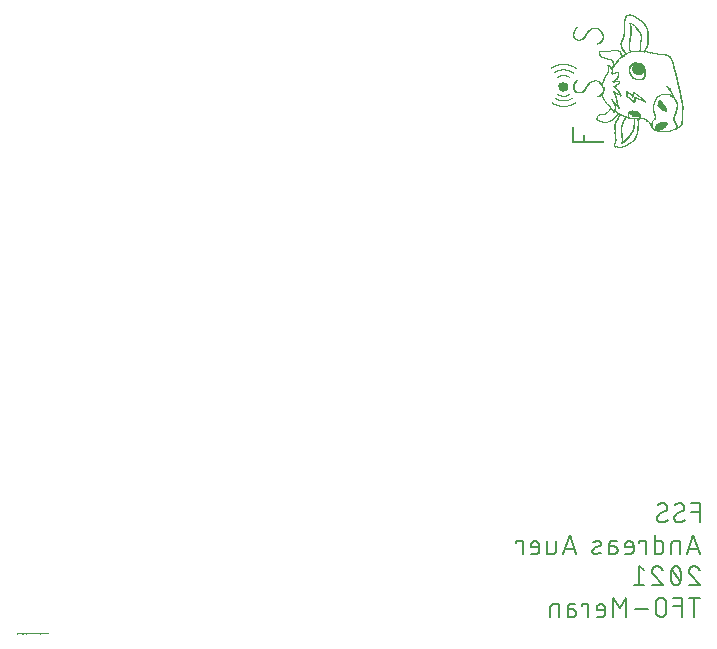
<source format=gbr>
G04 EAGLE Gerber RS-274X export*
G75*
%MOMM*%
%FSLAX34Y34*%
%LPD*%
%INSilkscreen Bottom*%
%IPPOS*%
%AMOC8*
5,1,8,0,0,1.08239X$1,22.5*%
G01*
%ADD10C,0.152400*%
%ADD11R,0.013800X0.303694*%
%ADD12R,0.013806X0.745431*%
%ADD13R,0.013800X1.049131*%
%ADD14R,0.013800X1.642719*%
%ADD15R,0.013806X1.863581*%
%ADD16R,0.013800X0.952500*%
%ADD17R,0.013800X0.386519*%
%ADD18R,0.013800X0.773044*%
%ADD19R,0.013800X0.345106*%
%ADD20R,0.013806X0.262281*%
%ADD21R,0.013806X0.317500*%
%ADD22R,0.013800X0.179456*%
%ADD23R,0.013800X0.289888*%
%ADD24R,0.013806X0.151844*%
%ADD25R,0.013806X0.276087*%
%ADD26R,0.013800X0.124238*%
%ADD27R,0.013800X0.248475*%
%ADD28R,0.013800X0.110431*%
%ADD29R,0.013800X0.262281*%
%ADD30R,0.013806X0.069019*%
%ADD31R,0.013800X0.055213*%
%ADD32R,0.013800X0.276087*%
%ADD33R,0.013806X0.041413*%
%ADD34R,0.013806X0.289888*%
%ADD35R,0.013800X0.055219*%
%ADD36R,0.013800X0.317500*%
%ADD37R,0.013800X0.331306*%
%ADD38R,0.013806X0.055219*%
%ADD39R,0.013806X0.345113*%
%ADD40R,0.013800X0.069019*%
%ADD41R,0.013800X0.345113*%
%ADD42R,0.013806X0.055213*%
%ADD43R,0.013806X0.303694*%
%ADD44R,0.013800X0.289894*%
%ADD45R,0.013800X0.041413*%
%ADD46R,0.013800X0.041406*%
%ADD47R,0.013800X0.331300*%
%ADD48R,0.013806X0.041406*%
%ADD49R,0.013806X0.358913*%
%ADD50R,0.013800X0.207063*%
%ADD51R,0.013800X0.358913*%
%ADD52R,0.013806X0.441738*%
%ADD53R,0.013800X0.593581*%
%ADD54R,0.013806X0.331300*%
%ADD55R,0.013806X0.386519*%
%ADD56R,0.013800X0.372719*%
%ADD57R,0.013800X0.220869*%
%ADD58R,0.013800X0.427931*%
%ADD59R,0.013800X0.441738*%
%ADD60R,0.013800X0.193256*%
%ADD61R,0.013806X0.455544*%
%ADD62R,0.013806X0.372719*%
%ADD63R,0.013806X0.179456*%
%ADD64R,0.013800X0.151850*%
%ADD65R,0.013800X0.138044*%
%ADD66R,0.013800X0.096631*%
%ADD67R,0.013800X0.234675*%
%ADD68R,0.013806X0.082825*%
%ADD69R,0.013806X0.138044*%
%ADD70R,0.013806X0.110431*%
%ADD71R,0.013800X0.013806*%
%ADD72R,0.013806X0.124238*%
%ADD73R,0.013806X0.096631*%
%ADD74R,0.013800X0.138038*%
%ADD75R,0.013800X0.096625*%
%ADD76R,0.013806X0.096625*%
%ADD77R,0.013806X0.248475*%
%ADD78R,0.013800X0.234669*%
%ADD79R,0.013806X0.234675*%
%ADD80R,0.013800X0.151844*%
%ADD81R,0.013800X0.082825*%
%ADD82R,0.013800X0.165650*%
%ADD83R,0.013806X0.234669*%
%ADD84R,0.013800X0.496956*%
%ADD85R,0.013800X0.303700*%
%ADD86R,0.013806X0.082819*%
%ADD87R,0.013806X0.276081*%
%ADD88R,0.013800X0.220863*%
%ADD89R,0.013806X0.207063*%
%ADD90R,0.013806X0.179450*%
%ADD91R,0.013806X0.165650*%
%ADD92R,0.013800X0.193263*%
%ADD93R,0.013806X0.193263*%
%ADD94R,0.013806X0.193256*%
%ADD95R,0.013800X0.110438*%
%ADD96R,0.013806X0.151850*%
%ADD97R,0.013800X0.165656*%
%ADD98R,0.013800X0.027606*%
%ADD99R,0.013806X0.124244*%
%ADD100R,0.013806X0.069025*%
%ADD101R,0.013800X0.082819*%
%ADD102R,0.013800X0.027613*%
%ADD103R,0.013806X0.220869*%
%ADD104R,0.013806X0.027606*%
%ADD105R,0.013800X0.013800*%
%ADD106R,0.013800X0.276081*%
%ADD107R,0.013806X0.289894*%
%ADD108R,0.013806X0.331306*%
%ADD109R,0.013800X0.372713*%
%ADD110R,0.013806X0.400325*%
%ADD111R,0.013800X0.427938*%
%ADD112R,0.013800X0.414131*%
%ADD113R,0.013800X0.469350*%
%ADD114R,0.013800X0.469344*%
%ADD115R,0.013806X0.483150*%
%ADD116R,0.013800X0.455544*%
%ADD117R,0.013800X0.496950*%
%ADD118R,0.013806X0.496956*%
%ADD119R,0.013800X0.510763*%
%ADD120R,0.013806X0.510756*%
%ADD121R,0.013800X0.483150*%
%ADD122R,0.013800X0.510756*%
%ADD123R,0.013806X0.524569*%
%ADD124R,0.013800X0.524563*%
%ADD125R,0.013800X0.538369*%
%ADD126R,0.013806X0.538369*%
%ADD127R,0.013806X0.565975*%
%ADD128R,0.013800X0.552175*%
%ADD129R,0.013800X0.565975*%
%ADD130R,0.013806X0.552175*%
%ADD131R,0.013806X0.579781*%
%ADD132R,0.013800X0.579781*%
%ADD133R,0.013800X0.607388*%
%ADD134R,0.013806X0.607394*%
%ADD135R,0.013800X0.593588*%
%ADD136R,0.013800X0.621194*%
%ADD137R,0.013806X0.593588*%
%ADD138R,0.013806X0.621194*%
%ADD139R,0.013800X0.607394*%
%ADD140R,0.013800X0.635000*%
%ADD141R,0.013800X0.648806*%
%ADD142R,0.013806X0.662606*%
%ADD143R,0.013800X0.676406*%
%ADD144R,0.013800X0.690219*%
%ADD145R,0.013806X0.648800*%
%ADD146R,0.013806X0.690213*%
%ADD147R,0.013800X0.648800*%
%ADD148R,0.013806X0.690219*%
%ADD149R,0.013800X0.690213*%
%ADD150R,0.013806X0.648806*%
%ADD151R,0.013806X0.676413*%
%ADD152R,0.013800X0.662613*%
%ADD153R,0.013800X0.662606*%
%ADD154R,0.013806X0.635000*%
%ADD155R,0.013806X0.621200*%
%ADD156R,0.013806X0.510763*%
%ADD157R,0.013800X0.069025*%
%ADD158R,0.013806X0.427931*%
%ADD159R,0.013800X0.400325*%
%ADD160R,0.013806X0.220863*%
%ADD161R,0.013800X0.911088*%
%ADD162R,0.013806X1.076738*%
%ADD163R,0.013800X1.200975*%
%ADD164R,0.013806X1.311406*%
%ADD165R,0.013800X0.124244*%
%ADD166R,0.013806X0.110438*%
%ADD167R,0.013806X0.165656*%
%ADD168R,0.013800X0.717825*%
%ADD169R,0.013800X0.745438*%
%ADD170R,0.013806X0.786844*%
%ADD171R,0.013800X0.800650*%
%ADD172R,0.013800X0.828256*%
%ADD173R,0.013806X0.855869*%
%ADD174R,0.013800X0.869669*%
%ADD175R,0.013806X0.897281*%
%ADD176R,0.013806X0.924888*%
%ADD177R,0.013800X0.938694*%
%ADD178R,0.013806X0.966306*%
%ADD179R,0.013806X0.607388*%
%ADD180R,0.013800X0.966306*%
%ADD181R,0.013800X0.704019*%
%ADD182R,0.013800X0.980106*%
%ADD183R,0.013806X0.993906*%
%ADD184R,0.013800X0.993906*%
%ADD185R,0.013800X0.842063*%
%ADD186R,0.013806X1.007713*%
%ADD187R,0.013806X0.883475*%
%ADD188R,0.013800X1.007713*%
%ADD189R,0.013800X0.786844*%
%ADD190R,0.013806X1.021519*%
%ADD191R,0.013800X1.035325*%
%ADD192R,0.013806X1.035325*%
%ADD193R,0.013806X0.524563*%
%ADD194R,0.013806X0.345106*%
%ADD195R,0.013800X0.745431*%
%ADD196R,0.013806X0.842063*%
%ADD197R,0.013806X0.386525*%
%ADD198R,0.013800X1.021519*%
%ADD199R,0.013806X0.372713*%
%ADD200R,0.013806X0.469350*%
%ADD201R,0.013806X1.007719*%
%ADD202R,0.013800X1.007719*%
%ADD203R,0.013806X0.013800*%
%ADD204R,0.013806X0.980106*%
%ADD205R,0.013806X0.013806*%
%ADD206R,0.013806X0.538363*%
%ADD207R,0.013806X0.938694*%
%ADD208R,0.013800X0.538363*%
%ADD209R,0.013800X0.924888*%
%ADD210R,0.013806X0.704019*%
%ADD211R,0.013806X0.138038*%
%ADD212R,0.013806X0.911088*%
%ADD213R,0.013800X0.786850*%
%ADD214R,0.013800X0.897281*%
%ADD215R,0.013806X0.842069*%
%ADD216R,0.013800X0.869675*%
%ADD217R,0.013800X0.731631*%
%ADD218R,0.013800X0.179450*%
%ADD219R,0.013806X0.469344*%
%ADD220R,0.013800X0.455538*%
%ADD221R,0.013806X0.455538*%
%ADD222R,0.013806X0.414131*%
%ADD223R,0.013800X0.414125*%
%ADD224R,0.013806X0.869675*%
%ADD225R,0.013806X0.027613*%
%ADD226R,0.013806X0.717819*%
%ADD227R,0.013806X1.228588*%
%ADD228R,0.013800X1.270000*%
%ADD229R,0.013800X1.283800*%
%ADD230R,0.013806X1.242394*%
%ADD231R,0.013800X0.207069*%
%ADD232R,0.013806X0.828256*%
%ADD233R,0.013800X0.676413*%
%ADD234R,0.013800X1.131956*%
%ADD235R,0.013806X0.980113*%
%ADD236R,0.013800X1.214781*%
%ADD237R,0.013806X0.427938*%
%ADD238R,0.013800X0.759244*%
%ADD239R,0.013806X0.759244*%
%ADD240R,0.013800X0.552169*%
%ADD241R,0.013800X1.311413*%
%ADD242R,0.013806X1.311413*%
%ADD243R,0.013806X0.593581*%
%ADD244R,0.013806X0.731625*%
%ADD245R,0.013800X0.731625*%
%ADD246R,0.013800X0.759238*%
%ADD247R,0.013806X0.759238*%
%ADD248R,0.013806X0.773044*%
%ADD249R,0.013806X0.786850*%
%ADD250R,0.013800X0.717819*%
%ADD251C,0.000000*%


D10*
X551688Y93472D02*
X551688Y109728D01*
X544463Y109728D01*
X544463Y102503D02*
X551688Y102503D01*
X533794Y93472D02*
X533676Y93474D01*
X533558Y93480D01*
X533440Y93489D01*
X533323Y93503D01*
X533206Y93520D01*
X533089Y93541D01*
X532974Y93566D01*
X532859Y93595D01*
X532745Y93628D01*
X532633Y93664D01*
X532522Y93704D01*
X532412Y93747D01*
X532303Y93794D01*
X532196Y93844D01*
X532091Y93899D01*
X531988Y93956D01*
X531887Y94017D01*
X531787Y94081D01*
X531690Y94148D01*
X531595Y94218D01*
X531503Y94292D01*
X531412Y94368D01*
X531325Y94448D01*
X531240Y94530D01*
X531158Y94615D01*
X531078Y94702D01*
X531002Y94793D01*
X530928Y94885D01*
X530858Y94980D01*
X530791Y95077D01*
X530727Y95177D01*
X530666Y95278D01*
X530609Y95381D01*
X530554Y95486D01*
X530504Y95593D01*
X530457Y95702D01*
X530414Y95812D01*
X530374Y95923D01*
X530338Y96035D01*
X530305Y96149D01*
X530276Y96264D01*
X530251Y96379D01*
X530230Y96496D01*
X530213Y96613D01*
X530199Y96730D01*
X530190Y96848D01*
X530184Y96966D01*
X530182Y97084D01*
X533794Y93472D02*
X533977Y93474D01*
X534159Y93481D01*
X534341Y93492D01*
X534523Y93507D01*
X534705Y93527D01*
X534886Y93551D01*
X535066Y93579D01*
X535246Y93611D01*
X535425Y93648D01*
X535602Y93689D01*
X535779Y93735D01*
X535955Y93784D01*
X536130Y93838D01*
X536303Y93896D01*
X536474Y93958D01*
X536645Y94024D01*
X536813Y94095D01*
X536980Y94169D01*
X537145Y94247D01*
X537308Y94329D01*
X537469Y94415D01*
X537628Y94505D01*
X537785Y94599D01*
X537939Y94696D01*
X538091Y94797D01*
X538241Y94902D01*
X538388Y95010D01*
X538532Y95121D01*
X538674Y95236D01*
X538813Y95355D01*
X538949Y95477D01*
X539082Y95602D01*
X539212Y95730D01*
X538761Y106116D02*
X538759Y106234D01*
X538753Y106352D01*
X538744Y106470D01*
X538730Y106587D01*
X538713Y106704D01*
X538692Y106821D01*
X538667Y106936D01*
X538638Y107051D01*
X538605Y107165D01*
X538569Y107277D01*
X538529Y107388D01*
X538486Y107498D01*
X538439Y107607D01*
X538389Y107714D01*
X538334Y107819D01*
X538277Y107922D01*
X538216Y108023D01*
X538152Y108123D01*
X538085Y108220D01*
X538015Y108315D01*
X537941Y108407D01*
X537865Y108498D01*
X537785Y108585D01*
X537703Y108670D01*
X537618Y108752D01*
X537531Y108832D01*
X537440Y108908D01*
X537348Y108982D01*
X537253Y109052D01*
X537156Y109119D01*
X537056Y109183D01*
X536955Y109244D01*
X536852Y109301D01*
X536747Y109356D01*
X536640Y109406D01*
X536531Y109453D01*
X536421Y109496D01*
X536310Y109536D01*
X536198Y109572D01*
X536084Y109605D01*
X535969Y109634D01*
X535854Y109659D01*
X535737Y109680D01*
X535620Y109697D01*
X535503Y109711D01*
X535385Y109720D01*
X535267Y109726D01*
X535149Y109728D01*
X534988Y109726D01*
X534826Y109720D01*
X534665Y109711D01*
X534504Y109697D01*
X534344Y109680D01*
X534184Y109659D01*
X534024Y109634D01*
X533865Y109605D01*
X533707Y109573D01*
X533550Y109537D01*
X533394Y109497D01*
X533238Y109453D01*
X533084Y109405D01*
X532931Y109354D01*
X532779Y109300D01*
X532628Y109241D01*
X532479Y109180D01*
X532332Y109114D01*
X532186Y109045D01*
X532041Y108973D01*
X531899Y108897D01*
X531758Y108818D01*
X531619Y108736D01*
X531483Y108650D01*
X531348Y108561D01*
X531215Y108469D01*
X531085Y108373D01*
X536955Y102955D02*
X537056Y103017D01*
X537156Y103082D01*
X537253Y103151D01*
X537348Y103223D01*
X537441Y103297D01*
X537531Y103375D01*
X537619Y103456D01*
X537704Y103539D01*
X537786Y103625D01*
X537865Y103714D01*
X537942Y103805D01*
X538015Y103899D01*
X538086Y103995D01*
X538153Y104093D01*
X538217Y104193D01*
X538278Y104296D01*
X538335Y104400D01*
X538389Y104506D01*
X538439Y104614D01*
X538486Y104723D01*
X538530Y104834D01*
X538570Y104946D01*
X538606Y105060D01*
X538638Y105174D01*
X538667Y105290D01*
X538692Y105406D01*
X538713Y105523D01*
X538730Y105641D01*
X538744Y105759D01*
X538753Y105878D01*
X538759Y105997D01*
X538761Y106116D01*
X531988Y100245D02*
X531887Y100183D01*
X531787Y100118D01*
X531690Y100049D01*
X531595Y99977D01*
X531502Y99903D01*
X531412Y99825D01*
X531324Y99744D01*
X531239Y99661D01*
X531157Y99575D01*
X531078Y99486D01*
X531001Y99395D01*
X530928Y99301D01*
X530857Y99205D01*
X530790Y99107D01*
X530726Y99007D01*
X530665Y98904D01*
X530608Y98800D01*
X530554Y98694D01*
X530504Y98586D01*
X530457Y98477D01*
X530413Y98366D01*
X530373Y98254D01*
X530337Y98140D01*
X530305Y98026D01*
X530276Y97910D01*
X530251Y97794D01*
X530230Y97677D01*
X530213Y97559D01*
X530199Y97441D01*
X530190Y97322D01*
X530184Y97203D01*
X530182Y97084D01*
X531988Y100245D02*
X536955Y102955D01*
X519205Y93472D02*
X519087Y93474D01*
X518969Y93480D01*
X518851Y93489D01*
X518734Y93503D01*
X518617Y93520D01*
X518500Y93541D01*
X518385Y93566D01*
X518270Y93595D01*
X518156Y93628D01*
X518044Y93664D01*
X517933Y93704D01*
X517823Y93747D01*
X517714Y93794D01*
X517607Y93844D01*
X517502Y93899D01*
X517399Y93956D01*
X517298Y94017D01*
X517198Y94081D01*
X517101Y94148D01*
X517006Y94218D01*
X516914Y94292D01*
X516823Y94368D01*
X516736Y94448D01*
X516651Y94530D01*
X516569Y94615D01*
X516489Y94702D01*
X516413Y94793D01*
X516339Y94885D01*
X516269Y94980D01*
X516202Y95077D01*
X516138Y95177D01*
X516077Y95278D01*
X516020Y95381D01*
X515965Y95486D01*
X515915Y95593D01*
X515868Y95702D01*
X515825Y95812D01*
X515785Y95923D01*
X515749Y96035D01*
X515716Y96149D01*
X515687Y96264D01*
X515662Y96379D01*
X515641Y96496D01*
X515624Y96613D01*
X515610Y96730D01*
X515601Y96848D01*
X515595Y96966D01*
X515593Y97084D01*
X519205Y93472D02*
X519388Y93474D01*
X519570Y93481D01*
X519752Y93492D01*
X519934Y93507D01*
X520116Y93527D01*
X520297Y93551D01*
X520477Y93579D01*
X520657Y93611D01*
X520836Y93648D01*
X521013Y93689D01*
X521190Y93735D01*
X521366Y93784D01*
X521541Y93838D01*
X521714Y93896D01*
X521885Y93958D01*
X522056Y94024D01*
X522224Y94095D01*
X522391Y94169D01*
X522556Y94247D01*
X522719Y94329D01*
X522880Y94415D01*
X523039Y94505D01*
X523196Y94599D01*
X523350Y94696D01*
X523502Y94797D01*
X523652Y94902D01*
X523799Y95010D01*
X523943Y95121D01*
X524085Y95236D01*
X524224Y95355D01*
X524360Y95477D01*
X524493Y95602D01*
X524623Y95730D01*
X524172Y106116D02*
X524170Y106234D01*
X524164Y106352D01*
X524155Y106470D01*
X524141Y106587D01*
X524124Y106704D01*
X524103Y106821D01*
X524078Y106936D01*
X524049Y107051D01*
X524016Y107165D01*
X523980Y107277D01*
X523940Y107388D01*
X523897Y107498D01*
X523850Y107607D01*
X523800Y107714D01*
X523745Y107819D01*
X523688Y107922D01*
X523627Y108023D01*
X523563Y108123D01*
X523496Y108220D01*
X523426Y108315D01*
X523352Y108407D01*
X523276Y108498D01*
X523196Y108585D01*
X523114Y108670D01*
X523029Y108752D01*
X522942Y108832D01*
X522851Y108908D01*
X522759Y108982D01*
X522664Y109052D01*
X522567Y109119D01*
X522467Y109183D01*
X522366Y109244D01*
X522263Y109301D01*
X522158Y109356D01*
X522051Y109406D01*
X521942Y109453D01*
X521832Y109496D01*
X521721Y109536D01*
X521609Y109572D01*
X521495Y109605D01*
X521380Y109634D01*
X521265Y109659D01*
X521148Y109680D01*
X521031Y109697D01*
X520914Y109711D01*
X520796Y109720D01*
X520678Y109726D01*
X520560Y109728D01*
X520399Y109726D01*
X520237Y109720D01*
X520076Y109711D01*
X519915Y109697D01*
X519755Y109680D01*
X519595Y109659D01*
X519435Y109634D01*
X519276Y109605D01*
X519118Y109573D01*
X518961Y109537D01*
X518805Y109497D01*
X518649Y109453D01*
X518495Y109405D01*
X518342Y109354D01*
X518190Y109300D01*
X518039Y109241D01*
X517890Y109180D01*
X517743Y109114D01*
X517597Y109045D01*
X517452Y108973D01*
X517310Y108897D01*
X517169Y108818D01*
X517030Y108736D01*
X516894Y108650D01*
X516759Y108561D01*
X516626Y108469D01*
X516496Y108373D01*
X522366Y102955D02*
X522467Y103017D01*
X522567Y103082D01*
X522664Y103151D01*
X522759Y103223D01*
X522852Y103297D01*
X522942Y103375D01*
X523030Y103456D01*
X523115Y103539D01*
X523197Y103625D01*
X523276Y103714D01*
X523353Y103805D01*
X523426Y103899D01*
X523497Y103995D01*
X523564Y104093D01*
X523628Y104193D01*
X523689Y104296D01*
X523746Y104400D01*
X523800Y104506D01*
X523850Y104614D01*
X523897Y104723D01*
X523941Y104834D01*
X523981Y104946D01*
X524017Y105060D01*
X524049Y105174D01*
X524078Y105290D01*
X524103Y105406D01*
X524124Y105523D01*
X524141Y105641D01*
X524155Y105759D01*
X524164Y105878D01*
X524170Y105997D01*
X524172Y106116D01*
X517398Y100245D02*
X517297Y100183D01*
X517197Y100118D01*
X517100Y100049D01*
X517005Y99977D01*
X516912Y99903D01*
X516822Y99825D01*
X516734Y99744D01*
X516649Y99661D01*
X516567Y99575D01*
X516488Y99486D01*
X516411Y99395D01*
X516338Y99301D01*
X516267Y99205D01*
X516200Y99107D01*
X516136Y99007D01*
X516075Y98904D01*
X516018Y98800D01*
X515964Y98694D01*
X515914Y98586D01*
X515867Y98477D01*
X515823Y98366D01*
X515783Y98254D01*
X515747Y98140D01*
X515715Y98026D01*
X515686Y97910D01*
X515661Y97794D01*
X515640Y97677D01*
X515623Y97559D01*
X515609Y97441D01*
X515600Y97322D01*
X515594Y97203D01*
X515592Y97084D01*
X517399Y100245D02*
X522366Y102955D01*
X546269Y83058D02*
X551688Y66802D01*
X540851Y66802D02*
X546269Y83058D01*
X542205Y70866D02*
X550333Y70866D01*
X534772Y66802D02*
X534772Y77639D01*
X530256Y77639D01*
X530152Y77637D01*
X530049Y77631D01*
X529945Y77621D01*
X529842Y77607D01*
X529740Y77589D01*
X529639Y77568D01*
X529538Y77542D01*
X529439Y77513D01*
X529340Y77480D01*
X529243Y77443D01*
X529148Y77402D01*
X529054Y77358D01*
X528962Y77310D01*
X528872Y77259D01*
X528783Y77204D01*
X528697Y77146D01*
X528614Y77084D01*
X528532Y77020D01*
X528454Y76952D01*
X528378Y76882D01*
X528304Y76809D01*
X528234Y76732D01*
X528166Y76654D01*
X528102Y76572D01*
X528040Y76489D01*
X527982Y76403D01*
X527927Y76314D01*
X527876Y76224D01*
X527828Y76132D01*
X527784Y76038D01*
X527743Y75943D01*
X527706Y75846D01*
X527673Y75747D01*
X527644Y75648D01*
X527618Y75547D01*
X527597Y75446D01*
X527579Y75344D01*
X527565Y75241D01*
X527555Y75137D01*
X527549Y75034D01*
X527547Y74930D01*
X527547Y66802D01*
X513552Y66802D02*
X513552Y83058D01*
X513552Y66802D02*
X518067Y66802D01*
X518168Y66804D01*
X518269Y66810D01*
X518370Y66819D01*
X518471Y66832D01*
X518571Y66849D01*
X518670Y66870D01*
X518768Y66894D01*
X518865Y66922D01*
X518962Y66954D01*
X519057Y66989D01*
X519150Y67028D01*
X519242Y67070D01*
X519333Y67116D01*
X519422Y67165D01*
X519508Y67217D01*
X519593Y67273D01*
X519676Y67331D01*
X519756Y67393D01*
X519834Y67458D01*
X519910Y67525D01*
X519983Y67595D01*
X520053Y67668D01*
X520120Y67744D01*
X520185Y67822D01*
X520247Y67902D01*
X520305Y67985D01*
X520361Y68070D01*
X520413Y68156D01*
X520462Y68245D01*
X520508Y68336D01*
X520550Y68428D01*
X520589Y68521D01*
X520624Y68616D01*
X520656Y68713D01*
X520684Y68810D01*
X520708Y68908D01*
X520729Y69007D01*
X520746Y69107D01*
X520759Y69208D01*
X520768Y69309D01*
X520774Y69410D01*
X520776Y69511D01*
X520777Y69511D02*
X520777Y74930D01*
X520776Y74930D02*
X520774Y75031D01*
X520768Y75132D01*
X520759Y75233D01*
X520746Y75334D01*
X520729Y75434D01*
X520708Y75533D01*
X520684Y75631D01*
X520656Y75728D01*
X520624Y75825D01*
X520589Y75920D01*
X520550Y76013D01*
X520508Y76105D01*
X520462Y76196D01*
X520413Y76285D01*
X520361Y76371D01*
X520305Y76456D01*
X520247Y76539D01*
X520185Y76619D01*
X520120Y76697D01*
X520053Y76773D01*
X519983Y76846D01*
X519910Y76916D01*
X519834Y76983D01*
X519756Y77048D01*
X519676Y77110D01*
X519593Y77168D01*
X519508Y77224D01*
X519422Y77276D01*
X519333Y77325D01*
X519242Y77371D01*
X519150Y77413D01*
X519057Y77452D01*
X518962Y77487D01*
X518865Y77519D01*
X518768Y77547D01*
X518670Y77571D01*
X518571Y77592D01*
X518471Y77609D01*
X518370Y77622D01*
X518269Y77631D01*
X518168Y77637D01*
X518067Y77639D01*
X513552Y77639D01*
X506030Y77639D02*
X506030Y66802D01*
X506030Y77639D02*
X500611Y77639D01*
X500611Y75833D01*
X492984Y66802D02*
X488469Y66802D01*
X492984Y66802D02*
X493085Y66804D01*
X493186Y66810D01*
X493287Y66819D01*
X493388Y66832D01*
X493488Y66849D01*
X493587Y66870D01*
X493685Y66894D01*
X493782Y66922D01*
X493879Y66954D01*
X493974Y66989D01*
X494067Y67028D01*
X494159Y67070D01*
X494250Y67116D01*
X494339Y67165D01*
X494425Y67217D01*
X494510Y67273D01*
X494593Y67331D01*
X494673Y67393D01*
X494751Y67458D01*
X494827Y67525D01*
X494900Y67595D01*
X494970Y67668D01*
X495037Y67744D01*
X495102Y67822D01*
X495164Y67902D01*
X495222Y67985D01*
X495278Y68070D01*
X495330Y68156D01*
X495379Y68245D01*
X495425Y68336D01*
X495467Y68428D01*
X495506Y68521D01*
X495541Y68616D01*
X495573Y68713D01*
X495601Y68810D01*
X495625Y68908D01*
X495646Y69007D01*
X495663Y69107D01*
X495676Y69208D01*
X495685Y69309D01*
X495691Y69410D01*
X495693Y69511D01*
X495694Y69511D02*
X495694Y74027D01*
X495693Y74027D02*
X495691Y74146D01*
X495685Y74266D01*
X495675Y74385D01*
X495661Y74503D01*
X495644Y74622D01*
X495622Y74739D01*
X495597Y74856D01*
X495567Y74971D01*
X495534Y75086D01*
X495497Y75200D01*
X495457Y75312D01*
X495412Y75423D01*
X495364Y75532D01*
X495313Y75640D01*
X495258Y75746D01*
X495199Y75850D01*
X495137Y75952D01*
X495072Y76052D01*
X495003Y76150D01*
X494931Y76246D01*
X494856Y76339D01*
X494779Y76429D01*
X494698Y76517D01*
X494614Y76602D01*
X494527Y76684D01*
X494438Y76764D01*
X494346Y76840D01*
X494252Y76914D01*
X494155Y76984D01*
X494057Y77051D01*
X493956Y77115D01*
X493852Y77175D01*
X493747Y77232D01*
X493640Y77285D01*
X493532Y77335D01*
X493422Y77381D01*
X493310Y77423D01*
X493197Y77462D01*
X493083Y77497D01*
X492968Y77528D01*
X492851Y77556D01*
X492734Y77579D01*
X492617Y77599D01*
X492498Y77615D01*
X492379Y77627D01*
X492260Y77635D01*
X492141Y77639D01*
X492021Y77639D01*
X491902Y77635D01*
X491783Y77627D01*
X491664Y77615D01*
X491545Y77599D01*
X491428Y77579D01*
X491311Y77556D01*
X491194Y77528D01*
X491079Y77497D01*
X490965Y77462D01*
X490852Y77423D01*
X490740Y77381D01*
X490630Y77335D01*
X490522Y77285D01*
X490415Y77232D01*
X490310Y77175D01*
X490206Y77115D01*
X490105Y77051D01*
X490007Y76984D01*
X489910Y76914D01*
X489816Y76840D01*
X489724Y76764D01*
X489635Y76684D01*
X489548Y76602D01*
X489464Y76517D01*
X489383Y76429D01*
X489306Y76339D01*
X489231Y76246D01*
X489159Y76150D01*
X489090Y76052D01*
X489025Y75952D01*
X488963Y75850D01*
X488904Y75746D01*
X488849Y75640D01*
X488798Y75532D01*
X488750Y75423D01*
X488705Y75312D01*
X488665Y75200D01*
X488628Y75086D01*
X488595Y74971D01*
X488565Y74856D01*
X488540Y74739D01*
X488518Y74622D01*
X488501Y74503D01*
X488487Y74385D01*
X488477Y74266D01*
X488471Y74146D01*
X488469Y74027D01*
X488469Y72221D01*
X495694Y72221D01*
X479059Y73124D02*
X474995Y73124D01*
X479059Y73124D02*
X479171Y73122D01*
X479282Y73116D01*
X479393Y73106D01*
X479504Y73093D01*
X479614Y73075D01*
X479723Y73053D01*
X479832Y73028D01*
X479940Y72999D01*
X480046Y72966D01*
X480152Y72929D01*
X480256Y72889D01*
X480358Y72845D01*
X480459Y72797D01*
X480558Y72746D01*
X480656Y72691D01*
X480751Y72633D01*
X480844Y72572D01*
X480935Y72507D01*
X481024Y72439D01*
X481110Y72368D01*
X481193Y72295D01*
X481274Y72218D01*
X481353Y72138D01*
X481428Y72056D01*
X481500Y71971D01*
X481570Y71884D01*
X481636Y71794D01*
X481699Y71702D01*
X481759Y71607D01*
X481815Y71511D01*
X481868Y71413D01*
X481917Y71313D01*
X481963Y71211D01*
X482005Y71108D01*
X482044Y71003D01*
X482079Y70897D01*
X482110Y70790D01*
X482137Y70682D01*
X482161Y70573D01*
X482180Y70463D01*
X482196Y70353D01*
X482208Y70242D01*
X482216Y70130D01*
X482220Y70019D01*
X482220Y69907D01*
X482216Y69796D01*
X482208Y69684D01*
X482196Y69573D01*
X482180Y69463D01*
X482161Y69353D01*
X482137Y69244D01*
X482110Y69136D01*
X482079Y69029D01*
X482044Y68923D01*
X482005Y68818D01*
X481963Y68715D01*
X481917Y68613D01*
X481868Y68513D01*
X481815Y68415D01*
X481759Y68319D01*
X481699Y68224D01*
X481636Y68132D01*
X481570Y68042D01*
X481500Y67955D01*
X481428Y67870D01*
X481353Y67788D01*
X481274Y67708D01*
X481193Y67631D01*
X481110Y67558D01*
X481024Y67487D01*
X480935Y67419D01*
X480844Y67354D01*
X480751Y67293D01*
X480656Y67235D01*
X480558Y67180D01*
X480459Y67129D01*
X480358Y67081D01*
X480256Y67037D01*
X480152Y66997D01*
X480046Y66960D01*
X479940Y66927D01*
X479832Y66898D01*
X479723Y66873D01*
X479614Y66851D01*
X479504Y66833D01*
X479393Y66820D01*
X479282Y66810D01*
X479171Y66804D01*
X479059Y66802D01*
X474995Y66802D01*
X474995Y74930D01*
X474997Y75031D01*
X475003Y75132D01*
X475012Y75233D01*
X475025Y75334D01*
X475042Y75434D01*
X475063Y75533D01*
X475087Y75631D01*
X475115Y75728D01*
X475147Y75825D01*
X475182Y75920D01*
X475221Y76013D01*
X475263Y76105D01*
X475309Y76196D01*
X475358Y76285D01*
X475410Y76371D01*
X475466Y76456D01*
X475524Y76539D01*
X475586Y76619D01*
X475651Y76697D01*
X475718Y76773D01*
X475788Y76846D01*
X475861Y76916D01*
X475937Y76983D01*
X476015Y77048D01*
X476095Y77110D01*
X476178Y77168D01*
X476263Y77224D01*
X476350Y77276D01*
X476438Y77325D01*
X476529Y77371D01*
X476621Y77413D01*
X476714Y77452D01*
X476809Y77487D01*
X476906Y77519D01*
X477003Y77547D01*
X477101Y77571D01*
X477200Y77592D01*
X477300Y77609D01*
X477401Y77622D01*
X477502Y77631D01*
X477603Y77637D01*
X477704Y77639D01*
X481317Y77639D01*
X466724Y73124D02*
X462208Y71318D01*
X466724Y73124D02*
X466812Y73161D01*
X466898Y73202D01*
X466983Y73246D01*
X467066Y73294D01*
X467146Y73345D01*
X467225Y73399D01*
X467301Y73457D01*
X467375Y73517D01*
X467447Y73581D01*
X467515Y73647D01*
X467581Y73717D01*
X467644Y73788D01*
X467705Y73863D01*
X467762Y73939D01*
X467815Y74018D01*
X467866Y74099D01*
X467913Y74182D01*
X467957Y74267D01*
X467997Y74354D01*
X468034Y74442D01*
X468067Y74532D01*
X468097Y74623D01*
X468122Y74715D01*
X468144Y74808D01*
X468162Y74902D01*
X468177Y74996D01*
X468187Y75091D01*
X468193Y75187D01*
X468196Y75282D01*
X468195Y75378D01*
X468189Y75473D01*
X468180Y75569D01*
X468167Y75663D01*
X468151Y75757D01*
X468130Y75851D01*
X468105Y75943D01*
X468077Y76034D01*
X468045Y76124D01*
X468010Y76213D01*
X467971Y76300D01*
X467928Y76386D01*
X467882Y76470D01*
X467832Y76551D01*
X467780Y76631D01*
X467724Y76709D01*
X467664Y76784D01*
X467602Y76856D01*
X467537Y76926D01*
X467469Y76994D01*
X467399Y77058D01*
X467326Y77120D01*
X467250Y77178D01*
X467172Y77234D01*
X467092Y77286D01*
X467010Y77335D01*
X466926Y77380D01*
X466840Y77422D01*
X466753Y77461D01*
X466664Y77496D01*
X466573Y77527D01*
X466482Y77554D01*
X466389Y77578D01*
X466296Y77598D01*
X466202Y77614D01*
X466107Y77626D01*
X466012Y77635D01*
X465916Y77639D01*
X465821Y77640D01*
X465574Y77633D01*
X465328Y77621D01*
X465082Y77603D01*
X464836Y77578D01*
X464592Y77548D01*
X464348Y77512D01*
X464105Y77471D01*
X463863Y77423D01*
X463622Y77369D01*
X463383Y77310D01*
X463145Y77245D01*
X462909Y77174D01*
X462674Y77098D01*
X462441Y77016D01*
X462211Y76928D01*
X461983Y76835D01*
X461756Y76737D01*
X462208Y71317D02*
X462120Y71280D01*
X462034Y71239D01*
X461949Y71195D01*
X461866Y71147D01*
X461786Y71096D01*
X461707Y71042D01*
X461631Y70984D01*
X461557Y70924D01*
X461485Y70860D01*
X461417Y70794D01*
X461351Y70724D01*
X461288Y70653D01*
X461227Y70578D01*
X461170Y70502D01*
X461117Y70423D01*
X461066Y70342D01*
X461019Y70259D01*
X460975Y70174D01*
X460935Y70087D01*
X460898Y69999D01*
X460865Y69909D01*
X460835Y69818D01*
X460810Y69726D01*
X460788Y69633D01*
X460770Y69539D01*
X460755Y69445D01*
X460745Y69350D01*
X460739Y69254D01*
X460736Y69159D01*
X460737Y69063D01*
X460743Y68968D01*
X460752Y68872D01*
X460765Y68778D01*
X460781Y68684D01*
X460802Y68590D01*
X460827Y68498D01*
X460855Y68407D01*
X460887Y68317D01*
X460922Y68228D01*
X460961Y68141D01*
X461004Y68055D01*
X461050Y67971D01*
X461100Y67890D01*
X461152Y67810D01*
X461208Y67732D01*
X461268Y67657D01*
X461330Y67585D01*
X461395Y67515D01*
X461463Y67447D01*
X461533Y67383D01*
X461606Y67321D01*
X461682Y67263D01*
X461760Y67207D01*
X461840Y67155D01*
X461922Y67106D01*
X462006Y67061D01*
X462092Y67019D01*
X462179Y66980D01*
X462268Y66945D01*
X462359Y66914D01*
X462450Y66887D01*
X462543Y66863D01*
X462636Y66843D01*
X462730Y66827D01*
X462825Y66815D01*
X462920Y66806D01*
X463016Y66802D01*
X463111Y66801D01*
X463112Y66802D02*
X463474Y66811D01*
X463836Y66829D01*
X464197Y66856D01*
X464557Y66891D01*
X464917Y66934D01*
X465276Y66986D01*
X465633Y67047D01*
X465988Y67116D01*
X466342Y67193D01*
X466694Y67279D01*
X467044Y67373D01*
X467392Y67476D01*
X467737Y67586D01*
X468079Y67705D01*
X446959Y66802D02*
X441540Y83058D01*
X436122Y66802D01*
X437476Y70866D02*
X445604Y70866D01*
X430042Y69511D02*
X430042Y77639D01*
X430042Y69511D02*
X430040Y69410D01*
X430034Y69309D01*
X430025Y69208D01*
X430012Y69107D01*
X429995Y69007D01*
X429974Y68908D01*
X429950Y68810D01*
X429922Y68713D01*
X429890Y68616D01*
X429855Y68521D01*
X429816Y68428D01*
X429774Y68336D01*
X429728Y68245D01*
X429679Y68156D01*
X429627Y68070D01*
X429571Y67985D01*
X429513Y67902D01*
X429451Y67822D01*
X429386Y67744D01*
X429319Y67668D01*
X429249Y67595D01*
X429176Y67525D01*
X429100Y67458D01*
X429022Y67393D01*
X428942Y67331D01*
X428859Y67273D01*
X428774Y67217D01*
X428688Y67165D01*
X428599Y67116D01*
X428508Y67070D01*
X428416Y67028D01*
X428323Y66989D01*
X428228Y66954D01*
X428131Y66922D01*
X428034Y66894D01*
X427936Y66870D01*
X427837Y66849D01*
X427737Y66832D01*
X427636Y66819D01*
X427535Y66810D01*
X427434Y66804D01*
X427333Y66802D01*
X422818Y66802D01*
X422818Y77639D01*
X413265Y66802D02*
X408749Y66802D01*
X413265Y66802D02*
X413366Y66804D01*
X413467Y66810D01*
X413568Y66819D01*
X413669Y66832D01*
X413769Y66849D01*
X413868Y66870D01*
X413966Y66894D01*
X414063Y66922D01*
X414160Y66954D01*
X414255Y66989D01*
X414348Y67028D01*
X414440Y67070D01*
X414531Y67116D01*
X414620Y67165D01*
X414706Y67217D01*
X414791Y67273D01*
X414874Y67331D01*
X414954Y67393D01*
X415032Y67458D01*
X415108Y67525D01*
X415181Y67595D01*
X415251Y67668D01*
X415318Y67744D01*
X415383Y67822D01*
X415445Y67902D01*
X415503Y67985D01*
X415559Y68070D01*
X415611Y68156D01*
X415660Y68245D01*
X415706Y68336D01*
X415748Y68428D01*
X415787Y68521D01*
X415822Y68616D01*
X415854Y68713D01*
X415882Y68810D01*
X415906Y68908D01*
X415927Y69007D01*
X415944Y69107D01*
X415957Y69208D01*
X415966Y69309D01*
X415972Y69410D01*
X415974Y69511D01*
X415974Y74027D01*
X415972Y74146D01*
X415966Y74266D01*
X415956Y74385D01*
X415942Y74503D01*
X415925Y74622D01*
X415903Y74739D01*
X415878Y74856D01*
X415848Y74971D01*
X415815Y75086D01*
X415778Y75200D01*
X415738Y75312D01*
X415693Y75423D01*
X415645Y75532D01*
X415594Y75640D01*
X415539Y75746D01*
X415480Y75850D01*
X415418Y75952D01*
X415353Y76052D01*
X415284Y76150D01*
X415212Y76246D01*
X415137Y76339D01*
X415060Y76429D01*
X414979Y76517D01*
X414895Y76602D01*
X414808Y76684D01*
X414719Y76764D01*
X414627Y76840D01*
X414533Y76914D01*
X414436Y76984D01*
X414338Y77051D01*
X414237Y77115D01*
X414133Y77175D01*
X414028Y77232D01*
X413921Y77285D01*
X413813Y77335D01*
X413703Y77381D01*
X413591Y77423D01*
X413478Y77462D01*
X413364Y77497D01*
X413249Y77528D01*
X413132Y77556D01*
X413015Y77579D01*
X412898Y77599D01*
X412779Y77615D01*
X412660Y77627D01*
X412541Y77635D01*
X412422Y77639D01*
X412302Y77639D01*
X412183Y77635D01*
X412064Y77627D01*
X411945Y77615D01*
X411826Y77599D01*
X411709Y77579D01*
X411592Y77556D01*
X411475Y77528D01*
X411360Y77497D01*
X411246Y77462D01*
X411133Y77423D01*
X411021Y77381D01*
X410911Y77335D01*
X410803Y77285D01*
X410696Y77232D01*
X410591Y77175D01*
X410487Y77115D01*
X410386Y77051D01*
X410288Y76984D01*
X410191Y76914D01*
X410097Y76840D01*
X410005Y76764D01*
X409916Y76684D01*
X409829Y76602D01*
X409745Y76517D01*
X409664Y76429D01*
X409587Y76339D01*
X409512Y76246D01*
X409440Y76150D01*
X409371Y76052D01*
X409306Y75952D01*
X409244Y75850D01*
X409185Y75746D01*
X409130Y75640D01*
X409079Y75532D01*
X409031Y75423D01*
X408986Y75312D01*
X408946Y75200D01*
X408909Y75086D01*
X408876Y74971D01*
X408846Y74856D01*
X408821Y74739D01*
X408799Y74622D01*
X408782Y74503D01*
X408768Y74385D01*
X408758Y74266D01*
X408752Y74146D01*
X408750Y74027D01*
X408749Y74027D02*
X408749Y72221D01*
X415974Y72221D01*
X401821Y66802D02*
X401821Y77639D01*
X396403Y77639D01*
X396403Y75833D01*
X542657Y52324D02*
X542659Y52449D01*
X542665Y52574D01*
X542674Y52699D01*
X542688Y52823D01*
X542705Y52947D01*
X542726Y53071D01*
X542751Y53193D01*
X542780Y53315D01*
X542812Y53436D01*
X542848Y53556D01*
X542888Y53675D01*
X542931Y53792D01*
X542978Y53908D01*
X543029Y54023D01*
X543083Y54135D01*
X543141Y54247D01*
X543201Y54356D01*
X543266Y54463D01*
X543333Y54569D01*
X543404Y54672D01*
X543478Y54773D01*
X543555Y54872D01*
X543635Y54968D01*
X543718Y55062D01*
X543803Y55153D01*
X543892Y55242D01*
X543983Y55327D01*
X544077Y55410D01*
X544173Y55490D01*
X544272Y55567D01*
X544373Y55641D01*
X544476Y55712D01*
X544582Y55779D01*
X544689Y55844D01*
X544798Y55904D01*
X544910Y55962D01*
X545022Y56016D01*
X545137Y56067D01*
X545253Y56114D01*
X545370Y56157D01*
X545489Y56197D01*
X545609Y56233D01*
X545730Y56265D01*
X545852Y56294D01*
X545974Y56319D01*
X546098Y56340D01*
X546222Y56357D01*
X546346Y56371D01*
X546471Y56380D01*
X546596Y56386D01*
X546721Y56388D01*
X546864Y56386D01*
X547006Y56380D01*
X547149Y56370D01*
X547291Y56357D01*
X547432Y56339D01*
X547574Y56318D01*
X547714Y56293D01*
X547854Y56264D01*
X547993Y56231D01*
X548131Y56194D01*
X548268Y56154D01*
X548403Y56110D01*
X548538Y56062D01*
X548671Y56010D01*
X548803Y55955D01*
X548933Y55896D01*
X549061Y55834D01*
X549188Y55768D01*
X549313Y55699D01*
X549436Y55627D01*
X549557Y55551D01*
X549675Y55472D01*
X549792Y55389D01*
X549906Y55304D01*
X550018Y55215D01*
X550127Y55124D01*
X550234Y55029D01*
X550339Y54932D01*
X550440Y54831D01*
X550539Y54728D01*
X550635Y54623D01*
X550728Y54514D01*
X550818Y54403D01*
X550905Y54290D01*
X550989Y54175D01*
X551069Y54057D01*
X551147Y53937D01*
X551221Y53815D01*
X551291Y53691D01*
X551359Y53565D01*
X551422Y53437D01*
X551483Y53308D01*
X551540Y53177D01*
X551593Y53045D01*
X551642Y52911D01*
X551688Y52776D01*
X544012Y49163D02*
X543918Y49255D01*
X543828Y49349D01*
X543740Y49446D01*
X543655Y49546D01*
X543573Y49648D01*
X543494Y49753D01*
X543419Y49860D01*
X543347Y49969D01*
X543278Y50080D01*
X543212Y50194D01*
X543150Y50309D01*
X543091Y50426D01*
X543036Y50545D01*
X542985Y50665D01*
X542937Y50787D01*
X542892Y50910D01*
X542852Y51034D01*
X542815Y51160D01*
X542782Y51287D01*
X542753Y51414D01*
X542727Y51543D01*
X542706Y51672D01*
X542688Y51802D01*
X542675Y51932D01*
X542665Y52062D01*
X542659Y52193D01*
X542657Y52324D01*
X544012Y49163D02*
X551688Y40132D01*
X542657Y40132D01*
X536057Y48260D02*
X536053Y48580D01*
X536042Y48899D01*
X536023Y49219D01*
X535996Y49537D01*
X535962Y49855D01*
X535920Y50172D01*
X535870Y50488D01*
X535813Y50803D01*
X535749Y51116D01*
X535677Y51428D01*
X535598Y51738D01*
X535511Y52045D01*
X535417Y52351D01*
X535316Y52654D01*
X535207Y52955D01*
X535092Y53253D01*
X534969Y53549D01*
X534839Y53841D01*
X534702Y54130D01*
X534702Y54131D02*
X534663Y54239D01*
X534620Y54346D01*
X534574Y54451D01*
X534523Y54555D01*
X534470Y54657D01*
X534413Y54757D01*
X534352Y54855D01*
X534288Y54950D01*
X534221Y55044D01*
X534150Y55135D01*
X534077Y55224D01*
X534000Y55310D01*
X533921Y55393D01*
X533839Y55474D01*
X533754Y55552D01*
X533666Y55626D01*
X533576Y55698D01*
X533484Y55766D01*
X533389Y55832D01*
X533292Y55894D01*
X533193Y55952D01*
X533091Y56008D01*
X532989Y56059D01*
X532884Y56107D01*
X532778Y56152D01*
X532670Y56193D01*
X532561Y56230D01*
X532451Y56263D01*
X532339Y56292D01*
X532227Y56318D01*
X532114Y56340D01*
X532000Y56357D01*
X531886Y56371D01*
X531771Y56381D01*
X531656Y56387D01*
X531541Y56389D01*
X531541Y56388D02*
X531426Y56386D01*
X531311Y56380D01*
X531196Y56370D01*
X531082Y56356D01*
X530968Y56339D01*
X530855Y56317D01*
X530743Y56291D01*
X530631Y56262D01*
X530521Y56229D01*
X530412Y56192D01*
X530304Y56151D01*
X530198Y56106D01*
X530094Y56058D01*
X529991Y56007D01*
X529890Y55951D01*
X529790Y55893D01*
X529693Y55831D01*
X529599Y55766D01*
X529506Y55697D01*
X529416Y55625D01*
X529328Y55551D01*
X529243Y55473D01*
X529161Y55392D01*
X529082Y55309D01*
X529005Y55223D01*
X528932Y55134D01*
X528861Y55043D01*
X528794Y54949D01*
X528730Y54854D01*
X528669Y54756D01*
X528612Y54656D01*
X528559Y54554D01*
X528508Y54450D01*
X528462Y54345D01*
X528419Y54238D01*
X528380Y54130D01*
X528381Y54130D02*
X528244Y53841D01*
X528114Y53549D01*
X527991Y53253D01*
X527876Y52955D01*
X527767Y52654D01*
X527666Y52351D01*
X527572Y52045D01*
X527485Y51738D01*
X527406Y51428D01*
X527334Y51116D01*
X527270Y50803D01*
X527213Y50488D01*
X527163Y50172D01*
X527121Y49855D01*
X527087Y49537D01*
X527060Y49219D01*
X527041Y48899D01*
X527030Y48580D01*
X527026Y48260D01*
X536056Y48260D02*
X536052Y47940D01*
X536041Y47621D01*
X536022Y47301D01*
X535995Y46983D01*
X535961Y46665D01*
X535919Y46348D01*
X535869Y46032D01*
X535812Y45717D01*
X535748Y45404D01*
X535676Y45092D01*
X535597Y44782D01*
X535510Y44475D01*
X535416Y44169D01*
X535315Y43866D01*
X535206Y43565D01*
X535091Y43267D01*
X534968Y42971D01*
X534838Y42679D01*
X534701Y42390D01*
X534702Y42390D02*
X534663Y42282D01*
X534620Y42175D01*
X534574Y42070D01*
X534523Y41966D01*
X534470Y41864D01*
X534413Y41764D01*
X534352Y41666D01*
X534288Y41571D01*
X534221Y41477D01*
X534150Y41386D01*
X534077Y41297D01*
X534000Y41211D01*
X533921Y41128D01*
X533839Y41047D01*
X533754Y40969D01*
X533666Y40895D01*
X533576Y40823D01*
X533483Y40754D01*
X533389Y40689D01*
X533292Y40627D01*
X533192Y40569D01*
X533091Y40513D01*
X532989Y40462D01*
X532884Y40414D01*
X532778Y40369D01*
X532670Y40328D01*
X532561Y40291D01*
X532451Y40258D01*
X532339Y40229D01*
X532227Y40203D01*
X532114Y40181D01*
X532000Y40164D01*
X531886Y40150D01*
X531771Y40140D01*
X531656Y40134D01*
X531541Y40132D01*
X528381Y42390D02*
X528244Y42679D01*
X528114Y42971D01*
X527991Y43267D01*
X527876Y43565D01*
X527767Y43866D01*
X527666Y44169D01*
X527572Y44475D01*
X527485Y44782D01*
X527406Y45092D01*
X527334Y45404D01*
X527270Y45717D01*
X527213Y46032D01*
X527163Y46348D01*
X527121Y46665D01*
X527087Y46983D01*
X527060Y47301D01*
X527041Y47621D01*
X527030Y47940D01*
X527026Y48260D01*
X528380Y42390D02*
X528419Y42282D01*
X528462Y42175D01*
X528508Y42070D01*
X528559Y41966D01*
X528612Y41864D01*
X528670Y41764D01*
X528730Y41666D01*
X528794Y41571D01*
X528861Y41477D01*
X528932Y41386D01*
X529005Y41297D01*
X529082Y41211D01*
X529161Y41128D01*
X529243Y41047D01*
X529328Y40969D01*
X529416Y40895D01*
X529506Y40823D01*
X529599Y40754D01*
X529693Y40689D01*
X529790Y40627D01*
X529890Y40569D01*
X529991Y40513D01*
X530094Y40462D01*
X530198Y40414D01*
X530304Y40369D01*
X530412Y40328D01*
X530521Y40291D01*
X530631Y40258D01*
X530743Y40229D01*
X530855Y40203D01*
X530968Y40181D01*
X531082Y40164D01*
X531196Y40150D01*
X531311Y40140D01*
X531426Y40134D01*
X531541Y40132D01*
X535154Y43744D02*
X527929Y52776D01*
X515458Y56388D02*
X515333Y56386D01*
X515208Y56380D01*
X515083Y56371D01*
X514959Y56357D01*
X514835Y56340D01*
X514711Y56319D01*
X514589Y56294D01*
X514467Y56265D01*
X514346Y56233D01*
X514226Y56197D01*
X514107Y56157D01*
X513990Y56114D01*
X513874Y56067D01*
X513759Y56016D01*
X513647Y55962D01*
X513535Y55904D01*
X513426Y55844D01*
X513319Y55779D01*
X513213Y55712D01*
X513110Y55641D01*
X513009Y55567D01*
X512910Y55490D01*
X512814Y55410D01*
X512720Y55327D01*
X512629Y55242D01*
X512540Y55153D01*
X512455Y55062D01*
X512372Y54968D01*
X512292Y54872D01*
X512215Y54773D01*
X512141Y54672D01*
X512070Y54569D01*
X512003Y54463D01*
X511938Y54356D01*
X511878Y54247D01*
X511820Y54135D01*
X511766Y54023D01*
X511715Y53908D01*
X511668Y53792D01*
X511625Y53675D01*
X511585Y53556D01*
X511549Y53436D01*
X511517Y53315D01*
X511488Y53193D01*
X511463Y53071D01*
X511442Y52947D01*
X511425Y52823D01*
X511411Y52699D01*
X511402Y52574D01*
X511396Y52449D01*
X511394Y52324D01*
X515458Y56388D02*
X515601Y56386D01*
X515743Y56380D01*
X515886Y56370D01*
X516028Y56357D01*
X516169Y56339D01*
X516311Y56318D01*
X516451Y56293D01*
X516591Y56264D01*
X516730Y56231D01*
X516868Y56194D01*
X517005Y56154D01*
X517140Y56110D01*
X517275Y56062D01*
X517408Y56010D01*
X517540Y55955D01*
X517670Y55896D01*
X517798Y55834D01*
X517925Y55768D01*
X518050Y55699D01*
X518173Y55627D01*
X518294Y55551D01*
X518412Y55472D01*
X518529Y55389D01*
X518643Y55304D01*
X518755Y55215D01*
X518864Y55124D01*
X518971Y55029D01*
X519076Y54932D01*
X519177Y54831D01*
X519276Y54728D01*
X519372Y54623D01*
X519465Y54514D01*
X519555Y54403D01*
X519642Y54290D01*
X519726Y54175D01*
X519806Y54057D01*
X519884Y53937D01*
X519958Y53815D01*
X520028Y53691D01*
X520096Y53565D01*
X520159Y53437D01*
X520220Y53308D01*
X520277Y53177D01*
X520330Y53045D01*
X520379Y52911D01*
X520425Y52776D01*
X512750Y49163D02*
X512656Y49255D01*
X512566Y49349D01*
X512478Y49446D01*
X512393Y49546D01*
X512311Y49648D01*
X512232Y49753D01*
X512157Y49860D01*
X512085Y49969D01*
X512016Y50080D01*
X511950Y50194D01*
X511888Y50309D01*
X511829Y50426D01*
X511774Y50545D01*
X511723Y50665D01*
X511675Y50787D01*
X511630Y50910D01*
X511590Y51034D01*
X511553Y51160D01*
X511520Y51287D01*
X511491Y51414D01*
X511465Y51543D01*
X511444Y51672D01*
X511426Y51802D01*
X511413Y51932D01*
X511403Y52062D01*
X511397Y52193D01*
X511395Y52324D01*
X512749Y49163D02*
X520426Y40132D01*
X511394Y40132D01*
X504794Y52776D02*
X500279Y56388D01*
X500279Y40132D01*
X504794Y40132D02*
X495763Y40132D01*
X547172Y29718D02*
X547172Y13462D01*
X551688Y29718D02*
X542657Y29718D01*
X536548Y29718D02*
X536548Y13462D01*
X536548Y29718D02*
X529323Y29718D01*
X529323Y22493D02*
X536548Y22493D01*
X523552Y25202D02*
X523552Y17978D01*
X523552Y25202D02*
X523550Y25335D01*
X523544Y25467D01*
X523534Y25599D01*
X523521Y25731D01*
X523503Y25863D01*
X523482Y25993D01*
X523457Y26124D01*
X523428Y26253D01*
X523395Y26381D01*
X523359Y26509D01*
X523319Y26635D01*
X523275Y26760D01*
X523227Y26884D01*
X523176Y27006D01*
X523121Y27127D01*
X523063Y27246D01*
X523001Y27364D01*
X522936Y27479D01*
X522867Y27593D01*
X522796Y27704D01*
X522720Y27813D01*
X522642Y27920D01*
X522561Y28025D01*
X522476Y28127D01*
X522389Y28227D01*
X522299Y28324D01*
X522206Y28419D01*
X522110Y28510D01*
X522012Y28599D01*
X521911Y28685D01*
X521807Y28768D01*
X521701Y28848D01*
X521593Y28924D01*
X521483Y28998D01*
X521370Y29068D01*
X521256Y29135D01*
X521139Y29198D01*
X521021Y29258D01*
X520901Y29315D01*
X520779Y29368D01*
X520656Y29417D01*
X520532Y29463D01*
X520406Y29505D01*
X520279Y29543D01*
X520151Y29578D01*
X520022Y29609D01*
X519893Y29636D01*
X519762Y29659D01*
X519631Y29679D01*
X519499Y29694D01*
X519367Y29706D01*
X519235Y29714D01*
X519102Y29718D01*
X518970Y29718D01*
X518837Y29714D01*
X518705Y29706D01*
X518573Y29694D01*
X518441Y29679D01*
X518310Y29659D01*
X518179Y29636D01*
X518050Y29609D01*
X517921Y29578D01*
X517793Y29543D01*
X517666Y29505D01*
X517540Y29463D01*
X517416Y29417D01*
X517293Y29368D01*
X517171Y29315D01*
X517051Y29258D01*
X516933Y29198D01*
X516816Y29135D01*
X516702Y29068D01*
X516589Y28998D01*
X516479Y28924D01*
X516371Y28848D01*
X516265Y28768D01*
X516161Y28685D01*
X516060Y28599D01*
X515962Y28510D01*
X515866Y28419D01*
X515773Y28324D01*
X515683Y28227D01*
X515596Y28127D01*
X515511Y28025D01*
X515430Y27920D01*
X515352Y27813D01*
X515276Y27704D01*
X515205Y27593D01*
X515136Y27479D01*
X515071Y27364D01*
X515009Y27246D01*
X514951Y27127D01*
X514896Y27006D01*
X514845Y26884D01*
X514797Y26760D01*
X514753Y26635D01*
X514713Y26509D01*
X514677Y26381D01*
X514644Y26253D01*
X514615Y26124D01*
X514590Y25993D01*
X514569Y25863D01*
X514551Y25731D01*
X514538Y25599D01*
X514528Y25467D01*
X514522Y25335D01*
X514520Y25202D01*
X514521Y25202D02*
X514521Y17978D01*
X514520Y17978D02*
X514522Y17845D01*
X514528Y17713D01*
X514538Y17581D01*
X514551Y17449D01*
X514569Y17317D01*
X514590Y17187D01*
X514615Y17056D01*
X514644Y16927D01*
X514677Y16799D01*
X514713Y16671D01*
X514753Y16545D01*
X514797Y16420D01*
X514845Y16296D01*
X514896Y16174D01*
X514951Y16053D01*
X515009Y15934D01*
X515071Y15816D01*
X515136Y15701D01*
X515205Y15587D01*
X515276Y15476D01*
X515352Y15367D01*
X515430Y15260D01*
X515511Y15155D01*
X515596Y15053D01*
X515683Y14953D01*
X515773Y14856D01*
X515866Y14761D01*
X515962Y14670D01*
X516060Y14581D01*
X516161Y14495D01*
X516265Y14412D01*
X516371Y14332D01*
X516479Y14256D01*
X516589Y14182D01*
X516702Y14112D01*
X516816Y14045D01*
X516933Y13982D01*
X517051Y13922D01*
X517171Y13865D01*
X517293Y13812D01*
X517416Y13763D01*
X517540Y13717D01*
X517666Y13675D01*
X517793Y13637D01*
X517921Y13602D01*
X518050Y13571D01*
X518179Y13544D01*
X518310Y13521D01*
X518441Y13501D01*
X518573Y13486D01*
X518705Y13474D01*
X518837Y13466D01*
X518970Y13462D01*
X519102Y13462D01*
X519235Y13466D01*
X519367Y13474D01*
X519499Y13486D01*
X519631Y13501D01*
X519762Y13521D01*
X519893Y13544D01*
X520022Y13571D01*
X520151Y13602D01*
X520279Y13637D01*
X520406Y13675D01*
X520532Y13717D01*
X520656Y13763D01*
X520779Y13812D01*
X520901Y13865D01*
X521021Y13922D01*
X521139Y13982D01*
X521256Y14045D01*
X521370Y14112D01*
X521483Y14182D01*
X521593Y14256D01*
X521701Y14332D01*
X521807Y14412D01*
X521911Y14495D01*
X522012Y14581D01*
X522110Y14670D01*
X522206Y14761D01*
X522299Y14856D01*
X522389Y14953D01*
X522476Y15053D01*
X522561Y15155D01*
X522642Y15260D01*
X522720Y15367D01*
X522796Y15476D01*
X522867Y15587D01*
X522936Y15701D01*
X523001Y15816D01*
X523063Y15934D01*
X523121Y16053D01*
X523176Y16174D01*
X523227Y16296D01*
X523275Y16420D01*
X523319Y16545D01*
X523359Y16671D01*
X523395Y16799D01*
X523428Y16927D01*
X523457Y17056D01*
X523482Y17187D01*
X523503Y17317D01*
X523521Y17449D01*
X523534Y17581D01*
X523544Y17713D01*
X523550Y17845D01*
X523552Y17978D01*
X507782Y19784D02*
X496944Y19784D01*
X489545Y13462D02*
X489545Y29718D01*
X484127Y20687D01*
X478708Y29718D01*
X478708Y13462D01*
X468877Y13462D02*
X464362Y13462D01*
X468877Y13462D02*
X468978Y13464D01*
X469079Y13470D01*
X469180Y13479D01*
X469281Y13492D01*
X469381Y13509D01*
X469480Y13530D01*
X469578Y13554D01*
X469675Y13582D01*
X469772Y13614D01*
X469867Y13649D01*
X469960Y13688D01*
X470052Y13730D01*
X470143Y13776D01*
X470232Y13825D01*
X470318Y13877D01*
X470403Y13933D01*
X470486Y13991D01*
X470566Y14053D01*
X470644Y14118D01*
X470720Y14185D01*
X470793Y14255D01*
X470863Y14328D01*
X470930Y14404D01*
X470995Y14482D01*
X471057Y14562D01*
X471115Y14645D01*
X471171Y14730D01*
X471223Y14816D01*
X471272Y14905D01*
X471318Y14996D01*
X471360Y15088D01*
X471399Y15181D01*
X471434Y15276D01*
X471466Y15373D01*
X471494Y15470D01*
X471518Y15568D01*
X471539Y15667D01*
X471556Y15767D01*
X471569Y15868D01*
X471578Y15969D01*
X471584Y16070D01*
X471586Y16171D01*
X471587Y16171D02*
X471587Y20687D01*
X471586Y20687D02*
X471584Y20806D01*
X471578Y20926D01*
X471568Y21045D01*
X471554Y21163D01*
X471537Y21282D01*
X471515Y21399D01*
X471490Y21516D01*
X471460Y21631D01*
X471427Y21746D01*
X471390Y21860D01*
X471350Y21972D01*
X471305Y22083D01*
X471257Y22192D01*
X471206Y22300D01*
X471151Y22406D01*
X471092Y22510D01*
X471030Y22612D01*
X470965Y22712D01*
X470896Y22810D01*
X470824Y22906D01*
X470749Y22999D01*
X470672Y23089D01*
X470591Y23177D01*
X470507Y23262D01*
X470420Y23344D01*
X470331Y23424D01*
X470239Y23500D01*
X470145Y23574D01*
X470048Y23644D01*
X469950Y23711D01*
X469849Y23775D01*
X469745Y23835D01*
X469640Y23892D01*
X469533Y23945D01*
X469425Y23995D01*
X469315Y24041D01*
X469203Y24083D01*
X469090Y24122D01*
X468976Y24157D01*
X468861Y24188D01*
X468744Y24216D01*
X468627Y24239D01*
X468510Y24259D01*
X468391Y24275D01*
X468272Y24287D01*
X468153Y24295D01*
X468034Y24299D01*
X467914Y24299D01*
X467795Y24295D01*
X467676Y24287D01*
X467557Y24275D01*
X467438Y24259D01*
X467321Y24239D01*
X467204Y24216D01*
X467087Y24188D01*
X466972Y24157D01*
X466858Y24122D01*
X466745Y24083D01*
X466633Y24041D01*
X466523Y23995D01*
X466415Y23945D01*
X466308Y23892D01*
X466203Y23835D01*
X466099Y23775D01*
X465998Y23711D01*
X465900Y23644D01*
X465803Y23574D01*
X465709Y23500D01*
X465617Y23424D01*
X465528Y23344D01*
X465441Y23262D01*
X465357Y23177D01*
X465276Y23089D01*
X465199Y22999D01*
X465124Y22906D01*
X465052Y22810D01*
X464983Y22712D01*
X464918Y22612D01*
X464856Y22510D01*
X464797Y22406D01*
X464742Y22300D01*
X464691Y22192D01*
X464643Y22083D01*
X464598Y21972D01*
X464558Y21860D01*
X464521Y21746D01*
X464488Y21631D01*
X464458Y21516D01*
X464433Y21399D01*
X464411Y21282D01*
X464394Y21163D01*
X464380Y21045D01*
X464370Y20926D01*
X464364Y20806D01*
X464362Y20687D01*
X464362Y18881D01*
X471587Y18881D01*
X457434Y13462D02*
X457434Y24299D01*
X452015Y24299D01*
X452015Y22493D01*
X444010Y19784D02*
X439946Y19784D01*
X444010Y19784D02*
X444122Y19782D01*
X444233Y19776D01*
X444344Y19766D01*
X444455Y19753D01*
X444565Y19735D01*
X444674Y19713D01*
X444783Y19688D01*
X444891Y19659D01*
X444997Y19626D01*
X445103Y19589D01*
X445207Y19549D01*
X445309Y19505D01*
X445410Y19457D01*
X445509Y19406D01*
X445607Y19351D01*
X445702Y19293D01*
X445795Y19232D01*
X445886Y19167D01*
X445975Y19099D01*
X446061Y19028D01*
X446144Y18955D01*
X446225Y18878D01*
X446304Y18798D01*
X446379Y18716D01*
X446451Y18631D01*
X446521Y18544D01*
X446587Y18454D01*
X446650Y18362D01*
X446710Y18267D01*
X446766Y18171D01*
X446819Y18073D01*
X446868Y17973D01*
X446914Y17871D01*
X446956Y17768D01*
X446995Y17663D01*
X447030Y17557D01*
X447061Y17450D01*
X447088Y17342D01*
X447112Y17233D01*
X447131Y17123D01*
X447147Y17013D01*
X447159Y16902D01*
X447167Y16790D01*
X447171Y16679D01*
X447171Y16567D01*
X447167Y16456D01*
X447159Y16344D01*
X447147Y16233D01*
X447131Y16123D01*
X447112Y16013D01*
X447088Y15904D01*
X447061Y15796D01*
X447030Y15689D01*
X446995Y15583D01*
X446956Y15478D01*
X446914Y15375D01*
X446868Y15273D01*
X446819Y15173D01*
X446766Y15075D01*
X446710Y14979D01*
X446650Y14884D01*
X446587Y14792D01*
X446521Y14702D01*
X446451Y14615D01*
X446379Y14530D01*
X446304Y14448D01*
X446225Y14368D01*
X446144Y14291D01*
X446061Y14218D01*
X445975Y14147D01*
X445886Y14079D01*
X445795Y14014D01*
X445702Y13953D01*
X445607Y13895D01*
X445509Y13840D01*
X445410Y13789D01*
X445309Y13741D01*
X445207Y13697D01*
X445103Y13657D01*
X444997Y13620D01*
X444891Y13587D01*
X444783Y13558D01*
X444674Y13533D01*
X444565Y13511D01*
X444455Y13493D01*
X444344Y13480D01*
X444233Y13470D01*
X444122Y13464D01*
X444010Y13462D01*
X439946Y13462D01*
X439946Y21590D01*
X439948Y21691D01*
X439954Y21792D01*
X439963Y21893D01*
X439976Y21994D01*
X439993Y22094D01*
X440014Y22193D01*
X440038Y22291D01*
X440066Y22388D01*
X440098Y22485D01*
X440133Y22580D01*
X440172Y22673D01*
X440214Y22765D01*
X440260Y22856D01*
X440309Y22945D01*
X440361Y23031D01*
X440417Y23116D01*
X440475Y23199D01*
X440537Y23279D01*
X440602Y23357D01*
X440669Y23433D01*
X440739Y23506D01*
X440812Y23576D01*
X440888Y23643D01*
X440966Y23708D01*
X441046Y23770D01*
X441129Y23828D01*
X441214Y23884D01*
X441301Y23936D01*
X441389Y23985D01*
X441480Y24031D01*
X441572Y24073D01*
X441665Y24112D01*
X441760Y24147D01*
X441857Y24179D01*
X441954Y24207D01*
X442052Y24231D01*
X442151Y24252D01*
X442251Y24269D01*
X442352Y24282D01*
X442453Y24291D01*
X442554Y24297D01*
X442655Y24299D01*
X442656Y24299D02*
X446268Y24299D01*
X432509Y24299D02*
X432509Y13462D01*
X432509Y24299D02*
X427993Y24299D01*
X427889Y24297D01*
X427786Y24291D01*
X427682Y24281D01*
X427579Y24267D01*
X427477Y24249D01*
X427376Y24228D01*
X427275Y24202D01*
X427176Y24173D01*
X427077Y24140D01*
X426980Y24103D01*
X426885Y24062D01*
X426791Y24018D01*
X426699Y23970D01*
X426609Y23919D01*
X426520Y23864D01*
X426434Y23806D01*
X426351Y23744D01*
X426269Y23680D01*
X426191Y23612D01*
X426115Y23542D01*
X426041Y23469D01*
X425971Y23392D01*
X425903Y23314D01*
X425839Y23232D01*
X425777Y23149D01*
X425719Y23063D01*
X425664Y22974D01*
X425613Y22884D01*
X425565Y22792D01*
X425521Y22698D01*
X425480Y22603D01*
X425443Y22506D01*
X425410Y22407D01*
X425381Y22308D01*
X425355Y22207D01*
X425334Y22106D01*
X425316Y22004D01*
X425302Y21901D01*
X425292Y21797D01*
X425286Y21694D01*
X425284Y21590D01*
X425284Y13462D01*
D11*
X538094Y444569D03*
D12*
X537956Y443879D03*
D13*
X537818Y443326D03*
D14*
X537680Y441187D03*
D15*
X537542Y440773D03*
D16*
X537403Y435665D03*
D17*
X537403Y448848D03*
D18*
X537265Y434354D03*
D19*
X537265Y449607D03*
D20*
X537127Y431386D03*
D21*
X537127Y450298D03*
D22*
X536989Y430557D03*
D23*
X536989Y450988D03*
D24*
X536851Y430143D03*
D25*
X536851Y451609D03*
D26*
X536713Y429867D03*
D27*
X536713Y452161D03*
D28*
X536575Y429384D03*
D29*
X536575Y452644D03*
D30*
X536437Y429177D03*
D20*
X536437Y453197D03*
D31*
X536299Y428970D03*
D32*
X536299Y453818D03*
D33*
X536161Y428763D03*
D34*
X536161Y454439D03*
D35*
X536023Y428694D03*
D36*
X536023Y454991D03*
D31*
X535885Y428556D03*
D37*
X535885Y455612D03*
D38*
X535747Y428418D03*
D39*
X535747Y456234D03*
D40*
X535609Y428349D03*
D41*
X535609Y456924D03*
D31*
X535471Y428280D03*
D37*
X535471Y457545D03*
D42*
X535333Y428142D03*
D21*
X535333Y458166D03*
D35*
X535195Y428004D03*
D36*
X535195Y458856D03*
D30*
X535057Y427935D03*
D43*
X535057Y459478D03*
D31*
X534919Y427866D03*
D23*
X534919Y460099D03*
D38*
X534781Y427728D03*
D34*
X534781Y460651D03*
D35*
X534643Y427589D03*
D23*
X534643Y461203D03*
D35*
X534505Y427589D03*
D44*
X534505Y461755D03*
D42*
X534367Y427451D03*
D25*
X534367Y462376D03*
D45*
X534228Y427382D03*
D44*
X534228Y462998D03*
D35*
X534090Y427313D03*
D11*
X534090Y463619D03*
D33*
X533952Y427244D03*
D21*
X533952Y464240D03*
D46*
X533814Y427106D03*
D47*
X533814Y464861D03*
D48*
X533676Y427106D03*
X533676Y446156D03*
D49*
X533676Y465551D03*
D45*
X533538Y426968D03*
D50*
X533538Y446156D03*
D51*
X533538Y466242D03*
D35*
X533400Y426899D03*
D36*
X533400Y446156D03*
D51*
X533400Y466932D03*
D42*
X533262Y426761D03*
D52*
X533262Y445949D03*
D49*
X533262Y467622D03*
D40*
X533124Y426692D03*
D22*
X533124Y428349D03*
D53*
X533124Y445742D03*
D41*
X533124Y468243D03*
D54*
X532986Y428004D03*
D55*
X532986Y444017D03*
D20*
X532986Y447813D03*
D21*
X532986Y468934D03*
D56*
X532848Y428211D03*
D40*
X532848Y441049D03*
D51*
X532848Y443464D03*
D57*
X532848Y448296D03*
D11*
X532848Y469555D03*
D58*
X532710Y428211D03*
D59*
X532710Y442498D03*
D60*
X532710Y448710D03*
D23*
X532710Y470176D03*
D61*
X532572Y428349D03*
D62*
X532572Y441877D03*
D63*
X532572Y449055D03*
D34*
X532572Y470866D03*
D64*
X532434Y426692D03*
D65*
X532434Y430074D03*
D29*
X532434Y440911D03*
D64*
X532434Y449469D03*
D23*
X532434Y471418D03*
D66*
X532296Y426416D03*
D65*
X532296Y430350D03*
D67*
X532296Y440497D03*
D26*
X532296Y449745D03*
D32*
X532296Y471901D03*
D68*
X532158Y426209D03*
D69*
X532158Y430626D03*
D63*
X532158Y439944D03*
D70*
X532158Y450091D03*
D25*
X532158Y472454D03*
D40*
X532020Y426140D03*
D65*
X532020Y430903D03*
D64*
X532020Y439530D03*
D71*
X532020Y440497D03*
D28*
X532020Y450229D03*
D29*
X532020Y472937D03*
D30*
X531882Y426140D03*
D72*
X531882Y431110D03*
D24*
X531882Y439254D03*
D73*
X531882Y450436D03*
D20*
X531882Y473489D03*
D45*
X531744Y426140D03*
D26*
X531744Y431386D03*
D74*
X531744Y439047D03*
D75*
X531744Y450712D03*
D27*
X531744Y473972D03*
D38*
X531606Y426071D03*
D69*
X531606Y431593D03*
X531606Y438771D03*
D76*
X531606Y450850D03*
D77*
X531606Y474524D03*
D45*
X531468Y426002D03*
D26*
X531468Y431800D03*
D74*
X531468Y438495D03*
D75*
X531468Y450988D03*
D78*
X531468Y475007D03*
D35*
X531330Y425933D03*
D26*
X531330Y432076D03*
D65*
X531330Y438219D03*
D66*
X531330Y451264D03*
D67*
X531330Y475422D03*
D38*
X531192Y425933D03*
D69*
X531192Y432283D03*
X531192Y437943D03*
D76*
X531192Y451402D03*
D79*
X531192Y475836D03*
D45*
X531053Y425864D03*
D80*
X531053Y432628D03*
X531053Y437736D03*
D81*
X531053Y451609D03*
D78*
X531053Y476388D03*
D31*
X530915Y425795D03*
D82*
X530915Y432973D03*
D22*
X530915Y437322D03*
D81*
X530915Y451747D03*
D78*
X530915Y476802D03*
D48*
X530777Y425726D03*
D83*
X530777Y433594D03*
X530777Y436769D03*
D76*
X530777Y451954D03*
D77*
X530777Y477285D03*
D31*
X530639Y425657D03*
D84*
X530639Y435182D03*
D81*
X530639Y452161D03*
D29*
X530639Y477768D03*
D33*
X530501Y425588D03*
D52*
X530501Y435182D03*
D68*
X530501Y452299D03*
D20*
X530501Y478320D03*
D35*
X530363Y425519D03*
D51*
X530363Y435182D03*
D81*
X530363Y452437D03*
D44*
X530363Y478873D03*
D45*
X530225Y425450D03*
D27*
X530225Y435182D03*
D81*
X530225Y452575D03*
D85*
X530225Y479356D03*
D42*
X530087Y425381D03*
D86*
X530087Y452713D03*
D43*
X530087Y479908D03*
D45*
X529949Y425312D03*
D81*
X529949Y452989D03*
D11*
X529949Y480460D03*
D38*
X529811Y425243D03*
D68*
X529811Y453128D03*
D87*
X529811Y481012D03*
D45*
X529673Y425174D03*
D81*
X529673Y453266D03*
D35*
X529673Y454508D03*
D29*
X529673Y481495D03*
D31*
X529535Y425105D03*
D27*
X529535Y454232D03*
D88*
X529535Y481979D03*
D42*
X529397Y425105D03*
D20*
X529397Y454577D03*
D89*
X529397Y482462D03*
D46*
X529259Y425036D03*
D32*
X529259Y454784D03*
D50*
X529259Y482876D03*
D31*
X529121Y424967D03*
D36*
X529121Y454991D03*
D60*
X529121Y483221D03*
D33*
X528983Y424898D03*
D42*
X528983Y453680D03*
D89*
X528983Y455819D03*
D90*
X528983Y483566D03*
D45*
X528845Y424898D03*
D40*
X528845Y453749D03*
D57*
X528845Y456026D03*
D22*
X528845Y483842D03*
D38*
X528707Y424829D03*
X528707Y453818D03*
D89*
X528707Y456372D03*
D91*
X528707Y484187D03*
D45*
X528569Y424760D03*
D40*
X528569Y453887D03*
D50*
X528569Y456648D03*
D92*
X528569Y484739D03*
D42*
X528431Y424691D03*
D76*
X528431Y454163D03*
D93*
X528431Y456993D03*
D89*
X528431Y485085D03*
D45*
X528293Y424622D03*
D66*
X528293Y454301D03*
D92*
X528293Y457269D03*
D60*
X528293Y485292D03*
D45*
X528155Y424622D03*
D66*
X528155Y454439D03*
D60*
X528155Y457545D03*
D22*
X528155Y485499D03*
D38*
X528017Y424553D03*
D70*
X528017Y454508D03*
D94*
X528017Y457821D03*
D63*
X528017Y485775D03*
D45*
X527878Y424484D03*
D75*
X527878Y454577D03*
D22*
X527878Y458028D03*
D82*
X527878Y485982D03*
D45*
X527740Y424484D03*
D28*
X527740Y454646D03*
D22*
X527740Y458304D03*
D26*
X527740Y486327D03*
D38*
X527602Y424414D03*
D76*
X527602Y454715D03*
D63*
X527602Y458580D03*
D72*
X527602Y486465D03*
D45*
X527464Y424345D03*
D66*
X527464Y454853D03*
D82*
X527464Y458787D03*
D95*
X527464Y486672D03*
D33*
X527326Y424345D03*
D73*
X527326Y454853D03*
D96*
X527326Y458994D03*
D70*
X527326Y486810D03*
D31*
X527188Y424276D03*
D81*
X527188Y454922D03*
D97*
X527188Y459201D03*
D75*
X527188Y486879D03*
D45*
X527050Y424207D03*
D81*
X527050Y455060D03*
D28*
X527050Y459201D03*
D98*
X527050Y460030D03*
D75*
X527050Y487017D03*
D33*
X526912Y424207D03*
D68*
X526912Y455060D03*
D99*
X526912Y459409D03*
D76*
X526912Y487155D03*
D35*
X526774Y424138D03*
D40*
X526774Y455129D03*
D26*
X526774Y459547D03*
D81*
X526774Y487224D03*
D33*
X526636Y424069D03*
D30*
X526636Y455129D03*
D72*
X526636Y459823D03*
D30*
X526636Y487431D03*
D45*
X526498Y424069D03*
D40*
X526498Y455129D03*
D26*
X526498Y459961D03*
D81*
X526498Y487500D03*
D45*
X526360Y424069D03*
X526360Y455267D03*
D26*
X526360Y460099D03*
D40*
X526360Y487569D03*
D42*
X526222Y424000D03*
X526222Y455336D03*
D70*
X526222Y460306D03*
D30*
X526222Y487707D03*
D46*
X526084Y423931D03*
D31*
X526084Y455336D03*
D28*
X526084Y460444D03*
D40*
X526084Y487707D03*
D46*
X525946Y423931D03*
D31*
X525946Y455336D03*
D75*
X525946Y460513D03*
D31*
X525946Y487776D03*
D48*
X525808Y423931D03*
D42*
X525808Y455336D03*
D73*
X525808Y460651D03*
D30*
X525808Y487845D03*
D46*
X525670Y423931D03*
D45*
X525670Y455405D03*
D66*
X525670Y460789D03*
D35*
X525670Y487914D03*
D42*
X525532Y423862D03*
D38*
X525532Y455474D03*
D68*
X525532Y460858D03*
D100*
X525532Y487984D03*
D45*
X525394Y423793D03*
D35*
X525394Y455474D03*
D81*
X525394Y460996D03*
D40*
X525394Y488122D03*
D33*
X525256Y423793D03*
D38*
X525256Y455474D03*
D30*
X525256Y461065D03*
X525256Y488122D03*
D45*
X525118Y423793D03*
D35*
X525118Y455474D03*
D40*
X525118Y461203D03*
X525118Y488260D03*
D45*
X524980Y423793D03*
D35*
X524980Y455474D03*
D40*
X524980Y461203D03*
X524980Y488260D03*
D33*
X524842Y423793D03*
X524842Y430834D03*
D38*
X524842Y455474D03*
D30*
X524842Y461341D03*
D86*
X524842Y488329D03*
D35*
X524703Y423724D03*
D66*
X524703Y430972D03*
D35*
X524703Y455474D03*
D31*
X524703Y461410D03*
D101*
X524703Y488329D03*
D35*
X524565Y423724D03*
D65*
X524565Y430903D03*
D35*
X524565Y455474D03*
X524565Y461548D03*
D40*
X524565Y488398D03*
D33*
X524427Y423655D03*
D91*
X524427Y430903D03*
D38*
X524427Y455474D03*
D33*
X524427Y461617D03*
D68*
X524427Y488467D03*
D45*
X524289Y423655D03*
D92*
X524289Y430903D03*
D35*
X524289Y455474D03*
D102*
X524289Y461686D03*
D81*
X524289Y488467D03*
D33*
X524151Y423655D03*
D103*
X524151Y430764D03*
D38*
X524151Y455474D03*
D104*
X524151Y461824D03*
D68*
X524151Y488605D03*
D45*
X524013Y423655D03*
D27*
X524013Y430764D03*
D105*
X524013Y443119D03*
D35*
X524013Y455474D03*
D81*
X524013Y488605D03*
D45*
X523875Y423655D03*
D106*
X523875Y430764D03*
D67*
X523875Y442843D03*
D35*
X523875Y455474D03*
D81*
X523875Y488605D03*
D33*
X523737Y423655D03*
D107*
X523737Y430557D03*
D108*
X523737Y442774D03*
D38*
X523737Y455474D03*
D48*
X523737Y488536D03*
D104*
X523737Y489019D03*
D45*
X523599Y423655D03*
D36*
X523599Y430419D03*
D109*
X523599Y442843D03*
D45*
X523599Y455405D03*
D81*
X523599Y488743D03*
D33*
X523461Y423655D03*
D54*
X523461Y430350D03*
D110*
X523461Y443119D03*
D42*
X523461Y455336D03*
D68*
X523461Y488743D03*
D45*
X523323Y423655D03*
D51*
X523323Y430212D03*
D111*
X523323Y443257D03*
D45*
X523323Y455405D03*
D81*
X523323Y488743D03*
D45*
X523185Y423655D03*
D109*
X523185Y430143D03*
D59*
X523185Y443464D03*
D31*
X523185Y455336D03*
D75*
X523185Y488812D03*
D33*
X523047Y423655D03*
D110*
X523047Y430005D03*
D61*
X523047Y443534D03*
D42*
X523047Y455336D03*
D68*
X523047Y488881D03*
D45*
X522909Y423655D03*
D112*
X522909Y429936D03*
D113*
X522909Y443603D03*
D31*
X522909Y455336D03*
D81*
X522909Y488881D03*
D45*
X522771Y423655D03*
D111*
X522771Y429867D03*
D114*
X522771Y443741D03*
D31*
X522771Y455336D03*
D81*
X522771Y488881D03*
D33*
X522633Y423655D03*
D52*
X522633Y429798D03*
D115*
X522633Y443810D03*
D42*
X522633Y455336D03*
D30*
X522633Y488812D03*
D45*
X522495Y423655D03*
D116*
X522495Y429729D03*
D117*
X522495Y443879D03*
D31*
X522495Y455336D03*
D40*
X522495Y488812D03*
D105*
X522495Y489364D03*
D33*
X522357Y423655D03*
D61*
X522357Y429729D03*
D118*
X522357Y444017D03*
D42*
X522357Y455336D03*
D30*
X522357Y488812D03*
D45*
X522219Y423655D03*
D113*
X522219Y429660D03*
D119*
X522219Y444086D03*
D31*
X522219Y455336D03*
D40*
X522219Y488812D03*
D33*
X522081Y423655D03*
D115*
X522081Y429591D03*
D120*
X522081Y444224D03*
D42*
X522081Y455336D03*
X522081Y488881D03*
D45*
X521943Y423655D03*
D121*
X521943Y429591D03*
D122*
X521943Y444224D03*
D31*
X521943Y455336D03*
D40*
X521943Y488950D03*
D45*
X521805Y423655D03*
D84*
X521805Y429522D03*
D119*
X521805Y444362D03*
D45*
X521805Y455267D03*
D40*
X521805Y488950D03*
D33*
X521667Y423655D03*
D120*
X521667Y429453D03*
D123*
X521667Y444431D03*
D38*
X521667Y455198D03*
D30*
X521667Y488950D03*
D45*
X521528Y423655D03*
D124*
X521528Y429384D03*
D125*
X521528Y444500D03*
D35*
X521528Y455198D03*
D40*
X521528Y488950D03*
D45*
X521390Y423655D03*
D124*
X521390Y429384D03*
D125*
X521390Y444638D03*
D35*
X521390Y455198D03*
X521390Y489019D03*
D33*
X521252Y423655D03*
D126*
X521252Y429315D03*
D127*
X521252Y444776D03*
D38*
X521252Y455198D03*
X521252Y489019D03*
D45*
X521114Y423655D03*
D128*
X521114Y429246D03*
D129*
X521114Y444914D03*
D35*
X521114Y455198D03*
X521114Y489019D03*
D33*
X520976Y423655D03*
D130*
X520976Y429246D03*
D131*
X520976Y444983D03*
D33*
X520976Y455129D03*
D38*
X520976Y489019D03*
D45*
X520838Y423655D03*
D129*
X520838Y429177D03*
D132*
X520838Y445121D03*
D31*
X520838Y455060D03*
D35*
X520838Y489019D03*
D45*
X520700Y423655D03*
D129*
X520700Y429177D03*
D133*
X520700Y445259D03*
D31*
X520700Y455060D03*
D35*
X520700Y489019D03*
D33*
X520562Y423655D03*
D131*
X520562Y429108D03*
D134*
X520562Y445397D03*
D42*
X520562Y455060D03*
D38*
X520562Y489019D03*
D45*
X520424Y423655D03*
D135*
X520424Y429039D03*
D136*
X520424Y445466D03*
D31*
X520424Y455060D03*
D40*
X520424Y489088D03*
D33*
X520286Y423655D03*
D137*
X520286Y429039D03*
D138*
X520286Y445604D03*
D48*
X520286Y454991D03*
D30*
X520286Y489088D03*
D45*
X520148Y423655D03*
D139*
X520148Y428970D03*
D140*
X520148Y445811D03*
D31*
X520148Y454922D03*
D40*
X520148Y489088D03*
D45*
X520010Y423655D03*
D136*
X520010Y428901D03*
D141*
X520010Y445880D03*
D31*
X520010Y454922D03*
D40*
X520010Y489088D03*
D33*
X519872Y423655D03*
D138*
X519872Y428901D03*
D142*
X519872Y446087D03*
D42*
X519872Y454922D03*
D30*
X519872Y489088D03*
D45*
X519734Y423655D03*
D140*
X519734Y428832D03*
D143*
X519734Y446156D03*
D35*
X519734Y454784D03*
D40*
X519734Y489088D03*
D45*
X519596Y423655D03*
D140*
X519596Y428832D03*
D144*
X519596Y446363D03*
D35*
X519596Y454784D03*
D40*
X519596Y489088D03*
D33*
X519458Y423655D03*
D145*
X519458Y428763D03*
D146*
X519458Y446501D03*
D38*
X519458Y454784D03*
D30*
X519458Y489088D03*
D45*
X519320Y423655D03*
D147*
X519320Y428763D03*
D144*
X519320Y446639D03*
D35*
X519320Y454646D03*
D40*
X519320Y489088D03*
D33*
X519182Y423655D03*
D142*
X519182Y428694D03*
D148*
X519182Y446778D03*
D38*
X519182Y454646D03*
D30*
X519182Y489088D03*
D45*
X519044Y423655D03*
D141*
X519044Y428625D03*
D149*
X519044Y446916D03*
D35*
X519044Y454508D03*
D40*
X519044Y489088D03*
D38*
X518906Y423724D03*
D150*
X518906Y428625D03*
D151*
X518906Y446985D03*
D38*
X518906Y454508D03*
D30*
X518906Y489226D03*
D35*
X518768Y423724D03*
D152*
X518768Y428556D03*
D153*
X518768Y447054D03*
D40*
X518768Y454439D03*
X518768Y489226D03*
D35*
X518630Y423724D03*
D152*
X518630Y428556D03*
D153*
X518630Y447192D03*
D31*
X518630Y454370D03*
D40*
X518630Y489226D03*
D33*
X518492Y423793D03*
D150*
X518492Y428487D03*
X518492Y447261D03*
D30*
X518492Y454301D03*
X518492Y489226D03*
D45*
X518353Y423793D03*
D141*
X518353Y428487D03*
D139*
X518353Y447330D03*
D31*
X518353Y454232D03*
D40*
X518353Y489226D03*
D45*
X518215Y423793D03*
D141*
X518215Y428487D03*
D135*
X518215Y447399D03*
D40*
X518215Y454163D03*
X518215Y489226D03*
D33*
X518077Y423793D03*
D154*
X518077Y428418D03*
D127*
X518077Y447399D03*
D38*
X518077Y454094D03*
D30*
X518077Y489226D03*
D45*
X517939Y423793D03*
D140*
X517939Y428418D03*
D125*
X517939Y447537D03*
D31*
X517939Y453956D03*
D40*
X517939Y489226D03*
D42*
X517801Y423862D03*
D155*
X517801Y428349D03*
D156*
X517801Y447537D03*
D30*
X517801Y453887D03*
X517801Y489226D03*
D31*
X517663Y423862D03*
D139*
X517663Y428280D03*
D121*
X517663Y447537D03*
D35*
X517663Y453818D03*
D40*
X517663Y489226D03*
D46*
X517525Y423931D03*
D139*
X517525Y428280D03*
D116*
X517525Y447537D03*
D31*
X517525Y453680D03*
D40*
X517525Y489364D03*
D48*
X517387Y423931D03*
D137*
X517387Y428211D03*
D110*
X517387Y447537D03*
D30*
X517387Y453611D03*
X517387Y489364D03*
D46*
X517249Y423931D03*
D132*
X517249Y428142D03*
D41*
X517249Y447399D03*
D40*
X517249Y453473D03*
X517249Y489364D03*
D48*
X517111Y423931D03*
D127*
X517111Y428073D03*
D20*
X517111Y447261D03*
D30*
X517111Y453335D03*
X517111Y489364D03*
D46*
X516973Y423931D03*
D129*
X516973Y428073D03*
D22*
X516973Y446985D03*
D40*
X516973Y453197D03*
X516973Y489364D03*
D31*
X516835Y424000D03*
D128*
X516835Y428004D03*
D98*
X516835Y446225D03*
D157*
X516835Y453059D03*
D40*
X516835Y489364D03*
D33*
X516697Y424069D03*
D126*
X516697Y427935D03*
D38*
X516697Y452989D03*
X516697Y489433D03*
D45*
X516559Y424069D03*
D122*
X516559Y427935D03*
D31*
X516559Y452851D03*
D35*
X516559Y489433D03*
X516421Y424138D03*
D84*
X516421Y427866D03*
D40*
X516421Y452782D03*
D35*
X516421Y489433D03*
D38*
X516283Y424138D03*
D115*
X516283Y427797D03*
D30*
X516283Y452644D03*
X516283Y489502D03*
D40*
X516145Y424207D03*
D113*
X516145Y427728D03*
D40*
X516145Y452506D03*
X516145Y489502D03*
D42*
X516007Y424276D03*
D52*
X516007Y427728D03*
D30*
X516007Y452368D03*
D38*
X516007Y489571D03*
D40*
X515869Y424345D03*
D59*
X515869Y427728D03*
D40*
X515869Y452230D03*
D35*
X515869Y489571D03*
D33*
X515731Y424484D03*
D158*
X515731Y427659D03*
D86*
X515731Y452023D03*
D38*
X515731Y489571D03*
D45*
X515593Y424484D03*
D159*
X515593Y427659D03*
D81*
X515593Y451885D03*
D40*
X515593Y489640D03*
D35*
X515455Y424553D03*
D17*
X515455Y427589D03*
D81*
X515455Y451747D03*
D35*
X515455Y489709D03*
D33*
X515317Y424622D03*
D49*
X515317Y427589D03*
D68*
X515317Y451471D03*
D38*
X515317Y489709D03*
D31*
X515178Y424691D03*
D19*
X515178Y427520D03*
D81*
X515178Y451333D03*
D35*
X515178Y489709D03*
D45*
X515040Y424760D03*
D11*
X515040Y427451D03*
D66*
X515040Y451126D03*
D35*
X515040Y489709D03*
D38*
X514902Y424829D03*
D107*
X514902Y427382D03*
D69*
X514902Y436286D03*
D76*
X514902Y450850D03*
D38*
X514902Y489709D03*
D45*
X514764Y424898D03*
D27*
X514764Y427313D03*
X514764Y436286D03*
D28*
X514764Y450643D03*
D40*
X514764Y489778D03*
D42*
X514626Y424967D03*
D91*
X514626Y427175D03*
D21*
X514626Y436355D03*
D70*
X514626Y450367D03*
D30*
X514626Y489778D03*
D46*
X514488Y425036D03*
D80*
X514488Y435251D03*
D64*
X514488Y437460D03*
D26*
X514488Y450022D03*
D40*
X514488Y489778D03*
D46*
X514350Y425036D03*
D75*
X514350Y434837D03*
D65*
X514350Y437943D03*
D26*
X514350Y449745D03*
D31*
X514350Y489847D03*
D42*
X514212Y425105D03*
D68*
X514212Y434492D03*
D69*
X514212Y438357D03*
X514212Y449400D03*
D42*
X514212Y489847D03*
D35*
X514074Y425243D03*
D40*
X514074Y434285D03*
D64*
X514074Y438702D03*
D65*
X514074Y448986D03*
D40*
X514074Y489916D03*
D42*
X513936Y425381D03*
D30*
X513936Y434147D03*
D24*
X513936Y439116D03*
X513936Y448641D03*
D30*
X513936Y489916D03*
D31*
X513798Y425381D03*
D81*
X513798Y433939D03*
D22*
X513798Y439530D03*
D64*
X513798Y448227D03*
D40*
X513798Y489916D03*
D35*
X513660Y425519D03*
D40*
X513660Y433732D03*
D92*
X513660Y440013D03*
D65*
X513660Y447882D03*
D40*
X513660Y489916D03*
D33*
X513522Y425588D03*
D30*
X513522Y433594D03*
D94*
X513522Y440566D03*
D69*
X513522Y447468D03*
D42*
X513522Y489985D03*
D40*
X513384Y425726D03*
X513384Y433456D03*
D57*
X513384Y441118D03*
D26*
X513384Y447123D03*
D40*
X513384Y490054D03*
D81*
X513246Y425933D03*
D40*
X513246Y433318D03*
D29*
X513246Y441877D03*
D65*
X513246Y446778D03*
D40*
X513246Y490054D03*
D68*
X513108Y426071D03*
D30*
X513108Y433180D03*
D49*
X513108Y442912D03*
D96*
X513108Y446294D03*
D30*
X513108Y490054D03*
D40*
X512970Y426278D03*
X512970Y433042D03*
D84*
X512970Y444293D03*
D40*
X512970Y490054D03*
D68*
X512832Y426485D03*
D30*
X512832Y432904D03*
D55*
X512832Y444431D03*
D30*
X512832Y490192D03*
D75*
X512694Y426692D03*
D40*
X512694Y432766D03*
D57*
X512694Y444845D03*
D40*
X512694Y490192D03*
D76*
X512556Y426830D03*
D30*
X512556Y432490D03*
X512556Y490192D03*
D95*
X512418Y427037D03*
D35*
X512418Y428004D03*
D40*
X512418Y432352D03*
X512418Y490192D03*
D50*
X512280Y427797D03*
D81*
X512280Y432145D03*
D40*
X512280Y490330D03*
D77*
X512142Y428142D03*
D76*
X512142Y431938D03*
D30*
X512142Y490330D03*
D95*
X512003Y427589D03*
D97*
X512003Y429246D03*
D28*
X512003Y431593D03*
D31*
X512003Y490261D03*
D28*
X511865Y427866D03*
D11*
X511865Y430350D03*
D40*
X511865Y490330D03*
D76*
X511727Y428073D03*
D160*
X511727Y430488D03*
D30*
X511727Y490330D03*
D66*
X511589Y428349D03*
D28*
X511589Y430626D03*
D40*
X511589Y490330D03*
D76*
X511451Y428487D03*
D30*
X511451Y490330D03*
D75*
X511313Y428763D03*
D81*
X511313Y490399D03*
D95*
X511175Y428970D03*
D81*
X511175Y490399D03*
D70*
X511037Y429246D03*
D68*
X511037Y490399D03*
D66*
X510899Y429453D03*
D81*
X510899Y490399D03*
D68*
X510761Y429660D03*
D73*
X510761Y490468D03*
D101*
X510623Y429798D03*
D66*
X510623Y490468D03*
D81*
X510485Y430074D03*
D66*
X510485Y490468D03*
D73*
X510347Y430281D03*
D68*
X510347Y490537D03*
D28*
X510209Y430488D03*
D66*
X510209Y490606D03*
X510071Y430695D03*
X510071Y490606D03*
D68*
X509933Y430903D03*
X509933Y490675D03*
D81*
X509795Y431041D03*
X509795Y490675D03*
D68*
X509657Y431317D03*
D86*
X509657Y490813D03*
D81*
X509519Y431455D03*
D101*
X509519Y490813D03*
D76*
X509381Y431662D03*
D30*
X509381Y490882D03*
D101*
X509243Y431869D03*
D81*
X509243Y490951D03*
X509105Y432007D03*
X509105Y490951D03*
D30*
X508967Y432214D03*
X508967Y491020D03*
D40*
X508828Y432352D03*
X508828Y491020D03*
D81*
X508690Y432421D03*
D40*
X508690Y491020D03*
D161*
X508690Y502961D03*
D68*
X508552Y432559D03*
D38*
X508552Y491089D03*
D162*
X508552Y503099D03*
D81*
X508414Y432697D03*
D35*
X508414Y491089D03*
D163*
X508414Y503168D03*
D68*
X508276Y432835D03*
D38*
X508276Y491089D03*
D164*
X508276Y503306D03*
D81*
X508138Y432835D03*
D40*
X508138Y491020D03*
D44*
X508138Y497923D03*
D17*
X508138Y508483D03*
D101*
X508000Y432973D03*
D40*
X508000Y491020D03*
D57*
X508000Y497301D03*
D11*
X508000Y509449D03*
D68*
X507862Y433111D03*
D38*
X507862Y491089D03*
D63*
X507862Y496818D03*
D77*
X507862Y510139D03*
D81*
X507724Y433249D03*
D157*
X507724Y491159D03*
D82*
X507724Y496473D03*
D50*
X507724Y510623D03*
D73*
X507586Y433318D03*
D100*
X507586Y491159D03*
D24*
X507586Y496128D03*
D94*
X507586Y511106D03*
D66*
X507448Y433456D03*
D157*
X507448Y491159D03*
D64*
X507448Y495852D03*
D82*
X507448Y511520D03*
D81*
X507310Y433525D03*
D157*
X507310Y491159D03*
D80*
X507310Y495576D03*
D64*
X507310Y511865D03*
D76*
X507172Y433594D03*
D100*
X507172Y491159D03*
D69*
X507172Y495369D03*
X507172Y512210D03*
D75*
X507034Y433732D03*
D35*
X507034Y491228D03*
D28*
X507034Y495231D03*
D65*
X507034Y512486D03*
D81*
X506896Y433801D03*
D35*
X506896Y491228D03*
D95*
X506896Y494955D03*
D26*
X506896Y512693D03*
D73*
X506758Y433870D03*
D38*
X506758Y491228D03*
D72*
X506758Y494610D03*
X506758Y512969D03*
D81*
X506620Y433939D03*
D35*
X506620Y491228D03*
D165*
X506620Y494334D03*
D28*
X506620Y513176D03*
D68*
X506482Y434078D03*
D30*
X506482Y491297D03*
D70*
X506482Y494126D03*
D166*
X506482Y513453D03*
D81*
X506344Y434078D03*
D45*
X506344Y449469D03*
D28*
X506344Y473558D03*
D40*
X506344Y491297D03*
D26*
X506344Y493919D03*
D75*
X506344Y513660D03*
D68*
X506206Y434216D03*
D30*
X506206Y449469D03*
D49*
X506206Y473696D03*
D42*
X506206Y491366D03*
D72*
X506206Y493643D03*
D76*
X506206Y513798D03*
D81*
X506068Y434216D03*
D75*
X506068Y449469D03*
D129*
X506068Y474041D03*
D31*
X506068Y491366D03*
D26*
X506068Y493367D03*
D81*
X506068Y514005D03*
D40*
X505930Y434285D03*
D75*
X505930Y449469D03*
D133*
X505930Y473834D03*
D31*
X505930Y491366D03*
D74*
X505930Y493022D03*
D81*
X505930Y514143D03*
D86*
X505792Y434354D03*
D104*
X505792Y449262D03*
D38*
X505792Y449953D03*
D146*
X505792Y473972D03*
D30*
X505792Y491435D03*
D96*
X505792Y492677D03*
D68*
X505792Y514281D03*
D40*
X505653Y434423D03*
D46*
X505653Y449331D03*
D40*
X505653Y450022D03*
D32*
X505653Y471625D03*
D109*
X505653Y475974D03*
D50*
X505653Y492125D03*
D75*
X505653Y514488D03*
D40*
X505515Y434423D03*
D46*
X505515Y449331D03*
D45*
X505515Y450160D03*
D60*
X505515Y470935D03*
D37*
X505515Y476595D03*
D22*
X505515Y491987D03*
D81*
X505515Y514695D03*
D30*
X505377Y434561D03*
D42*
X505377Y449400D03*
D33*
X505377Y450298D03*
D167*
X505377Y470521D03*
D110*
X505377Y476664D03*
D72*
X505377Y491849D03*
D68*
X505377Y514833D03*
D40*
X505239Y434561D03*
D45*
X505239Y449469D03*
D31*
X505239Y450367D03*
D80*
X505239Y470176D03*
D59*
X505239Y476733D03*
D40*
X505239Y491573D03*
D81*
X505239Y514971D03*
D42*
X505101Y434630D03*
D33*
X505101Y449469D03*
D30*
X505101Y450436D03*
D69*
X505101Y469969D03*
D118*
X505101Y476871D03*
D38*
X505101Y491504D03*
D68*
X505101Y515109D03*
D31*
X504963Y434630D03*
D35*
X504963Y449538D03*
D31*
X504963Y450505D03*
D65*
X504963Y469693D03*
D125*
X504963Y476940D03*
D40*
X504963Y491573D03*
D81*
X504963Y515247D03*
D40*
X504825Y434699D03*
D45*
X504825Y449607D03*
D40*
X504825Y450574D03*
D26*
X504825Y469486D03*
D53*
X504825Y476940D03*
D40*
X504825Y491573D03*
D81*
X504825Y515385D03*
D38*
X504687Y434768D03*
D42*
X504687Y449676D03*
D30*
X504687Y450712D03*
D70*
X504687Y469279D03*
D138*
X504687Y476940D03*
D42*
X504687Y491642D03*
D86*
X504687Y515523D03*
D35*
X504549Y434768D03*
D31*
X504549Y449676D03*
D40*
X504549Y450850D03*
D28*
X504549Y469141D03*
D153*
X504549Y477009D03*
D31*
X504549Y491642D03*
D81*
X504549Y515661D03*
D38*
X504411Y434768D03*
X504411Y449814D03*
D30*
X504411Y450988D03*
D73*
X504411Y468934D03*
D146*
X504411Y477147D03*
D42*
X504411Y491642D03*
D68*
X504411Y515799D03*
D45*
X504273Y434837D03*
D35*
X504273Y449814D03*
D40*
X504273Y451126D03*
D66*
X504273Y468795D03*
D168*
X504273Y477147D03*
D40*
X504273Y491711D03*
D81*
X504273Y515937D03*
D31*
X504135Y434906D03*
D45*
X504135Y449884D03*
D40*
X504135Y451126D03*
D75*
X504135Y468657D03*
D169*
X504135Y477147D03*
D40*
X504135Y491711D03*
D81*
X504135Y516075D03*
D42*
X503997Y434906D03*
D33*
X503997Y450022D03*
D30*
X503997Y451264D03*
D86*
X503997Y468588D03*
D170*
X503997Y477216D03*
D30*
X503997Y491711D03*
D86*
X503997Y516213D03*
D45*
X503859Y434975D03*
X503859Y450022D03*
D40*
X503859Y451264D03*
D81*
X503859Y468450D03*
D171*
X503859Y477285D03*
D31*
X503859Y491780D03*
D40*
X503859Y516282D03*
D45*
X503721Y434975D03*
D102*
X503721Y450091D03*
D105*
X503721Y451126D03*
D45*
X503721Y451540D03*
D81*
X503721Y468312D03*
D172*
X503721Y477285D03*
D31*
X503721Y491780D03*
D40*
X503721Y516420D03*
D38*
X503583Y435044D03*
X503583Y450229D03*
D30*
X503583Y451540D03*
X503583Y468243D03*
D173*
X503583Y477285D03*
D30*
X503583Y491849D03*
D100*
X503583Y516559D03*
D35*
X503445Y435044D03*
X503445Y450229D03*
X503445Y451609D03*
D81*
X503445Y468174D03*
D174*
X503445Y477354D03*
D40*
X503445Y491849D03*
X503445Y516697D03*
D38*
X503307Y435044D03*
D33*
X503307Y450298D03*
D42*
X503307Y451747D03*
D30*
X503307Y468105D03*
D175*
X503307Y477354D03*
D38*
X503307Y491918D03*
D30*
X503307Y516835D03*
D45*
X503169Y435113D03*
X503169Y450298D03*
D31*
X503169Y451885D03*
D81*
X503169Y468036D03*
D161*
X503169Y477423D03*
D35*
X503169Y491918D03*
D101*
X503169Y516904D03*
D33*
X503031Y435113D03*
D42*
X503031Y450367D03*
X503031Y451885D03*
D30*
X503031Y467967D03*
D176*
X503031Y477354D03*
D38*
X503031Y491918D03*
D68*
X503031Y517042D03*
D45*
X502893Y435113D03*
D31*
X502893Y450367D03*
D35*
X502893Y452023D03*
D40*
X502893Y467967D03*
D177*
X502893Y477423D03*
D35*
X502893Y491918D03*
D40*
X502893Y517111D03*
D45*
X502755Y435113D03*
D31*
X502755Y450505D03*
D40*
X502755Y452092D03*
X502755Y467829D03*
D177*
X502755Y477423D03*
D35*
X502755Y491918D03*
D66*
X502755Y501374D03*
D36*
X502755Y503582D03*
D40*
X502755Y505653D03*
X502755Y517249D03*
D33*
X502617Y435113D03*
D42*
X502617Y450505D03*
X502617Y452161D03*
D30*
X502617Y467829D03*
D178*
X502617Y477423D03*
D30*
X502617Y491987D03*
D179*
X502617Y503513D03*
D30*
X502617Y517387D03*
D31*
X502478Y435182D03*
D81*
X502478Y450643D03*
D35*
X502478Y452299D03*
D40*
X502478Y467829D03*
D180*
X502478Y477423D03*
D40*
X502478Y491987D03*
D181*
X502478Y503582D03*
D40*
X502478Y517525D03*
X502340Y435251D03*
X502340Y450712D03*
X502340Y452368D03*
X502340Y467829D03*
D182*
X502340Y477492D03*
D40*
X502340Y491987D03*
D75*
X502340Y498337D03*
D27*
X502340Y500891D03*
D67*
X502340Y506205D03*
D40*
X502340Y517663D03*
D30*
X502202Y435251D03*
X502202Y450712D03*
X502202Y452506D03*
D42*
X502202Y467760D03*
D183*
X502202Y477423D03*
D30*
X502202Y491987D03*
D104*
X502202Y493988D03*
D91*
X502202Y498130D03*
D89*
X502202Y500131D03*
D91*
X502202Y506688D03*
D68*
X502202Y517732D03*
D40*
X502064Y435251D03*
D81*
X502064Y450781D03*
D40*
X502064Y452644D03*
X502064Y467691D03*
D184*
X502064Y477423D03*
D40*
X502064Y491987D03*
D185*
X502064Y496680D03*
D75*
X502064Y507310D03*
D40*
X502064Y517801D03*
D42*
X501926Y435182D03*
D30*
X501926Y450850D03*
D86*
X501926Y452713D03*
D30*
X501926Y467691D03*
D186*
X501926Y477492D03*
D187*
X501926Y496059D03*
D76*
X501926Y507448D03*
D30*
X501926Y517939D03*
D31*
X501788Y435182D03*
D22*
X501788Y436907D03*
D40*
X501788Y450850D03*
D31*
X501788Y452851D03*
D40*
X501788Y467691D03*
D188*
X501788Y477492D03*
D189*
X501788Y495438D03*
D40*
X501788Y499855D03*
D81*
X501788Y507655D03*
D40*
X501788Y518077D03*
D31*
X501650Y435182D03*
D29*
X501650Y437045D03*
D101*
X501650Y450919D03*
D40*
X501650Y452920D03*
X501650Y467691D03*
D188*
X501650Y477492D03*
D32*
X501650Y492884D03*
D80*
X501650Y498199D03*
D75*
X501650Y507862D03*
D40*
X501650Y518215D03*
D55*
X501512Y436700D03*
D30*
X501512Y450988D03*
D100*
X501512Y453059D03*
D30*
X501512Y467691D03*
D190*
X501512Y477423D03*
D72*
X501512Y492125D03*
D86*
X501512Y508069D03*
D30*
X501512Y518215D03*
D111*
X501374Y436907D03*
D81*
X501374Y451057D03*
D40*
X501374Y453197D03*
X501374Y467691D03*
D191*
X501374Y477492D03*
D40*
X501374Y491987D03*
D81*
X501374Y508207D03*
D40*
X501374Y518353D03*
D61*
X501236Y437045D03*
D30*
X501236Y451126D03*
D42*
X501236Y453266D03*
D30*
X501236Y467691D03*
D192*
X501236Y477492D03*
D30*
X501236Y491987D03*
D68*
X501236Y508345D03*
D30*
X501236Y518491D03*
D64*
X501098Y435527D03*
D67*
X501098Y438426D03*
D81*
X501098Y451195D03*
D40*
X501098Y453335D03*
X501098Y467691D03*
D191*
X501098Y477492D03*
D40*
X501098Y491987D03*
X501098Y508552D03*
X501098Y518629D03*
D26*
X500960Y435389D03*
D27*
X500960Y438495D03*
D40*
X500960Y451264D03*
X500960Y453473D03*
X500960Y467691D03*
D191*
X500960Y477492D03*
D35*
X500960Y491918D03*
D40*
X500960Y508690D03*
X500960Y518629D03*
D73*
X500822Y435251D03*
D34*
X500822Y438564D03*
D30*
X500822Y451264D03*
X500822Y453611D03*
X500822Y467691D03*
D192*
X500822Y477492D03*
D38*
X500822Y491918D03*
D30*
X500822Y508828D03*
X500822Y518767D03*
D81*
X500684Y435182D03*
D11*
X500684Y438633D03*
D81*
X500684Y451333D03*
D40*
X500684Y453749D03*
X500684Y467691D03*
D191*
X500684Y477492D03*
D35*
X500684Y491918D03*
D81*
X500684Y509035D03*
D40*
X500684Y518905D03*
D29*
X500546Y431800D03*
D101*
X500546Y435044D03*
D37*
X500546Y438633D03*
D40*
X500546Y451402D03*
D35*
X500546Y453818D03*
D40*
X500546Y467691D03*
D191*
X500546Y477492D03*
D35*
X500546Y491918D03*
D40*
X500546Y509104D03*
X500546Y518905D03*
D193*
X500408Y431593D03*
D86*
X500408Y435044D03*
D194*
X500408Y438702D03*
D30*
X500408Y451402D03*
X500408Y453887D03*
X500408Y467691D03*
D192*
X500408Y477492D03*
D38*
X500408Y491918D03*
D30*
X500408Y509242D03*
X500408Y519043D03*
D195*
X500270Y431593D03*
D51*
X500270Y438771D03*
D35*
X500270Y451471D03*
D40*
X500270Y454025D03*
X500270Y467691D03*
D191*
X500270Y477492D03*
D35*
X500270Y491918D03*
D81*
X500270Y509449D03*
D40*
X500270Y519181D03*
D196*
X500132Y430972D03*
D197*
X500132Y438771D03*
D38*
X500132Y451471D03*
D30*
X500132Y454163D03*
X500132Y467691D03*
D192*
X500132Y477492D03*
D38*
X500132Y491918D03*
D73*
X500132Y509656D03*
D30*
X500132Y519181D03*
D188*
X499994Y430143D03*
D159*
X499994Y438840D03*
D40*
X499994Y451540D03*
D31*
X499994Y454232D03*
D40*
X499994Y467691D03*
D191*
X499994Y477492D03*
D35*
X499994Y491918D03*
D75*
X499994Y509794D03*
D40*
X499994Y519319D03*
D130*
X499856Y426761D03*
D96*
X499856Y434423D03*
D110*
X499856Y438840D03*
D38*
X499856Y451609D03*
D30*
X499856Y454301D03*
X499856Y467691D03*
D192*
X499856Y477492D03*
D38*
X499856Y491918D03*
D76*
X499856Y509932D03*
D38*
X499856Y519388D03*
D124*
X499718Y425795D03*
D40*
X499718Y434699D03*
D111*
X499718Y438840D03*
D35*
X499718Y451609D03*
D40*
X499718Y454439D03*
D31*
X499718Y467760D03*
D198*
X499718Y477561D03*
D35*
X499718Y491918D03*
D95*
X499718Y510139D03*
D40*
X499718Y519457D03*
D121*
X499580Y424898D03*
D35*
X499580Y434768D03*
D111*
X499580Y438840D03*
D40*
X499580Y451678D03*
X499580Y454577D03*
D31*
X499580Y467760D03*
D198*
X499580Y477561D03*
D35*
X499580Y491918D03*
D95*
X499580Y510278D03*
D40*
X499580Y519595D03*
D199*
X499442Y423793D03*
D38*
X499442Y434768D03*
D52*
X499442Y438909D03*
D42*
X499442Y451747D03*
D30*
X499442Y454715D03*
X499442Y467829D03*
D190*
X499442Y477561D03*
D38*
X499442Y491918D03*
D70*
X499442Y510416D03*
D38*
X499442Y519664D03*
D44*
X499303Y422827D03*
D35*
X499303Y434768D03*
D116*
X499303Y438840D03*
D40*
X499303Y451816D03*
D35*
X499303Y454784D03*
D40*
X499303Y467829D03*
D198*
X499303Y477561D03*
D35*
X499303Y491918D03*
D26*
X499303Y510623D03*
D157*
X499303Y519734D03*
D27*
X499165Y422206D03*
D35*
X499165Y434768D03*
D113*
X499165Y438909D03*
D31*
X499165Y451885D03*
D40*
X499165Y454853D03*
X499165Y467829D03*
D198*
X499165Y477561D03*
D35*
X499165Y491918D03*
D26*
X499165Y510761D03*
D35*
X499165Y519803D03*
D160*
X499027Y421654D03*
D38*
X499027Y434768D03*
D200*
X499027Y438909D03*
D30*
X499027Y451954D03*
X499027Y454991D03*
X499027Y467829D03*
D190*
X499027Y477561D03*
D38*
X499027Y491918D03*
D70*
X499027Y510968D03*
D30*
X499027Y519872D03*
D22*
X498889Y421170D03*
D35*
X498889Y434768D03*
D84*
X498889Y438909D03*
D40*
X498889Y451954D03*
X498889Y455129D03*
X498889Y467829D03*
D198*
X498889Y477561D03*
D35*
X498889Y491918D03*
D26*
X498889Y511175D03*
D31*
X498889Y519941D03*
D24*
X498751Y420756D03*
D30*
X498751Y434837D03*
D118*
X498751Y438909D03*
D38*
X498751Y452023D03*
X498751Y455198D03*
D30*
X498751Y467967D03*
D201*
X498751Y477630D03*
D38*
X498751Y491918D03*
D69*
X498751Y511382D03*
D38*
X498751Y520079D03*
D65*
X498613Y420411D03*
D40*
X498613Y434837D03*
D84*
X498613Y438909D03*
D40*
X498613Y452092D03*
X498613Y455267D03*
X498613Y467967D03*
D202*
X498613Y477630D03*
D45*
X498613Y491849D03*
D71*
X498613Y511037D03*
D75*
X498613Y511727D03*
D40*
X498613Y520148D03*
D65*
X498475Y420135D03*
D40*
X498475Y434837D03*
D124*
X498475Y438909D03*
D31*
X498475Y452161D03*
D40*
X498475Y455405D03*
X498475Y467967D03*
D202*
X498475Y477630D03*
D45*
X498475Y491849D03*
D71*
X498475Y511175D03*
D75*
X498475Y511865D03*
D31*
X498475Y520217D03*
D70*
X498337Y419859D03*
D30*
X498337Y434837D03*
D193*
X498337Y438909D03*
D30*
X498337Y452230D03*
X498337Y455543D03*
X498337Y467967D03*
D201*
X498337Y477630D03*
D33*
X498337Y491849D03*
D203*
X498337Y511313D03*
D30*
X498337Y512003D03*
X498337Y520286D03*
D28*
X498199Y419583D03*
D35*
X498199Y434768D03*
D124*
X498199Y438909D03*
D40*
X498199Y452230D03*
X498199Y455681D03*
X498199Y468105D03*
D182*
X498199Y477630D03*
D31*
X498199Y491780D03*
D81*
X498199Y512210D03*
D31*
X498199Y520355D03*
D70*
X498061Y419307D03*
D38*
X498061Y434768D03*
D193*
X498061Y438909D03*
D38*
X498061Y452299D03*
D42*
X498061Y455750D03*
D30*
X498061Y468105D03*
D204*
X498061Y477630D03*
D42*
X498061Y491780D03*
D205*
X498061Y511727D03*
D86*
X498061Y512348D03*
D30*
X498061Y520424D03*
D26*
X497923Y419100D03*
D35*
X497923Y434768D03*
D125*
X497923Y438978D03*
D40*
X497923Y452368D03*
X497923Y455819D03*
D81*
X497923Y468174D03*
D182*
X497923Y477630D03*
D31*
X497923Y491780D03*
D81*
X497923Y512486D03*
D35*
X497923Y520493D03*
D28*
X497785Y418893D03*
D35*
X497785Y434768D03*
D125*
X497785Y438978D03*
D81*
X497785Y452299D03*
D40*
X497785Y455957D03*
X497785Y468243D03*
D180*
X497785Y477699D03*
D31*
X497785Y491780D03*
D75*
X497785Y512555D03*
D40*
X497785Y520562D03*
D70*
X497647Y418617D03*
D38*
X497647Y434768D03*
D193*
X497647Y439047D03*
D91*
X497647Y452023D03*
D30*
X497647Y456095D03*
X497647Y468243D03*
D178*
X497647Y477699D03*
D42*
X497647Y491780D03*
D203*
X497647Y512279D03*
D30*
X497647Y512831D03*
D42*
X497647Y520631D03*
D28*
X497509Y418341D03*
D35*
X497509Y434768D03*
D124*
X497509Y439047D03*
D78*
X497509Y451678D03*
D40*
X497509Y456095D03*
X497509Y468381D03*
D16*
X497509Y477630D03*
D31*
X497509Y491780D03*
D66*
X497509Y512831D03*
D35*
X497509Y520769D03*
D95*
X497371Y418203D03*
D35*
X497371Y434768D03*
D124*
X497371Y439047D03*
D56*
X497371Y451126D03*
D157*
X497371Y456234D03*
D81*
X497371Y468450D03*
D177*
X497371Y477699D03*
D31*
X497371Y491780D03*
D101*
X497371Y513038D03*
D40*
X497371Y520838D03*
D70*
X497233Y417926D03*
D25*
X497233Y433663D03*
D206*
X497233Y439116D03*
D110*
X497233Y450574D03*
D205*
X497233Y452782D03*
D30*
X497233Y456372D03*
X497233Y468519D03*
D207*
X497233Y477699D03*
D42*
X497233Y491780D03*
D68*
X497233Y513176D03*
D42*
X497233Y520907D03*
D75*
X497095Y417719D03*
D113*
X497095Y432697D03*
D208*
X497095Y439116D03*
D47*
X497095Y450229D03*
D81*
X497095Y456441D03*
D101*
X497095Y468588D03*
D209*
X497095Y477768D03*
D31*
X497095Y491780D03*
D81*
X497095Y513314D03*
D40*
X497095Y520976D03*
D73*
X496957Y417443D03*
D210*
X496957Y431524D03*
D206*
X496957Y439116D03*
D211*
X496957Y449262D03*
D86*
X496957Y456579D03*
D68*
X496957Y468726D03*
D212*
X496957Y477699D03*
D48*
X496957Y491711D03*
D68*
X496957Y513453D03*
D42*
X496957Y521045D03*
D75*
X496819Y417305D03*
D213*
X496819Y431110D03*
D208*
X496819Y439116D03*
D81*
X496819Y449124D03*
D40*
X496819Y456648D03*
D81*
X496819Y468726D03*
D214*
X496819Y477768D03*
D46*
X496819Y491711D03*
D40*
X496819Y513522D03*
X496819Y521114D03*
D76*
X496681Y417029D03*
D215*
X496681Y430834D03*
D193*
X496681Y439185D03*
D68*
X496681Y449124D03*
D30*
X496681Y456786D03*
D68*
X496681Y468864D03*
D175*
X496681Y477768D03*
D42*
X496681Y491642D03*
D68*
X496681Y513591D03*
D38*
X496681Y521183D03*
D66*
X496543Y416891D03*
D132*
X496543Y429108D03*
D35*
X496543Y434768D03*
D124*
X496543Y439185D03*
D81*
X496543Y449262D03*
X496543Y456855D03*
X496543Y469003D03*
D216*
X496543Y477768D03*
D31*
X496543Y491642D03*
D101*
X496543Y513729D03*
D35*
X496543Y521321D03*
D75*
X496405Y416615D03*
D159*
X496405Y427797D03*
D35*
X496405Y434768D03*
D122*
X496405Y439254D03*
D81*
X496405Y449400D03*
X496405Y456993D03*
X496405Y469141D03*
D217*
X496405Y477216D03*
D66*
X496405Y481634D03*
D31*
X496405Y491642D03*
D81*
X496405Y513867D03*
D35*
X496405Y521321D03*
D68*
X496267Y416408D03*
D77*
X496267Y426623D03*
D33*
X496267Y434837D03*
D120*
X496267Y439254D03*
D76*
X496267Y449469D03*
D211*
X496267Y456855D03*
D76*
X496267Y469210D03*
D146*
X496267Y477147D03*
D73*
X496267Y481495D03*
D42*
X496267Y491642D03*
D30*
X496267Y513936D03*
D38*
X496267Y521459D03*
D81*
X496128Y416270D03*
D50*
X496128Y426140D03*
D45*
X496128Y434837D03*
D84*
X496128Y439323D03*
D101*
X496128Y449538D03*
D57*
X496128Y456441D03*
D75*
X496128Y469348D03*
D147*
X496128Y477078D03*
D66*
X496128Y481495D03*
D45*
X496128Y491573D03*
D40*
X496128Y514074D03*
X496128Y521528D03*
D81*
X495990Y416132D03*
D218*
X495990Y425726D03*
D45*
X495990Y434837D03*
D84*
X495990Y439323D03*
D81*
X495990Y449676D03*
D46*
X495990Y453611D03*
D19*
X495990Y455681D03*
D66*
X495990Y469486D03*
D133*
X495990Y477009D03*
D75*
X495990Y481357D03*
D35*
X495990Y491504D03*
D40*
X495990Y514212D03*
D31*
X495990Y521597D03*
D30*
X495852Y415925D03*
D167*
X495852Y425381D03*
D33*
X495852Y434837D03*
D219*
X495852Y439323D03*
D68*
X495852Y449814D03*
D110*
X495852Y455267D03*
D73*
X495852Y469624D03*
D126*
X495852Y476940D03*
D76*
X495852Y481357D03*
D38*
X495852Y491504D03*
D42*
X495852Y514281D03*
D30*
X495852Y521666D03*
D81*
X495714Y415718D03*
D80*
X495714Y425036D03*
D45*
X495714Y434837D03*
D220*
X495714Y439392D03*
D66*
X495714Y449884D03*
D19*
X495714Y455129D03*
D28*
X495714Y469831D03*
D121*
X495714Y476940D03*
D75*
X495714Y481219D03*
D35*
X495714Y491504D03*
X495714Y514419D03*
D31*
X495714Y521735D03*
D68*
X495576Y415580D03*
D96*
X495576Y424760D03*
D33*
X495576Y434837D03*
D221*
X495576Y439392D03*
D68*
X495576Y449953D03*
D20*
X495576Y454715D03*
D76*
X495576Y469900D03*
D222*
X495576Y476871D03*
D70*
X495576Y481150D03*
D38*
X495576Y491504D03*
X495576Y514419D03*
D30*
X495576Y521804D03*
D40*
X495438Y415511D03*
D80*
X495438Y424484D03*
D45*
X495438Y434837D03*
D59*
X495438Y439461D03*
D81*
X495438Y450091D03*
D22*
X495438Y454439D03*
D66*
X495438Y470176D03*
D36*
X495438Y476802D03*
D66*
X495438Y481081D03*
D45*
X495438Y491435D03*
D31*
X495438Y514557D03*
D35*
X495438Y521873D03*
D40*
X495300Y415373D03*
D64*
X495300Y424207D03*
D31*
X495300Y434906D03*
D58*
X495300Y439530D03*
D101*
X495300Y450229D03*
D40*
X495300Y454025D03*
D66*
X495300Y470314D03*
D50*
X495300Y476664D03*
D95*
X495300Y481012D03*
D31*
X495300Y491366D03*
D46*
X495300Y514626D03*
D40*
X495300Y521942D03*
D30*
X495162Y415235D03*
D24*
X495162Y423931D03*
D42*
X495162Y434906D03*
D158*
X495162Y439530D03*
D76*
X495162Y450298D03*
D38*
X495162Y454094D03*
D76*
X495162Y470452D03*
D70*
X495162Y480874D03*
D42*
X495162Y491366D03*
X495162Y514695D03*
X495162Y522011D03*
D40*
X495024Y415097D03*
D65*
X495024Y423724D03*
D35*
X495024Y435044D03*
D223*
X495024Y439599D03*
D66*
X495024Y450436D03*
D31*
X495024Y454232D03*
D81*
X495024Y470659D03*
D28*
X495024Y480736D03*
D31*
X495024Y491366D03*
D45*
X495024Y514764D03*
D31*
X495024Y522011D03*
D100*
X494886Y414959D03*
D69*
X494886Y423448D03*
D38*
X494886Y435044D03*
D110*
X494886Y439668D03*
D68*
X494886Y450505D03*
D30*
X494886Y454301D03*
D68*
X494886Y470797D03*
D70*
X494886Y480598D03*
D42*
X494886Y491366D03*
D38*
X494886Y514833D03*
X494886Y522149D03*
D35*
X494748Y414889D03*
D26*
X494748Y423241D03*
D35*
X494748Y435044D03*
D109*
X494748Y439668D03*
D81*
X494748Y450643D03*
D40*
X494748Y454439D03*
D75*
X494748Y471004D03*
D26*
X494748Y480529D03*
D45*
X494748Y491297D03*
X494748Y514902D03*
D35*
X494748Y522149D03*
D40*
X494610Y414820D03*
D26*
X494610Y422965D03*
D35*
X494610Y435044D03*
D51*
X494610Y439737D03*
D81*
X494610Y450781D03*
D40*
X494610Y454577D03*
D75*
X494610Y471142D03*
D26*
X494610Y480391D03*
D45*
X494610Y491297D03*
X494610Y514902D03*
D31*
X494610Y522287D03*
D42*
X494472Y414751D03*
D69*
X494472Y422758D03*
D33*
X494472Y435113D03*
D194*
X494472Y439806D03*
D86*
X494472Y450919D03*
D38*
X494472Y454646D03*
D76*
X494472Y471280D03*
D72*
X494472Y480253D03*
D38*
X494472Y491228D03*
D33*
X494472Y506343D03*
D205*
X494472Y507310D03*
D38*
X494472Y514971D03*
D42*
X494472Y522287D03*
D35*
X494334Y414613D03*
D26*
X494334Y422551D03*
D45*
X494334Y435113D03*
D47*
X494334Y439875D03*
D75*
X494334Y450988D03*
D40*
X494334Y454715D03*
D95*
X494334Y471487D03*
D26*
X494334Y480115D03*
D35*
X494334Y491228D03*
D65*
X494334Y506274D03*
D85*
X494334Y508621D03*
D45*
X494334Y515040D03*
D31*
X494334Y522287D03*
D40*
X494196Y414544D03*
D26*
X494196Y422275D03*
D45*
X494196Y435113D03*
D11*
X494196Y439875D03*
D66*
X494196Y451126D03*
D40*
X494196Y454853D03*
D28*
X494196Y471625D03*
D26*
X494196Y479977D03*
D45*
X494196Y491159D03*
D139*
X494196Y508207D03*
D45*
X494196Y512555D03*
X494196Y515040D03*
D31*
X494196Y522425D03*
D42*
X494058Y414475D03*
D72*
X494058Y422137D03*
D33*
X494058Y435113D03*
D25*
X494058Y440013D03*
D68*
X494058Y451195D03*
D30*
X494058Y454991D03*
D72*
X494058Y471832D03*
D211*
X494058Y479770D03*
D33*
X494058Y491159D03*
D224*
X494058Y508966D03*
D33*
X494058Y515040D03*
D42*
X494058Y522425D03*
D31*
X493920Y414337D03*
D26*
X493920Y421861D03*
D31*
X493920Y435182D03*
D29*
X493920Y440082D03*
D81*
X493920Y451333D03*
D31*
X493920Y455060D03*
D165*
X493920Y472109D03*
D65*
X493920Y479632D03*
D157*
X493920Y491159D03*
D59*
X493920Y506412D03*
D105*
X493920Y508828D03*
X493920Y509104D03*
D56*
X493920Y511865D03*
D45*
X493920Y515040D03*
D31*
X493920Y522425D03*
D30*
X493782Y414268D03*
D72*
X493782Y421723D03*
D42*
X493782Y435182D03*
D89*
X493782Y440220D03*
D68*
X493782Y451471D03*
D38*
X493782Y455198D03*
D72*
X493782Y472247D03*
D96*
X493782Y479425D03*
D73*
X493782Y491297D03*
D91*
X493782Y504480D03*
D225*
X493782Y507241D03*
D54*
X493782Y512486D03*
D33*
X493782Y515178D03*
D42*
X493782Y522425D03*
D35*
X493644Y414199D03*
D28*
X493644Y421516D03*
D31*
X493644Y435182D03*
D22*
X493644Y440359D03*
D81*
X493644Y451471D03*
D40*
X493644Y455267D03*
D64*
X493644Y472523D03*
D82*
X493644Y479218D03*
D26*
X493644Y491435D03*
D80*
X493644Y503859D03*
D29*
X493644Y513245D03*
D45*
X493644Y515178D03*
X493644Y522494D03*
D30*
X493506Y414130D03*
D99*
X493506Y421309D03*
D42*
X493506Y435182D03*
X493506Y440842D03*
D68*
X493506Y451609D03*
D30*
X493506Y455405D03*
D91*
X493506Y472868D03*
X493506Y478942D03*
X493506Y491504D03*
D63*
X493506Y503444D03*
D94*
X493506Y513867D03*
D33*
X493506Y515178D03*
X493506Y522494D03*
D31*
X493368Y414061D03*
D28*
X493368Y421101D03*
D46*
X493368Y435251D03*
D40*
X493368Y440773D03*
D81*
X493368Y451747D03*
D40*
X493368Y455543D03*
D80*
X493368Y473213D03*
D60*
X493368Y478666D03*
D31*
X493368Y490951D03*
D65*
X493368Y492194D03*
D50*
X493368Y502754D03*
D75*
X493368Y514902D03*
D45*
X493368Y522494D03*
D35*
X493230Y413923D03*
D26*
X493230Y420894D03*
D46*
X493230Y435251D03*
D40*
X493230Y440635D03*
X493230Y451816D03*
D31*
X493230Y455612D03*
D22*
X493230Y473627D03*
D57*
X493230Y478251D03*
D31*
X493230Y490951D03*
D82*
X493230Y492608D03*
D36*
X493230Y502064D03*
D98*
X493230Y515109D03*
D35*
X493230Y522563D03*
D30*
X493092Y413854D03*
D166*
X493092Y420687D03*
D42*
X493092Y435320D03*
X493092Y440566D03*
D68*
X493092Y451885D03*
D42*
X493092Y455750D03*
D137*
X493092Y476112D03*
D33*
X493092Y490882D03*
D94*
X493092Y493022D03*
D21*
X493092Y501788D03*
D104*
X493092Y515109D03*
D38*
X493092Y522563D03*
D31*
X492953Y413785D03*
D28*
X492953Y420549D03*
D31*
X492953Y435320D03*
D40*
X492953Y440497D03*
D101*
X492953Y452023D03*
D40*
X492953Y455819D03*
D119*
X492953Y476250D03*
D35*
X492953Y490813D03*
D22*
X492953Y493505D03*
D65*
X492953Y497025D03*
D36*
X492953Y500545D03*
D45*
X492953Y515040D03*
D35*
X492953Y522563D03*
D40*
X492815Y413716D03*
D28*
X492815Y420273D03*
D81*
X492815Y435458D03*
D157*
X492815Y440359D03*
D40*
X492815Y452092D03*
X492815Y455957D03*
D111*
X492815Y476250D03*
D35*
X492815Y490813D03*
D185*
X492815Y497370D03*
D45*
X492815Y522494D03*
D42*
X492677Y413647D03*
D70*
X492677Y420135D03*
D76*
X492677Y435665D03*
D30*
X492677Y440220D03*
D68*
X492677Y452161D03*
D42*
X492677Y456026D03*
D194*
X492677Y476250D03*
D38*
X492677Y490813D03*
D226*
X492677Y497163D03*
D33*
X492677Y522494D03*
D35*
X492539Y413509D03*
D95*
X492539Y419997D03*
D75*
X492539Y435665D03*
X492539Y440082D03*
D40*
X492539Y452230D03*
D35*
X492539Y456164D03*
D78*
X492539Y476250D03*
D45*
X492539Y490744D03*
D116*
X492539Y496956D03*
D45*
X492539Y522494D03*
D30*
X492401Y413440D03*
D70*
X492401Y419721D03*
D211*
X492401Y435872D03*
D70*
X492401Y439875D03*
D30*
X492401Y452368D03*
D100*
X492401Y456234D03*
D42*
X492401Y490675D03*
X492401Y522425D03*
D35*
X492263Y413371D03*
D28*
X492263Y419583D03*
D80*
X492263Y435941D03*
D65*
X492263Y439599D03*
D81*
X492263Y452437D03*
D40*
X492263Y456372D03*
D31*
X492263Y490675D03*
X492263Y522425D03*
D40*
X492125Y413302D03*
D95*
X492125Y419445D03*
D92*
X492125Y436148D03*
D80*
X492125Y439254D03*
D40*
X492125Y452506D03*
X492125Y456510D03*
D46*
X492125Y490606D03*
D31*
X492125Y522425D03*
D38*
X491987Y413233D03*
D76*
X491987Y419238D03*
D33*
X491987Y435527D03*
D49*
X491987Y437943D03*
D68*
X491987Y452575D03*
D42*
X491987Y456717D03*
X491987Y490537D03*
D48*
X491987Y522356D03*
D31*
X491849Y413095D03*
D75*
X491849Y419100D03*
D35*
X491849Y435596D03*
D23*
X491849Y437874D03*
D101*
X491849Y452713D03*
D40*
X491849Y456786D03*
D45*
X491849Y490468D03*
D31*
X491849Y522287D03*
D30*
X491711Y413026D03*
D76*
X491711Y418962D03*
D38*
X491711Y435596D03*
D79*
X491711Y437874D03*
D30*
X491711Y452782D03*
X491711Y456924D03*
D38*
X491711Y490399D03*
D42*
X491711Y522287D03*
D31*
X491573Y412957D03*
D95*
X491573Y418755D03*
D35*
X491573Y435596D03*
D74*
X491573Y437805D03*
D40*
X491573Y452920D03*
X491573Y457062D03*
D35*
X491573Y490399D03*
D31*
X491573Y522287D03*
D35*
X491435Y412819D03*
D28*
X491435Y418617D03*
D45*
X491435Y435665D03*
D81*
X491435Y452989D03*
X491435Y457131D03*
D31*
X491435Y490261D03*
D35*
X491435Y522149D03*
D38*
X491297Y412819D03*
D76*
X491297Y418410D03*
D38*
X491297Y435734D03*
D68*
X491297Y453128D03*
D30*
X491297Y457200D03*
D42*
X491297Y490261D03*
D38*
X491297Y522149D03*
D31*
X491159Y412681D03*
D66*
X491159Y418272D03*
D35*
X491159Y435734D03*
D81*
X491159Y453266D03*
D40*
X491159Y457338D03*
D35*
X491159Y490123D03*
D45*
X491159Y522080D03*
D40*
X491021Y412612D03*
D66*
X491021Y418134D03*
D45*
X491021Y435803D03*
D40*
X491021Y453335D03*
X491021Y457476D03*
D45*
X491021Y490054D03*
D31*
X491021Y522011D03*
D38*
X490883Y412543D03*
D73*
X490883Y417995D03*
D42*
X490883Y435872D03*
D30*
X490883Y453473D03*
D107*
X490883Y456510D03*
D42*
X490883Y489985D03*
X490883Y522011D03*
D31*
X490745Y412405D03*
D75*
X490745Y417857D03*
D31*
X490745Y435872D03*
D81*
X490745Y453542D03*
D56*
X490745Y456095D03*
D31*
X490745Y489847D03*
D35*
X490745Y521873D03*
D42*
X490607Y412405D03*
D76*
X490607Y417719D03*
D42*
X490607Y435872D03*
D200*
X490607Y455612D03*
D42*
X490607Y489847D03*
D38*
X490607Y521873D03*
D31*
X490469Y412267D03*
D66*
X490469Y417581D03*
D31*
X490469Y436010D03*
D59*
X490469Y455612D03*
D35*
X490469Y489709D03*
D31*
X490469Y521735D03*
D42*
X490331Y412267D03*
D73*
X490331Y417443D03*
D42*
X490331Y436010D03*
D91*
X490331Y454370D03*
D33*
X490331Y489640D03*
D48*
X490331Y521666D03*
D35*
X490193Y412129D03*
D75*
X490193Y417305D03*
D31*
X490193Y436010D03*
X490193Y453956D03*
D35*
X490193Y489571D03*
D31*
X490193Y521597D03*
D35*
X490055Y412129D03*
D75*
X490055Y417167D03*
D35*
X490055Y436148D03*
D40*
X490055Y489640D03*
D105*
X490055Y520424D03*
D45*
X490055Y521528D03*
D42*
X489917Y411991D03*
D76*
X489917Y417029D03*
D30*
X489917Y436217D03*
D68*
X489917Y489709D03*
D42*
X489917Y520631D03*
D38*
X489917Y521459D03*
D31*
X489778Y411991D03*
D66*
X489778Y416891D03*
D31*
X489778Y436286D03*
D28*
X489778Y489709D03*
D105*
X489778Y520976D03*
D45*
X489778Y521390D03*
D35*
X489640Y411853D03*
D66*
X489640Y416753D03*
D40*
X489640Y436217D03*
D80*
X489640Y489778D03*
D35*
X489640Y521183D03*
D100*
X489502Y411784D03*
D76*
X489502Y416615D03*
D70*
X489502Y436148D03*
D42*
X489502Y489157D03*
D68*
X489502Y490261D03*
D167*
X489502Y520631D03*
D35*
X489364Y411714D03*
D75*
X489364Y416477D03*
D26*
X489364Y435941D03*
D40*
X489364Y489088D03*
D81*
X489364Y490399D03*
D50*
X489364Y520286D03*
D42*
X489226Y411576D03*
D73*
X489226Y416339D03*
D91*
X489226Y435872D03*
D38*
X489226Y489019D03*
D68*
X489226Y490537D03*
D79*
X489226Y519872D03*
D31*
X489088Y411576D03*
D66*
X489088Y416201D03*
D26*
X489088Y435389D03*
D35*
X489088Y436424D03*
D31*
X489088Y488881D03*
D101*
X489088Y490813D03*
D27*
X489088Y519388D03*
D35*
X488950Y411438D03*
D75*
X488950Y416063D03*
D65*
X488950Y435182D03*
D45*
X488950Y436493D03*
D31*
X488950Y488881D03*
D81*
X488950Y490951D03*
D27*
X488950Y518836D03*
D38*
X488812Y411438D03*
D76*
X488812Y415925D03*
D72*
X488812Y434975D03*
D42*
X488812Y436562D03*
D30*
X488812Y488812D03*
D68*
X488812Y491089D03*
D77*
X488812Y518284D03*
D31*
X488674Y411300D03*
D75*
X488674Y415787D03*
X488674Y434837D03*
D31*
X488674Y436562D03*
D81*
X488674Y488743D03*
D66*
X488674Y491297D03*
D85*
X488674Y517456D03*
D42*
X488536Y411300D03*
D73*
X488536Y415649D03*
X488536Y434561D03*
D42*
X488536Y436700D03*
D73*
X488536Y488674D03*
D86*
X488536Y491504D03*
D227*
X488536Y512279D03*
D31*
X488398Y411162D03*
D81*
X488398Y415580D03*
D75*
X488398Y434423D03*
D31*
X488398Y436700D03*
D81*
X488398Y488605D03*
X488398Y491642D03*
D228*
X488398Y511520D03*
D31*
X488260Y411162D03*
D81*
X488260Y415442D03*
D28*
X488260Y434216D03*
D45*
X488260Y436769D03*
D66*
X488260Y488536D03*
X488260Y491849D03*
D229*
X488260Y510899D03*
D38*
X488122Y411024D03*
D86*
X488122Y415304D03*
D96*
X488122Y433732D03*
D38*
X488122Y436838D03*
D76*
X488122Y488398D03*
D68*
X488122Y492056D03*
D230*
X488122Y510139D03*
D35*
X487984Y411024D03*
D81*
X487984Y415166D03*
D22*
X487984Y433456D03*
D35*
X487984Y436838D03*
D75*
X487984Y488398D03*
X487984Y492263D03*
D32*
X487984Y504894D03*
D45*
X487846Y410955D03*
D40*
X487846Y415097D03*
D22*
X487846Y433180D03*
D45*
X487846Y436907D03*
D28*
X487846Y488329D03*
D66*
X487846Y492401D03*
D50*
X487846Y504135D03*
D42*
X487708Y410886D03*
D100*
X487708Y414959D03*
D89*
X487708Y432766D03*
D42*
X487708Y436976D03*
D70*
X487708Y488191D03*
D76*
X487708Y492677D03*
D167*
X487708Y503651D03*
D31*
X487570Y410886D03*
D40*
X487570Y414820D03*
D60*
X487570Y432421D03*
D31*
X487570Y436976D03*
D28*
X487570Y488191D03*
D75*
X487570Y492815D03*
D80*
X487570Y503168D03*
D33*
X487432Y410817D03*
X487432Y414682D03*
D93*
X487432Y431869D03*
D38*
X487432Y437114D03*
D166*
X487432Y488053D03*
D73*
X487432Y493091D03*
D69*
X487432Y502823D03*
D35*
X487294Y410748D03*
X487294Y414613D03*
D231*
X487294Y431524D03*
D35*
X487294Y437114D03*
D95*
X487294Y487914D03*
D28*
X487294Y493298D03*
D74*
X487294Y502547D03*
D38*
X487156Y410748D03*
D42*
X487156Y414475D03*
D73*
X487156Y416753D03*
D93*
X487156Y431179D03*
D38*
X487156Y437253D03*
D73*
X487156Y487845D03*
D70*
X487156Y493574D03*
X487156Y502271D03*
D45*
X487018Y410679D03*
D40*
X487018Y414406D03*
D23*
X487018Y417029D03*
D22*
X487018Y430695D03*
D35*
X487018Y437253D03*
D75*
X487018Y487707D03*
D28*
X487018Y493850D03*
D95*
X487018Y501995D03*
D31*
X486880Y410610D03*
X486880Y414337D03*
D116*
X486880Y417305D03*
D67*
X486880Y430143D03*
D45*
X486880Y437322D03*
D101*
X486880Y487638D03*
D28*
X486880Y494126D03*
X486880Y501719D03*
D42*
X486742Y410610D03*
D30*
X486742Y414268D03*
D127*
X486742Y417581D03*
D94*
X486742Y429660D03*
D42*
X486742Y437391D03*
D72*
X486742Y487845D03*
D99*
X486742Y494334D03*
D70*
X486742Y501443D03*
D46*
X486603Y410541D03*
D217*
X486603Y417581D03*
D50*
X486603Y429315D03*
D31*
X486603Y437391D03*
D22*
X486603Y487984D03*
D26*
X486603Y494610D03*
D66*
X486603Y501236D03*
D46*
X486465Y410541D03*
D22*
X486465Y414820D03*
D124*
X486465Y420135D03*
D27*
X486465Y428694D03*
D35*
X486465Y437529D03*
X486465Y487224D03*
D64*
X486465Y488398D03*
D26*
X486465Y494886D03*
D28*
X486465Y501029D03*
D42*
X486327Y410472D03*
D72*
X486327Y414544D03*
D120*
X486327Y421585D03*
D20*
X486327Y428211D03*
D38*
X486327Y437529D03*
D68*
X486327Y487224D03*
D72*
X486327Y488812D03*
D69*
X486327Y495231D03*
D166*
X486327Y500753D03*
D31*
X486189Y410472D03*
D81*
X486189Y414337D03*
D177*
X486189Y424414D03*
D31*
X486189Y437667D03*
D101*
X486189Y486948D03*
D75*
X486189Y489088D03*
D80*
X486189Y495576D03*
D26*
X486189Y500407D03*
D33*
X486051Y410403D03*
D42*
X486051Y414337D03*
D232*
X486051Y424691D03*
D42*
X486051Y437667D03*
D38*
X486051Y486948D03*
D73*
X486051Y489364D03*
D91*
X486051Y496059D03*
D24*
X486051Y500131D03*
D45*
X485913Y410403D03*
D233*
X485913Y424898D03*
D31*
X485913Y437805D03*
D40*
X485913Y486879D03*
D75*
X485913Y489502D03*
D84*
X485913Y497992D03*
D45*
X485775Y410403D03*
D59*
X485775Y425243D03*
D31*
X485775Y437805D03*
D45*
X485775Y454439D03*
D40*
X485775Y486741D03*
D66*
X485775Y489778D03*
D58*
X485775Y498061D03*
D33*
X485637Y410403D03*
D20*
X485637Y425588D03*
D38*
X485637Y437943D03*
D68*
X485637Y454508D03*
X485637Y486672D03*
X485637Y489985D03*
D49*
X485637Y498130D03*
D45*
X485499Y410403D03*
D35*
X485499Y437943D03*
D28*
X485499Y454646D03*
D40*
X485499Y486603D03*
D75*
X485499Y490192D03*
D67*
X485499Y498199D03*
D33*
X485361Y410403D03*
D42*
X485361Y438081D03*
D69*
X485361Y454784D03*
D30*
X485361Y486465D03*
D68*
X485361Y490399D03*
D45*
X485223Y410403D03*
D31*
X485223Y438081D03*
D80*
X485223Y454991D03*
D81*
X485223Y486396D03*
X485223Y490537D03*
D45*
X485085Y410403D03*
D35*
X485085Y438219D03*
D82*
X485085Y455060D03*
D81*
X485085Y486258D03*
D40*
X485085Y490744D03*
D33*
X484947Y410403D03*
D30*
X484947Y438288D03*
D38*
X484947Y454646D03*
D166*
X484947Y455612D03*
D30*
X484947Y486189D03*
D68*
X484947Y490951D03*
D45*
X484809Y410403D03*
D40*
X484809Y438426D03*
D35*
X484809Y454646D03*
D28*
X484809Y455888D03*
D40*
X484809Y486051D03*
X484809Y491020D03*
D45*
X484671Y410403D03*
D28*
X484671Y438357D03*
D35*
X484671Y454784D03*
D66*
X484671Y456095D03*
D81*
X484671Y485982D03*
D157*
X484671Y491159D03*
D33*
X484533Y410403D03*
D72*
X484533Y438150D03*
D38*
X484533Y454784D03*
D73*
X484533Y456372D03*
D33*
X484533Y465759D03*
D86*
X484533Y485844D03*
D30*
X484533Y491297D03*
D45*
X484395Y410403D03*
D65*
X484395Y438081D03*
D31*
X484395Y454922D03*
D28*
X484395Y456579D03*
D81*
X484395Y465689D03*
X484395Y485706D03*
D40*
X484395Y491435D03*
D33*
X484257Y410403D03*
D70*
X484257Y437667D03*
D38*
X484257Y438633D03*
D42*
X484257Y454922D03*
D73*
X484257Y456786D03*
D70*
X484257Y465551D03*
D30*
X484257Y485637D03*
X484257Y491573D03*
D31*
X484119Y410472D03*
D28*
X484119Y437391D03*
D35*
X484119Y438633D03*
D40*
X484119Y454991D03*
D75*
X484119Y457062D03*
D65*
X484119Y465551D03*
D40*
X484119Y485499D03*
D31*
X484119Y491642D03*
D42*
X483981Y410472D03*
D99*
X483981Y437184D03*
D38*
X483981Y438771D03*
D33*
X483981Y443948D03*
D42*
X483981Y455060D03*
D76*
X483981Y457200D03*
D91*
X483981Y465413D03*
D68*
X483981Y485430D03*
D42*
X483981Y491780D03*
D31*
X483843Y410472D03*
D28*
X483843Y436976D03*
D35*
X483843Y438909D03*
D66*
X483843Y444086D03*
D31*
X483843Y455060D03*
D81*
X483843Y457407D03*
D75*
X483843Y464930D03*
D31*
X483843Y465966D03*
D81*
X483843Y485292D03*
D31*
X483843Y491780D03*
X483705Y410472D03*
D26*
X483705Y436631D03*
D35*
X483705Y438909D03*
D65*
X483705Y444293D03*
D35*
X483705Y455198D03*
D66*
X483705Y457614D03*
D75*
X483705Y464792D03*
D31*
X483705Y465966D03*
D101*
X483705Y485154D03*
D35*
X483705Y491918D03*
D48*
X483567Y410541D03*
D72*
X483567Y436493D03*
D42*
X483567Y439047D03*
D63*
X483567Y444500D03*
D38*
X483567Y455198D03*
D68*
X483567Y457821D03*
X483567Y464585D03*
D30*
X483567Y466035D03*
D73*
X483567Y484947D03*
D38*
X483567Y491918D03*
D46*
X483428Y410541D03*
D65*
X483428Y436148D03*
D31*
X483428Y439047D03*
D60*
X483428Y444845D03*
D40*
X483428Y455267D03*
D81*
X483428Y457959D03*
X483428Y464447D03*
D35*
X483428Y466104D03*
D44*
X483428Y472937D03*
D66*
X483428Y484809D03*
D35*
X483428Y491918D03*
D46*
X483290Y410541D03*
D74*
X483290Y435872D03*
D31*
X483290Y439185D03*
D57*
X483290Y445121D03*
D31*
X483290Y455336D03*
D81*
X483290Y458097D03*
D40*
X483290Y464378D03*
D35*
X483290Y466104D03*
D17*
X483290Y472454D03*
D66*
X483290Y484670D03*
D45*
X483290Y491987D03*
D42*
X483152Y410610D03*
D69*
X483152Y435596D03*
D68*
X483152Y439047D03*
D77*
X483152Y445397D03*
D30*
X483152Y455405D03*
D86*
X483152Y458373D03*
D30*
X483152Y464240D03*
D38*
X483152Y466104D03*
D52*
X483152Y472316D03*
D76*
X483152Y484532D03*
D42*
X483152Y492056D03*
D31*
X483014Y410610D03*
D26*
X483014Y435251D03*
D95*
X483014Y439047D03*
D81*
X483014Y444845D03*
D82*
X483014Y446225D03*
D35*
X483014Y455474D03*
D81*
X483014Y458511D03*
D40*
X483014Y464102D03*
D35*
X483014Y466104D03*
D116*
X483014Y472109D03*
D66*
X483014Y484256D03*
D31*
X483014Y492056D03*
D42*
X482876Y410610D03*
D72*
X482876Y434975D03*
D24*
X482876Y438978D03*
D68*
X482876Y444983D03*
D91*
X482876Y446639D03*
D38*
X482876Y455474D03*
D68*
X482876Y458649D03*
D30*
X482876Y463964D03*
D38*
X482876Y466104D03*
D83*
X482876Y470728D03*
D30*
X482876Y474041D03*
D73*
X482876Y484118D03*
D42*
X482876Y492056D03*
D45*
X482738Y410679D03*
D26*
X482738Y434699D03*
X482738Y438426D03*
D31*
X482738Y439461D03*
D81*
X482738Y445121D03*
D82*
X482738Y447054D03*
D31*
X482738Y455612D03*
D81*
X482738Y458787D03*
D40*
X482738Y463826D03*
X482738Y466173D03*
D80*
X482738Y470038D03*
D40*
X482738Y474041D03*
D75*
X482738Y483980D03*
D45*
X482738Y492125D03*
X482600Y410679D03*
D26*
X482600Y434423D03*
X482600Y438150D03*
D35*
X482600Y439599D03*
D81*
X482600Y445259D03*
D82*
X482600Y447468D03*
D31*
X482600Y455612D03*
D81*
X482600Y458925D03*
X482600Y463757D03*
D40*
X482600Y466173D03*
D26*
X482600Y469762D03*
D40*
X482600Y473903D03*
D28*
X482600Y483773D03*
D45*
X482600Y492125D03*
D33*
X482462Y410679D03*
D70*
X482462Y434216D03*
D73*
X482462Y437874D03*
D30*
X482462Y439668D03*
D68*
X482462Y445535D03*
D94*
X482462Y448020D03*
D30*
X482462Y455681D03*
X482462Y459132D03*
D86*
X482462Y463619D03*
D42*
X482462Y466242D03*
D70*
X482462Y469417D03*
D30*
X482462Y473903D03*
D73*
X482462Y483566D03*
D33*
X482462Y492125D03*
D35*
X482324Y410748D03*
D95*
X482324Y433939D03*
D101*
X482324Y437529D03*
D31*
X482324Y439737D03*
D101*
X482324Y445673D03*
D57*
X482324Y448572D03*
D31*
X482324Y455750D03*
D40*
X482324Y459270D03*
D81*
X482324Y463481D03*
D31*
X482324Y466242D03*
D75*
X482324Y469210D03*
D40*
X482324Y473903D03*
D28*
X482324Y483359D03*
D35*
X482324Y492194D03*
D38*
X482186Y410748D03*
D76*
X482186Y433732D03*
D30*
X482186Y437322D03*
D42*
X482186Y439875D03*
D68*
X482186Y445811D03*
D20*
X482186Y449193D03*
D30*
X482186Y455819D03*
D100*
X482186Y459409D03*
D30*
X482186Y463412D03*
D42*
X482186Y466242D03*
D73*
X482186Y469072D03*
D38*
X482186Y473834D03*
D76*
X482186Y483152D03*
D38*
X482186Y492194D03*
D35*
X482048Y410748D03*
D28*
X482048Y433525D03*
D35*
X482048Y437114D03*
X482048Y440013D03*
D81*
X482048Y445949D03*
D23*
X482048Y449884D03*
D35*
X482048Y455888D03*
D40*
X482048Y459547D03*
X482048Y463274D03*
D31*
X482048Y466242D03*
D66*
X482048Y468795D03*
D40*
X482048Y473765D03*
D95*
X482048Y482945D03*
D35*
X482048Y492194D03*
X481910Y410748D03*
D66*
X481910Y433318D03*
D40*
X481910Y436907D03*
D35*
X481910Y440013D03*
D81*
X481910Y446087D03*
D11*
X481910Y450505D03*
D40*
X481910Y455957D03*
X481910Y459685D03*
D81*
X481910Y463067D03*
D31*
X481910Y466242D03*
D75*
X481910Y468657D03*
D40*
X481910Y473765D03*
D75*
X481910Y482738D03*
D35*
X481910Y492194D03*
D30*
X481772Y410817D03*
D76*
X481772Y433042D03*
D30*
X481772Y436769D03*
D42*
X481772Y440151D03*
D30*
X481772Y446294D03*
D34*
X481772Y451264D03*
D30*
X481772Y456095D03*
D68*
X481772Y459892D03*
D86*
X481772Y462929D03*
D42*
X481772Y466242D03*
D76*
X481772Y468519D03*
D30*
X481772Y473765D03*
D76*
X481772Y482600D03*
D38*
X481772Y492194D03*
D31*
X481634Y410886D03*
D28*
X481634Y432835D03*
D40*
X481634Y436631D03*
D35*
X481634Y440289D03*
D40*
X481634Y446432D03*
D29*
X481634Y451954D03*
D35*
X481634Y456164D03*
D81*
X481634Y460030D03*
X481634Y462791D03*
D31*
X481634Y466242D03*
D81*
X481634Y468312D03*
D40*
X481634Y473627D03*
D66*
X481634Y482324D03*
D35*
X481634Y492194D03*
D31*
X481496Y410886D03*
D28*
X481496Y432559D03*
D35*
X481496Y436424D03*
X481496Y440289D03*
D40*
X481496Y446570D03*
D27*
X481496Y452575D03*
D157*
X481496Y456234D03*
D81*
X481496Y460168D03*
D66*
X481496Y462584D03*
D31*
X481496Y466242D03*
D81*
X481496Y468174D03*
D40*
X481496Y473627D03*
D66*
X481496Y482186D03*
D35*
X481496Y492194D03*
D42*
X481358Y410886D03*
D70*
X481358Y417236D03*
D72*
X481358Y432352D03*
D42*
X481358Y436286D03*
D38*
X481358Y440428D03*
D100*
X481358Y446709D03*
D79*
X481358Y453197D03*
D30*
X481358Y456372D03*
D68*
X481358Y460306D03*
X481358Y462514D03*
D30*
X481358Y466311D03*
D68*
X481358Y468036D03*
D30*
X481358Y473627D03*
D86*
X481358Y481979D03*
D38*
X481358Y492194D03*
D45*
X481220Y410955D03*
D44*
X481220Y417305D03*
D80*
X481220Y420204D03*
D26*
X481220Y432076D03*
D35*
X481220Y436148D03*
D31*
X481220Y440566D03*
D40*
X481220Y446847D03*
D231*
X481220Y453749D03*
D31*
X481220Y456441D03*
D101*
X481220Y460444D03*
D81*
X481220Y462376D03*
D40*
X481220Y466311D03*
D101*
X481220Y467898D03*
D35*
X481220Y473558D03*
D66*
X481220Y481772D03*
D35*
X481220Y492194D03*
D30*
X481082Y411093D03*
D146*
X481082Y418617D03*
D72*
X481082Y431800D03*
D42*
X481082Y436010D03*
D38*
X481082Y440704D03*
D30*
X481082Y446985D03*
D94*
X481082Y454232D03*
D30*
X481082Y456510D03*
D68*
X481082Y460582D03*
D38*
X481082Y462238D03*
D30*
X481082Y466311D03*
D68*
X481082Y467760D03*
D30*
X481082Y473489D03*
D73*
X481082Y481634D03*
D38*
X481082Y492194D03*
D81*
X480944Y411162D03*
D234*
X480944Y420135D03*
D80*
X480944Y431386D03*
D31*
X480944Y435872D03*
D35*
X480944Y440704D03*
D45*
X480944Y444914D03*
D98*
X480944Y445397D03*
D101*
X480944Y447054D03*
D97*
X480944Y454646D03*
D40*
X480944Y456648D03*
D81*
X480944Y460720D03*
D40*
X480944Y462169D03*
X480944Y466311D03*
X480944Y467553D03*
X480944Y473489D03*
D81*
X480944Y481426D03*
D35*
X480944Y492194D03*
D68*
X480806Y411300D03*
D103*
X480806Y415442D03*
D235*
X480806Y422689D03*
D79*
X480806Y430695D03*
D38*
X480806Y435734D03*
D42*
X480806Y440842D03*
D62*
X480806Y444776D03*
D30*
X480806Y447123D03*
D24*
X480806Y455129D03*
D30*
X480806Y456786D03*
D68*
X480806Y460858D03*
D30*
X480806Y462169D03*
X480806Y466311D03*
X480806Y467415D03*
X480806Y473489D03*
D86*
X480806Y481288D03*
D38*
X480806Y492194D03*
D75*
X480668Y411369D03*
D82*
X480668Y414889D03*
D236*
X480668Y425519D03*
D35*
X480668Y435596D03*
D31*
X480668Y440980D03*
D128*
X480668Y444983D03*
D65*
X480668Y455474D03*
D40*
X480668Y456786D03*
D81*
X480668Y460996D03*
D40*
X480668Y462031D03*
X480668Y466311D03*
D81*
X480668Y467346D03*
D31*
X480668Y473420D03*
D66*
X480668Y481081D03*
D35*
X480668Y492194D03*
D75*
X480530Y411507D03*
D26*
X480530Y414406D03*
D16*
X480530Y426416D03*
D35*
X480530Y435458D03*
X480530Y441118D03*
D135*
X480530Y444776D03*
D65*
X480530Y455750D03*
D40*
X480530Y456924D03*
D81*
X480530Y461134D03*
D40*
X480530Y462031D03*
X480530Y466311D03*
X480530Y467277D03*
X480530Y473351D03*
D81*
X480530Y480874D03*
D35*
X480530Y492194D03*
D194*
X480392Y412888D03*
D70*
X480392Y422758D03*
D61*
X480392Y428349D03*
D42*
X480392Y435320D03*
D160*
X480392Y442084D03*
D63*
X480392Y446985D03*
D94*
X480392Y456441D03*
D69*
X480392Y461548D03*
D30*
X480392Y466311D03*
X480392Y467139D03*
X480392Y473351D03*
X480392Y480667D03*
D38*
X480392Y492194D03*
D11*
X480253Y412819D03*
D22*
X480253Y428625D03*
D31*
X480253Y435182D03*
D80*
X480253Y441739D03*
D26*
X480253Y447399D03*
D22*
X480253Y456648D03*
D26*
X480253Y461617D03*
D31*
X480253Y466242D03*
D40*
X480253Y467001D03*
X480253Y473351D03*
X480253Y480529D03*
D35*
X480253Y492194D03*
D29*
X480115Y412750D03*
D35*
X480115Y435044D03*
D26*
X480115Y441325D03*
X480115Y447675D03*
D82*
X480115Y456855D03*
D75*
X480115Y461617D03*
D31*
X480115Y466242D03*
D40*
X480115Y467001D03*
X480115Y473351D03*
X480115Y480391D03*
D35*
X480115Y492194D03*
D86*
X479977Y412129D03*
D48*
X479977Y413716D03*
D42*
X479977Y434906D03*
D73*
X479977Y440911D03*
D70*
X479977Y447882D03*
D69*
X479977Y457131D03*
D68*
X479977Y461686D03*
D72*
X479977Y466587D03*
D30*
X479977Y473351D03*
D68*
X479977Y480322D03*
D38*
X479977Y492194D03*
D35*
X479839Y434768D03*
D75*
X479839Y440635D03*
D66*
X479839Y448089D03*
D65*
X479839Y457269D03*
D40*
X479839Y461617D03*
D28*
X479839Y466518D03*
D31*
X479839Y473282D03*
D40*
X479839Y480115D03*
D35*
X479839Y492194D03*
D33*
X479701Y434699D03*
D38*
X479701Y440289D03*
D68*
X479701Y448296D03*
D72*
X479701Y457476D03*
D30*
X479701Y461617D03*
D70*
X479701Y466518D03*
D30*
X479701Y473213D03*
D76*
X479701Y479977D03*
D38*
X479701Y492194D03*
D46*
X479563Y434561D03*
D81*
X479563Y440428D03*
X479563Y448434D03*
D28*
X479563Y457683D03*
D45*
X479563Y461617D03*
D66*
X479563Y466449D03*
D40*
X479563Y473213D03*
D32*
X479563Y480736D03*
D35*
X479563Y492194D03*
D31*
X479425Y434492D03*
D26*
X479425Y440497D03*
D66*
X479425Y448641D03*
D81*
X479425Y457821D03*
D71*
X479425Y461617D03*
D66*
X479425Y466449D03*
D40*
X479425Y473213D03*
D37*
X479425Y480874D03*
D35*
X479425Y492194D03*
D38*
X479287Y434354D03*
D69*
X479287Y440704D03*
D76*
X479287Y448917D03*
D33*
X479287Y457890D03*
D68*
X479287Y466380D03*
D30*
X479287Y473213D03*
D110*
X479287Y480943D03*
D38*
X479287Y492194D03*
D45*
X479149Y434285D03*
D26*
X479149Y440911D03*
D75*
X479149Y449055D03*
D81*
X479149Y466242D03*
D40*
X479149Y473213D03*
D59*
X479149Y481012D03*
D35*
X479149Y492194D03*
D33*
X479011Y434147D03*
D76*
X479011Y441187D03*
D166*
X479011Y449262D03*
D68*
X479011Y466242D03*
D30*
X479011Y473213D03*
D118*
X479011Y480874D03*
D38*
X479011Y492194D03*
D35*
X478873Y434078D03*
D40*
X478873Y441463D03*
D26*
X478873Y449469D03*
D40*
X478873Y466173D03*
X478873Y473213D03*
D231*
X478873Y479149D03*
D26*
X478873Y482876D03*
D35*
X478873Y492194D03*
X478735Y433939D03*
D31*
X478735Y441670D03*
D65*
X478735Y449676D03*
D40*
X478735Y466173D03*
X478735Y473213D03*
D22*
X478735Y478735D03*
D75*
X478735Y483152D03*
D35*
X478735Y492194D03*
D33*
X478597Y433870D03*
D38*
X478597Y441808D03*
D99*
X478597Y449884D03*
D38*
X478597Y466104D03*
D30*
X478597Y473213D03*
D91*
X478597Y478528D03*
D76*
X478597Y483290D03*
D33*
X478597Y492125D03*
D45*
X478459Y433732D03*
D35*
X478459Y441946D03*
D65*
X478459Y450091D03*
D35*
X478459Y466104D03*
D40*
X478459Y473213D03*
D26*
X478459Y478182D03*
D66*
X478459Y483428D03*
D45*
X478459Y492125D03*
D35*
X478321Y433663D03*
X478321Y442084D03*
D65*
X478321Y450229D03*
D35*
X478321Y466104D03*
D40*
X478321Y473213D03*
D22*
X478321Y475422D03*
D81*
X478321Y477975D03*
D66*
X478321Y483566D03*
D45*
X478321Y492125D03*
D33*
X478183Y433594D03*
D42*
X478183Y442222D03*
D72*
X478183Y450436D03*
D30*
X478183Y473213D03*
D20*
X478183Y475422D03*
D68*
X478183Y477837D03*
D76*
X478183Y483704D03*
D33*
X478183Y492125D03*
D31*
X478045Y433525D03*
X478045Y442360D03*
D95*
X478045Y450505D03*
D40*
X478045Y473213D03*
D37*
X478045Y475353D03*
D40*
X478045Y477768D03*
D101*
X478045Y483773D03*
D45*
X478045Y492125D03*
D48*
X477907Y433456D03*
D33*
X477907Y442567D03*
D76*
X477907Y450712D03*
D237*
X477907Y475007D03*
D68*
X477907Y477699D03*
X477907Y483911D03*
D33*
X477907Y492125D03*
D45*
X477769Y433318D03*
X477769Y442705D03*
D31*
X477769Y450781D03*
D50*
X477769Y473903D03*
D88*
X477769Y477009D03*
D81*
X477769Y484049D03*
D31*
X477769Y492056D03*
D38*
X477631Y433249D03*
D33*
X477631Y442843D03*
D96*
X477631Y473627D03*
D63*
X477631Y477354D03*
D30*
X477631Y484118D03*
D42*
X477631Y492056D03*
D45*
X477493Y433180D03*
D46*
X477493Y442981D03*
D95*
X477493Y473420D03*
D64*
X477493Y477630D03*
D81*
X477493Y484187D03*
D31*
X477493Y492056D03*
X477355Y433111D03*
D45*
X477355Y443119D03*
D81*
X477355Y473282D03*
D26*
X477355Y477768D03*
D40*
X477355Y484256D03*
D31*
X477355Y492056D03*
D33*
X477217Y433042D03*
X477217Y443257D03*
D30*
X477217Y473213D03*
D166*
X477217Y477837D03*
D30*
X477217Y484394D03*
D42*
X477217Y492056D03*
D45*
X477078Y432904D03*
D35*
X477078Y443464D03*
D105*
X477078Y473213D03*
D28*
X477078Y477975D03*
D40*
X477078Y484394D03*
D31*
X477078Y492056D03*
X476940Y432835D03*
X476940Y443741D03*
D28*
X476940Y478251D03*
D35*
X476940Y484463D03*
D45*
X476940Y491987D03*
D48*
X476802Y432766D03*
D68*
X476802Y443603D03*
D166*
X476802Y478389D03*
D30*
X476802Y484532D03*
D33*
X476802Y491987D03*
D45*
X476664Y432628D03*
D40*
X476664Y443257D03*
D98*
X476664Y444017D03*
D75*
X476664Y478735D03*
D40*
X476664Y484532D03*
D45*
X476664Y491987D03*
D38*
X476526Y432559D03*
D30*
X476526Y442981D03*
D104*
X476526Y444155D03*
D76*
X476526Y478873D03*
D42*
X476526Y484601D03*
D33*
X476526Y491987D03*
D45*
X476388Y432490D03*
D81*
X476388Y442774D03*
D45*
X476388Y444362D03*
D66*
X476388Y479011D03*
D40*
X476388Y484670D03*
D35*
X476388Y491918D03*
X476250Y432421D03*
D101*
X476250Y442498D03*
D40*
X476250Y444638D03*
D75*
X476250Y479287D03*
D40*
X476250Y484670D03*
D35*
X476250Y491918D03*
D33*
X476112Y432352D03*
D68*
X476112Y442360D03*
D30*
X476112Y444776D03*
D76*
X476112Y479425D03*
D38*
X476112Y484739D03*
X476112Y491918D03*
D45*
X475974Y432352D03*
D81*
X475974Y442084D03*
D40*
X475974Y444914D03*
D75*
X475974Y479563D03*
D157*
X475974Y484809D03*
D35*
X475974Y491918D03*
D33*
X475836Y432214D03*
D68*
X475836Y441946D03*
D30*
X475836Y444914D03*
D70*
X475836Y479632D03*
D100*
X475836Y484809D03*
D33*
X475836Y491849D03*
D45*
X475698Y432214D03*
D40*
X475698Y441739D03*
D35*
X475698Y445121D03*
D95*
X475698Y479770D03*
D81*
X475698Y484878D03*
D45*
X475698Y491849D03*
D46*
X475560Y432076D03*
D81*
X475560Y441532D03*
D35*
X475560Y445259D03*
D66*
X475560Y479839D03*
D40*
X475560Y484947D03*
D45*
X475560Y491849D03*
D48*
X475422Y432076D03*
D30*
X475422Y441325D03*
D42*
X475422Y445535D03*
D76*
X475422Y479977D03*
D30*
X475422Y484947D03*
D42*
X475422Y491780D03*
D46*
X475284Y432076D03*
D40*
X475284Y441187D03*
D35*
X475284Y445673D03*
D50*
X475284Y477492D03*
D75*
X475284Y479977D03*
D81*
X475284Y485016D03*
D31*
X475284Y491780D03*
D45*
X475146Y431938D03*
D40*
X475146Y441049D03*
D31*
X475146Y445811D03*
D19*
X475146Y477354D03*
D75*
X475146Y480115D03*
D40*
X475146Y485085D03*
D31*
X475146Y491780D03*
D33*
X475008Y431938D03*
D30*
X475008Y440911D03*
D38*
X475008Y445949D03*
D61*
X475008Y477078D03*
D76*
X475008Y480115D03*
D30*
X475008Y485085D03*
D42*
X475008Y491780D03*
D45*
X474870Y431938D03*
D40*
X474870Y440773D03*
D31*
X474870Y446087D03*
D78*
X474870Y475560D03*
X474870Y479425D03*
D40*
X474870Y485085D03*
D46*
X474870Y491711D03*
D33*
X474732Y431938D03*
D30*
X474732Y440635D03*
D48*
X474732Y446156D03*
D63*
X474732Y474869D03*
D90*
X474732Y479701D03*
D86*
X474732Y485154D03*
D48*
X474732Y491711D03*
D45*
X474594Y431938D03*
D35*
X474594Y440428D03*
D45*
X474594Y446294D03*
D26*
X474594Y474317D03*
X474594Y479701D03*
D40*
X474594Y485223D03*
D46*
X474594Y491711D03*
D33*
X474456Y431800D03*
D38*
X474456Y440289D03*
D33*
X474456Y446432D03*
D166*
X474456Y473972D03*
D42*
X474456Y479770D03*
D30*
X474456Y485223D03*
D42*
X474456Y491642D03*
D45*
X474318Y431800D03*
D31*
X474318Y440151D03*
D45*
X474318Y446570D03*
D75*
X474318Y473627D03*
D40*
X474318Y485361D03*
D31*
X474318Y491642D03*
D45*
X474180Y431800D03*
D35*
X474180Y440013D03*
X474180Y446639D03*
D66*
X474180Y473351D03*
D40*
X474180Y485361D03*
D31*
X474180Y491642D03*
D33*
X474042Y431800D03*
D30*
X474042Y439944D03*
D38*
X474042Y446778D03*
D68*
X474042Y473006D03*
D30*
X474042Y485361D03*
D42*
X474042Y491642D03*
D45*
X473903Y431800D03*
D40*
X473903Y439806D03*
D31*
X473903Y446916D03*
D40*
X473903Y472799D03*
X473903Y485499D03*
D45*
X473903Y491573D03*
X473765Y431800D03*
D31*
X473765Y439737D03*
D35*
X473765Y447054D03*
D81*
X473765Y472592D03*
D40*
X473765Y485499D03*
D45*
X473765Y491573D03*
D33*
X473627Y431662D03*
D38*
X473627Y439599D03*
D42*
X473627Y447192D03*
D30*
X473627Y472385D03*
X473627Y485499D03*
D33*
X473627Y491573D03*
D45*
X473489Y431662D03*
D31*
X473489Y439461D03*
X473489Y447330D03*
D157*
X473489Y472109D03*
D40*
X473489Y485499D03*
D45*
X473489Y491573D03*
D33*
X473351Y431662D03*
X473351Y439392D03*
D38*
X473351Y447468D03*
D30*
X473351Y471970D03*
D38*
X473351Y485568D03*
X473351Y491504D03*
D45*
X473213Y431662D03*
D35*
X473213Y439323D03*
D31*
X473213Y447606D03*
D40*
X473213Y471832D03*
D35*
X473213Y485568D03*
X473213Y491504D03*
D45*
X473075Y431662D03*
X473075Y439254D03*
D35*
X473075Y447744D03*
D31*
X473075Y471625D03*
D35*
X473075Y485568D03*
X473075Y491504D03*
D33*
X472937Y431662D03*
D42*
X472937Y439185D03*
X472937Y448020D03*
D30*
X472937Y471418D03*
D38*
X472937Y485568D03*
X472937Y491504D03*
D45*
X472799Y431662D03*
D46*
X472799Y439116D03*
D35*
X472799Y448158D03*
D40*
X472799Y471280D03*
D31*
X472799Y485706D03*
D35*
X472799Y491504D03*
D33*
X472661Y431662D03*
D42*
X472661Y439047D03*
D30*
X472661Y448365D03*
D38*
X472661Y471073D03*
D42*
X472661Y485706D03*
D38*
X472661Y491504D03*
D45*
X472523Y431662D03*
X472523Y438978D03*
D31*
X472523Y448572D03*
D40*
X472523Y470866D03*
D31*
X472523Y485706D03*
D35*
X472523Y491504D03*
D98*
X472385Y431593D03*
D35*
X472385Y438909D03*
D40*
X472385Y448779D03*
X472385Y470728D03*
D35*
X472385Y485844D03*
X472385Y491504D03*
D104*
X472247Y431593D03*
D38*
X472247Y438771D03*
D30*
X472247Y449055D03*
X472247Y470452D03*
D38*
X472247Y485844D03*
D33*
X472247Y491435D03*
D98*
X472109Y431593D03*
D45*
X472109Y438702D03*
D40*
X472109Y449193D03*
D81*
X472109Y470245D03*
D35*
X472109Y485844D03*
D45*
X472109Y491435D03*
D98*
X471971Y431593D03*
D35*
X471971Y438633D03*
D40*
X471971Y449469D03*
D101*
X471971Y469969D03*
D45*
X471971Y485913D03*
X471971Y491435D03*
D33*
X471833Y431662D03*
X471833Y438564D03*
D68*
X471833Y449676D03*
D42*
X471833Y459616D03*
D68*
X471833Y469693D03*
D42*
X471833Y485982D03*
D33*
X471833Y491435D03*
D45*
X471695Y431662D03*
X471695Y438564D03*
D157*
X471695Y449884D03*
D65*
X471695Y459616D03*
D75*
X471695Y469348D03*
D46*
X471695Y486051D03*
D45*
X471695Y491435D03*
D33*
X471557Y431662D03*
D42*
X471557Y438357D03*
D30*
X471557Y450160D03*
D63*
X471557Y459685D03*
D166*
X471557Y469003D03*
D48*
X471557Y486051D03*
D33*
X471557Y491435D03*
D45*
X471419Y431662D03*
D31*
X471419Y438357D03*
D40*
X471419Y450436D03*
X471419Y458856D03*
X471419Y460375D03*
D28*
X471419Y468726D03*
D31*
X471419Y486120D03*
D45*
X471419Y491435D03*
D33*
X471281Y431662D03*
D42*
X471281Y438357D03*
D68*
X471281Y450643D03*
D30*
X471281Y458718D03*
X471281Y460651D03*
D166*
X471281Y468312D03*
D42*
X471281Y486120D03*
D33*
X471281Y491435D03*
D45*
X471143Y431662D03*
X471143Y438288D03*
D101*
X471143Y450919D03*
D40*
X471143Y458442D03*
X471143Y460789D03*
D28*
X471143Y467898D03*
D35*
X471143Y486258D03*
D45*
X471143Y491435D03*
X471005Y431662D03*
X471005Y438288D03*
D81*
X471005Y451195D03*
D29*
X471005Y459270D03*
D35*
X471005Y460996D03*
D66*
X471005Y467553D03*
D35*
X471005Y486258D03*
D45*
X471005Y491435D03*
D33*
X470867Y431662D03*
X470867Y438288D03*
D68*
X470867Y451471D03*
D55*
X470867Y459616D03*
D76*
X470867Y467277D03*
D38*
X470867Y486258D03*
D33*
X470867Y491435D03*
D103*
X470867Y504066D03*
D45*
X470728Y431662D03*
D35*
X470728Y438219D03*
D81*
X470728Y451747D03*
D59*
X470728Y459616D03*
D75*
X470728Y466863D03*
D45*
X470728Y486327D03*
X470728Y491435D03*
D47*
X470728Y504066D03*
D65*
X470590Y415028D03*
D45*
X470590Y431662D03*
D35*
X470590Y438219D03*
D101*
X470590Y452023D03*
D121*
X470590Y459547D03*
D75*
X470590Y466587D03*
D35*
X470590Y486396D03*
D45*
X470590Y491435D03*
D112*
X470590Y504066D03*
D69*
X470452Y415028D03*
D225*
X470452Y431731D03*
D38*
X470452Y438219D03*
D68*
X470452Y452299D03*
D127*
X470452Y459547D03*
D70*
X470452Y466242D03*
D38*
X470452Y486396D03*
D33*
X470452Y491435D03*
D115*
X470452Y504135D03*
D65*
X470314Y415028D03*
D45*
X470314Y431800D03*
D35*
X470314Y438219D03*
D75*
X470314Y452644D03*
D29*
X470314Y457614D03*
D27*
X470314Y461410D03*
D95*
X470314Y465828D03*
D35*
X470314Y486534D03*
D45*
X470314Y491435D03*
D128*
X470314Y504204D03*
D69*
X470176Y415028D03*
D33*
X470176Y431800D03*
D38*
X470176Y438219D03*
D99*
X470176Y453059D03*
D77*
X470176Y456993D03*
D103*
X470176Y461962D03*
D96*
X470176Y465344D03*
D30*
X470176Y486603D03*
D33*
X470176Y491435D03*
D83*
X470176Y502340D03*
D77*
X470176Y505998D03*
D65*
X470038Y415028D03*
D45*
X470038Y431800D03*
D35*
X470038Y438219D03*
D84*
X470038Y455336D03*
D59*
X470038Y463481D03*
D40*
X470038Y486603D03*
D45*
X470038Y491435D03*
D60*
X470038Y501857D03*
D50*
X470038Y506481D03*
D65*
X469900Y415028D03*
D45*
X469900Y431800D03*
D35*
X469900Y438219D03*
D58*
X469900Y455405D03*
D19*
X469900Y463412D03*
D40*
X469900Y486741D03*
D45*
X469900Y491435D03*
D22*
X469900Y501512D03*
D60*
X469900Y506826D03*
D69*
X469762Y415028D03*
D33*
X469762Y431800D03*
D38*
X469762Y438219D03*
D96*
X469762Y454715D03*
X469762Y456510D03*
D79*
X469762Y463274D03*
D30*
X469762Y486741D03*
D33*
X469762Y491435D03*
D91*
X469762Y501305D03*
D63*
X469762Y507172D03*
D65*
X469624Y415028D03*
D45*
X469624Y431938D03*
D35*
X469624Y438219D03*
D80*
X469624Y456234D03*
X469624Y463136D03*
D40*
X469624Y486879D03*
D45*
X469624Y491435D03*
D64*
X469624Y501098D03*
X469624Y507448D03*
D69*
X469486Y415028D03*
D33*
X469486Y431938D03*
D38*
X469486Y438219D03*
D69*
X469486Y456026D03*
X469486Y463343D03*
D30*
X469486Y486879D03*
D42*
X469486Y491366D03*
D96*
X469486Y500822D03*
D24*
X469486Y507724D03*
D65*
X469348Y415028D03*
D45*
X469348Y431938D03*
X469348Y438288D03*
D26*
X469348Y455819D03*
D65*
X469348Y463619D03*
D40*
X469348Y487017D03*
D31*
X469348Y491366D03*
D65*
X469348Y500615D03*
X469348Y507931D03*
X469210Y415028D03*
D45*
X469210Y431938D03*
X469210Y438288D03*
D26*
X469210Y455681D03*
X469210Y463826D03*
D40*
X469210Y487155D03*
D31*
X469210Y491366D03*
D26*
X469210Y500407D03*
D65*
X469210Y508207D03*
D69*
X469072Y415028D03*
D48*
X469072Y432076D03*
D33*
X469072Y438288D03*
D72*
X469072Y455543D03*
D70*
X469072Y464033D03*
D68*
X469072Y487224D03*
D42*
X469072Y491366D03*
D72*
X469072Y500269D03*
X469072Y508414D03*
D65*
X468934Y415028D03*
D46*
X468934Y432076D03*
D45*
X468934Y438288D03*
D28*
X468934Y455336D03*
X468934Y464171D03*
D81*
X468934Y487362D03*
D31*
X468934Y491366D03*
D26*
X468934Y500131D03*
D28*
X468934Y508621D03*
D65*
X468796Y415028D03*
D46*
X468796Y432076D03*
D45*
X468796Y438150D03*
D28*
X468796Y455198D03*
X468796Y464309D03*
D81*
X468796Y487500D03*
D31*
X468796Y491366D03*
D28*
X468796Y499924D03*
X468796Y508759D03*
D69*
X468658Y415028D03*
D48*
X468658Y432076D03*
D33*
X468658Y438150D03*
D70*
X468658Y455060D03*
D73*
X468658Y464516D03*
D76*
X468658Y487707D03*
D33*
X468658Y491297D03*
D70*
X468658Y499786D03*
D166*
X468658Y508897D03*
D65*
X468520Y415028D03*
D45*
X468520Y432214D03*
X468520Y438150D03*
D95*
X468520Y454922D03*
D75*
X468520Y464654D03*
D81*
X468520Y487914D03*
D45*
X468520Y491297D03*
D28*
X468520Y499648D03*
D75*
X468520Y509104D03*
D69*
X468382Y415028D03*
D33*
X468382Y432214D03*
X468382Y438150D03*
D70*
X468382Y454784D03*
D76*
X468382Y464792D03*
D73*
X468382Y488122D03*
D33*
X468382Y491297D03*
D70*
X468382Y499510D03*
D76*
X468382Y509242D03*
D65*
X468244Y415028D03*
D45*
X468244Y432214D03*
X468244Y438012D03*
D75*
X468244Y454715D03*
X468244Y464930D03*
D101*
X468244Y488329D03*
D35*
X468244Y491228D03*
D95*
X468244Y499372D03*
D75*
X468244Y509380D03*
D69*
X468106Y415028D03*
D33*
X468106Y432352D03*
X468106Y438012D03*
D76*
X468106Y454577D03*
D68*
X468106Y464999D03*
D73*
X468106Y488536D03*
D38*
X468106Y491228D03*
D73*
X468106Y499303D03*
X468106Y509518D03*
D65*
X467968Y415028D03*
D45*
X467968Y432352D03*
X467968Y438012D03*
D66*
X467968Y454439D03*
D81*
X467968Y465137D03*
D75*
X467968Y488812D03*
D35*
X467968Y491228D03*
D75*
X467968Y499165D03*
D81*
X467968Y509587D03*
D65*
X467830Y415028D03*
D35*
X467830Y432421D03*
D45*
X467830Y437874D03*
D81*
X467830Y454370D03*
D66*
X467830Y465206D03*
D28*
X467830Y489019D03*
D35*
X467830Y491228D03*
D75*
X467830Y499027D03*
D81*
X467830Y509725D03*
D69*
X467692Y415028D03*
D33*
X467692Y432490D03*
X467692Y437874D03*
D68*
X467692Y454232D03*
D76*
X467692Y465344D03*
D166*
X467692Y489295D03*
D33*
X467692Y491159D03*
D68*
X467692Y498958D03*
D76*
X467692Y509794D03*
D65*
X467553Y415028D03*
D45*
X467553Y432490D03*
D31*
X467553Y437805D03*
D40*
X467553Y454163D03*
D75*
X467553Y465482D03*
D28*
X467553Y489571D03*
D35*
X467553Y491089D03*
D81*
X467553Y498820D03*
D75*
X467553Y509932D03*
D65*
X467415Y415028D03*
D45*
X467415Y432628D03*
D46*
X467415Y437736D03*
D101*
X467415Y454094D03*
D81*
X467415Y465551D03*
D50*
X467415Y490330D03*
D40*
X467415Y498751D03*
D66*
X467415Y510070D03*
D69*
X467277Y415028D03*
D33*
X467277Y432628D03*
D42*
X467277Y437667D03*
D30*
X467277Y454025D03*
D68*
X467277Y465689D03*
D63*
X467277Y490468D03*
D68*
X467277Y498682D03*
X467277Y510139D03*
D65*
X467139Y415028D03*
D46*
X467139Y432766D03*
D45*
X467139Y437598D03*
D40*
X467139Y453887D03*
D66*
X467139Y465759D03*
D80*
X467139Y490468D03*
D40*
X467139Y498613D03*
D81*
X467139Y510278D03*
D69*
X467001Y415028D03*
D48*
X467001Y432766D03*
D38*
X467001Y437529D03*
X467001Y453818D03*
D68*
X467001Y465828D03*
D73*
X467001Y490606D03*
D30*
X467001Y498475D03*
D73*
X467001Y510347D03*
D65*
X466863Y415028D03*
D45*
X466863Y432904D03*
X466863Y437460D03*
D40*
X466863Y453749D03*
D81*
X466863Y465966D03*
D31*
X466863Y498406D03*
D81*
X466863Y510416D03*
D65*
X466725Y415028D03*
D35*
X466725Y432973D03*
D31*
X466725Y437391D03*
X466725Y453680D03*
D40*
X466725Y466035D03*
X466725Y498337D03*
D101*
X466725Y510554D03*
D69*
X466587Y415028D03*
D33*
X466587Y433042D03*
X466587Y437322D03*
D48*
X466587Y453611D03*
D86*
X466587Y466104D03*
D38*
X466587Y498268D03*
D30*
X466587Y510623D03*
D65*
X466449Y415028D03*
D31*
X466449Y433111D03*
D45*
X466449Y437184D03*
D31*
X466449Y453542D03*
D81*
X466449Y466242D03*
D45*
X466449Y498199D03*
D81*
X466449Y510692D03*
D69*
X466311Y415028D03*
D38*
X466311Y433249D03*
X466311Y437114D03*
D33*
X466311Y453473D03*
D68*
X466311Y466242D03*
D42*
X466311Y498130D03*
D68*
X466311Y510830D03*
D65*
X466173Y415028D03*
D45*
X466173Y433318D03*
D31*
X466173Y436976D03*
D35*
X466173Y453404D03*
D40*
X466173Y466311D03*
D46*
X466173Y498061D03*
D81*
X466173Y510830D03*
D65*
X466035Y415028D03*
D31*
X466035Y433387D03*
D45*
X466035Y436907D03*
X466035Y453335D03*
D81*
X466035Y466380D03*
D31*
X466035Y497992D03*
D40*
X466035Y510899D03*
D69*
X465897Y415028D03*
D42*
X465897Y433525D03*
D38*
X465897Y436838D03*
D225*
X465897Y453266D03*
D30*
X465897Y466449D03*
D33*
X465897Y497923D03*
D68*
X465897Y510968D03*
D65*
X465759Y415028D03*
D35*
X465759Y433663D03*
D31*
X465759Y436700D03*
D102*
X465759Y453266D03*
D81*
X465759Y466518D03*
D98*
X465759Y497854D03*
D40*
X465759Y511037D03*
D65*
X465621Y415028D03*
D31*
X465621Y433801D03*
X465621Y436562D03*
D98*
X465621Y453128D03*
D81*
X465621Y466518D03*
D98*
X465621Y497854D03*
D81*
X465621Y511106D03*
D69*
X465483Y415028D03*
D38*
X465483Y433939D03*
X465483Y436424D03*
D104*
X465483Y453128D03*
D30*
X465483Y466587D03*
D225*
X465483Y497716D03*
D68*
X465483Y511106D03*
D65*
X465345Y415028D03*
D40*
X465345Y434147D03*
D31*
X465345Y436286D03*
D105*
X465345Y453059D03*
D40*
X465345Y466587D03*
D102*
X465345Y497716D03*
D40*
X465345Y511175D03*
D69*
X465207Y415028D03*
D76*
X465207Y434423D03*
D73*
X465207Y435941D03*
D30*
X465207Y466587D03*
D205*
X465207Y497647D03*
D30*
X465207Y511175D03*
D65*
X465069Y415028D03*
D57*
X465069Y435182D03*
D40*
X465069Y466725D03*
X465069Y511175D03*
D69*
X464931Y415028D03*
D91*
X464931Y435182D03*
D30*
X464931Y466725D03*
X464931Y511313D03*
D65*
X464793Y415028D03*
D31*
X464793Y435182D03*
D40*
X464793Y466725D03*
X464793Y511313D03*
D65*
X464655Y415028D03*
D40*
X464655Y466725D03*
X464655Y511313D03*
D69*
X464517Y415028D03*
D30*
X464517Y466725D03*
X464517Y511313D03*
D65*
X464378Y415028D03*
D40*
X464378Y466725D03*
X464378Y511313D03*
D65*
X464240Y415028D03*
D40*
X464240Y466725D03*
X464240Y511313D03*
D69*
X464102Y415028D03*
D30*
X464102Y466725D03*
X464102Y511313D03*
D65*
X463964Y415028D03*
D40*
X463964Y466725D03*
X463964Y511313D03*
D69*
X463826Y415028D03*
D30*
X463826Y466725D03*
X463826Y511313D03*
D65*
X463688Y415028D03*
D40*
X463688Y466725D03*
X463688Y511313D03*
D65*
X463550Y415028D03*
D40*
X463550Y466725D03*
X463550Y511313D03*
D69*
X463412Y415028D03*
D30*
X463412Y466725D03*
X463412Y511313D03*
D65*
X463274Y415028D03*
D40*
X463274Y466725D03*
X463274Y511313D03*
D69*
X463136Y415028D03*
D30*
X463136Y466725D03*
X463136Y511313D03*
D65*
X462998Y415028D03*
D81*
X462998Y466656D03*
D40*
X462998Y511313D03*
D65*
X462860Y415028D03*
D40*
X462860Y466587D03*
D101*
X462860Y511244D03*
D69*
X462722Y415028D03*
D30*
X462722Y466587D03*
X462722Y511175D03*
D65*
X462584Y415028D03*
D40*
X462584Y466587D03*
X462584Y511175D03*
D65*
X462446Y415028D03*
D40*
X462446Y466587D03*
X462446Y511175D03*
D69*
X462308Y415028D03*
D68*
X462308Y466518D03*
D30*
X462308Y511175D03*
D65*
X462170Y415028D03*
D40*
X462170Y466449D03*
D81*
X462170Y511106D03*
D69*
X462032Y415028D03*
D30*
X462032Y466449D03*
X462032Y511037D03*
D65*
X461894Y415028D03*
D81*
X461894Y466380D03*
D40*
X461894Y511037D03*
D69*
X461756Y415028D03*
D30*
X461756Y466311D03*
D68*
X461756Y510968D03*
D65*
X461618Y415028D03*
D40*
X461618Y466311D03*
X461618Y510899D03*
D65*
X461480Y415028D03*
D81*
X461480Y466242D03*
D40*
X461480Y510899D03*
D69*
X461342Y415028D03*
D30*
X461342Y466173D03*
D68*
X461342Y510830D03*
D65*
X461203Y415028D03*
D40*
X461203Y466173D03*
X461203Y510761D03*
D65*
X461065Y415028D03*
D101*
X461065Y466104D03*
D40*
X461065Y510761D03*
D69*
X460927Y415028D03*
D30*
X460927Y466035D03*
D68*
X460927Y510692D03*
D65*
X460789Y415028D03*
D81*
X460789Y465966D03*
D40*
X460789Y510623D03*
D69*
X460651Y415028D03*
D30*
X460651Y465897D03*
D86*
X460651Y510554D03*
D65*
X460513Y415028D03*
D81*
X460513Y465828D03*
D40*
X460513Y510485D03*
D65*
X460375Y415028D03*
D157*
X460375Y465759D03*
D81*
X460375Y510416D03*
D69*
X460237Y415028D03*
D68*
X460237Y465689D03*
D30*
X460237Y510347D03*
D65*
X460099Y415028D03*
D81*
X460099Y465551D03*
X460099Y510278D03*
D69*
X459961Y415028D03*
D68*
X459961Y465551D03*
X459961Y510139D03*
D65*
X459823Y415028D03*
D101*
X459823Y465413D03*
D81*
X459823Y510139D03*
D65*
X459685Y415028D03*
D40*
X459685Y465344D03*
D81*
X459685Y510001D03*
D69*
X459547Y415028D03*
D68*
X459547Y465275D03*
D30*
X459547Y509932D03*
D65*
X459409Y415028D03*
D81*
X459409Y465137D03*
D101*
X459409Y509863D03*
D65*
X459271Y415028D03*
D81*
X459271Y465137D03*
X459271Y509725D03*
D69*
X459133Y415028D03*
D68*
X459133Y464999D03*
X459133Y509725D03*
D65*
X458995Y415028D03*
D81*
X458995Y464861D03*
X458995Y509587D03*
D69*
X458857Y415028D03*
D76*
X458857Y464792D03*
D68*
X458857Y509449D03*
D65*
X458719Y415028D03*
D75*
X458719Y464654D03*
X458719Y509380D03*
D69*
X458581Y415028D03*
D68*
X458581Y464585D03*
D76*
X458581Y509242D03*
D65*
X458443Y415028D03*
D81*
X458443Y464447D03*
D101*
X458443Y509173D03*
D65*
X458305Y415028D03*
D81*
X458305Y464309D03*
X458305Y509035D03*
D69*
X458167Y415028D03*
D76*
X458167Y464240D03*
D68*
X458167Y508897D03*
D65*
X458028Y415028D03*
D75*
X458028Y464102D03*
D66*
X458028Y508828D03*
D65*
X457890Y415028D03*
D66*
X457890Y463964D03*
D75*
X457890Y508690D03*
D69*
X457752Y415028D03*
D73*
X457752Y463826D03*
D76*
X457752Y508552D03*
D65*
X457614Y415028D03*
D28*
X457614Y463619D03*
D66*
X457614Y508414D03*
D69*
X457476Y415028D03*
D70*
X457476Y463481D03*
X457476Y508207D03*
D65*
X457338Y415028D03*
D28*
X457338Y463343D03*
X457338Y508069D03*
D65*
X457200Y415028D03*
D26*
X457200Y463136D03*
D28*
X457200Y507931D03*
D69*
X457062Y415028D03*
D70*
X457062Y462929D03*
D72*
X457062Y507724D03*
D65*
X456924Y415028D03*
D26*
X456924Y462722D03*
D28*
X456924Y507517D03*
D69*
X456786Y415028D03*
D99*
X456786Y462584D03*
D72*
X456786Y507310D03*
D65*
X456648Y415028D03*
D26*
X456648Y462307D03*
X456648Y507172D03*
D65*
X456510Y415028D03*
X456510Y462100D03*
D26*
X456510Y506895D03*
D69*
X456372Y415028D03*
D72*
X456372Y461893D03*
D69*
X456372Y506688D03*
D65*
X456234Y415028D03*
X456234Y461686D03*
D26*
X456234Y506481D03*
D65*
X456096Y415028D03*
X456096Y461410D03*
X456096Y506274D03*
D69*
X455958Y415028D03*
D72*
X455958Y461203D03*
D69*
X455958Y505998D03*
D65*
X455820Y415028D03*
X455820Y460996D03*
D26*
X455820Y505791D03*
D69*
X455682Y415028D03*
D211*
X455682Y460720D03*
D69*
X455682Y505584D03*
D65*
X455544Y415028D03*
D26*
X455544Y460513D03*
D65*
X455544Y505308D03*
D69*
X455406Y415028D03*
X455406Y460306D03*
D72*
X455406Y505101D03*
D65*
X455268Y415028D03*
D26*
X455268Y460099D03*
D65*
X455268Y504894D03*
X455130Y415028D03*
D26*
X455130Y459823D03*
X455130Y504687D03*
D69*
X454992Y415028D03*
D72*
X454992Y459685D03*
X454992Y504411D03*
D65*
X454853Y415028D03*
D95*
X454853Y459478D03*
D26*
X454853Y504273D03*
D238*
X454715Y418134D03*
D95*
X454715Y459339D03*
D28*
X454715Y504066D03*
D239*
X454577Y418134D03*
D70*
X454577Y459063D03*
D166*
X454577Y503928D03*
D238*
X454439Y418134D03*
D28*
X454439Y458925D03*
X454439Y503651D03*
D239*
X454301Y418134D03*
D166*
X454301Y458787D03*
D70*
X454301Y503513D03*
D238*
X454163Y418134D03*
D75*
X454163Y458580D03*
D28*
X454163Y503375D03*
D238*
X454025Y418134D03*
D75*
X454025Y458442D03*
D66*
X454025Y503168D03*
D69*
X453887Y415028D03*
D76*
X453887Y458304D03*
X453887Y503030D03*
D65*
X453749Y415028D03*
D66*
X453749Y458166D03*
D75*
X453749Y502892D03*
D69*
X453611Y415028D03*
D73*
X453611Y458028D03*
D76*
X453611Y502754D03*
D65*
X453473Y415028D03*
D75*
X453473Y457890D03*
D66*
X453473Y502616D03*
D65*
X453335Y415028D03*
D75*
X453335Y457752D03*
D66*
X453335Y502478D03*
D69*
X453197Y415028D03*
D73*
X453197Y457614D03*
D76*
X453197Y502340D03*
D65*
X453059Y415028D03*
D81*
X453059Y457545D03*
D75*
X453059Y502202D03*
D65*
X452921Y415028D03*
D81*
X452921Y457407D03*
X452921Y502133D03*
D69*
X452783Y415028D03*
D86*
X452783Y457269D03*
D68*
X452783Y501995D03*
D65*
X452645Y415028D03*
D101*
X452645Y457269D03*
D81*
X452645Y501857D03*
D69*
X452507Y415028D03*
D68*
X452507Y457131D03*
X452507Y501857D03*
D65*
X452369Y415028D03*
D40*
X452369Y457062D03*
D101*
X452369Y501719D03*
D69*
X452231Y415028D03*
D68*
X452231Y456993D03*
D30*
X452231Y501650D03*
D65*
X452093Y415028D03*
D40*
X452093Y456924D03*
D81*
X452093Y501581D03*
D65*
X451955Y415028D03*
D81*
X451955Y456855D03*
D40*
X451955Y501512D03*
D69*
X451817Y415028D03*
D30*
X451817Y456786D03*
D68*
X451817Y501443D03*
D65*
X451678Y415028D03*
D40*
X451678Y456786D03*
X451678Y501374D03*
D65*
X451540Y415028D03*
D81*
X451540Y456717D03*
D40*
X451540Y501374D03*
D69*
X451402Y415028D03*
D30*
X451402Y456648D03*
D68*
X451402Y501305D03*
D65*
X451264Y415028D03*
D40*
X451264Y456648D03*
X451264Y501236D03*
D69*
X451126Y415028D03*
D30*
X451126Y456648D03*
X451126Y501236D03*
D65*
X450988Y415028D03*
D101*
X450988Y456579D03*
D40*
X450988Y501236D03*
D65*
X450850Y415028D03*
D40*
X450850Y456510D03*
D81*
X450850Y501167D03*
D69*
X450712Y415028D03*
D30*
X450712Y456510D03*
X450712Y501098D03*
D65*
X450574Y415028D03*
D40*
X450574Y456510D03*
X450574Y501098D03*
D69*
X450436Y415028D03*
D30*
X450436Y456510D03*
X450436Y501098D03*
D65*
X450298Y415028D03*
D40*
X450298Y456510D03*
X450298Y501098D03*
D65*
X450160Y415028D03*
D40*
X450160Y456510D03*
X450160Y501098D03*
D69*
X450022Y415028D03*
D30*
X450022Y456510D03*
X450022Y501098D03*
D65*
X449884Y415028D03*
D40*
X449884Y456510D03*
X449884Y501098D03*
D65*
X449746Y415028D03*
D40*
X449746Y456510D03*
X449746Y501098D03*
D69*
X449608Y415028D03*
D30*
X449608Y456510D03*
X449608Y501098D03*
D65*
X449470Y415028D03*
D40*
X449470Y456510D03*
X449470Y501098D03*
D69*
X449332Y415028D03*
D86*
X449332Y456579D03*
D30*
X449332Y501098D03*
D65*
X449194Y415028D03*
D40*
X449194Y456648D03*
D81*
X449194Y501167D03*
D69*
X449056Y415028D03*
D30*
X449056Y456648D03*
X449056Y501236D03*
D65*
X448918Y415028D03*
D81*
X448918Y456717D03*
D40*
X448918Y501236D03*
D65*
X448780Y415028D03*
D40*
X448780Y456786D03*
D81*
X448780Y501305D03*
D69*
X448642Y415028D03*
D30*
X448642Y456786D03*
X448642Y501374D03*
D65*
X448503Y415028D03*
D81*
X448503Y456855D03*
D45*
X448503Y467277D03*
D40*
X448503Y501374D03*
D65*
X448365Y415028D03*
D40*
X448365Y456924D03*
D35*
X448365Y467208D03*
D81*
X448365Y501443D03*
D45*
X448365Y511865D03*
D69*
X448227Y415028D03*
D68*
X448227Y456993D03*
D30*
X448227Y467139D03*
X448227Y501512D03*
D38*
X448227Y511796D03*
D65*
X448089Y415028D03*
D81*
X448089Y457131D03*
X448089Y467070D03*
X448089Y501581D03*
D40*
X448089Y511727D03*
D69*
X447951Y415028D03*
D30*
X447951Y457200D03*
D73*
X447951Y467001D03*
D86*
X447951Y501719D03*
D68*
X447951Y511658D03*
D65*
X447813Y415028D03*
D101*
X447813Y457269D03*
D28*
X447813Y466932D03*
D40*
X447813Y477078D03*
X447813Y501788D03*
D81*
X447813Y511520D03*
D65*
X447675Y415028D03*
D81*
X447675Y457407D03*
D28*
X447675Y466794D03*
D40*
X447675Y477216D03*
D81*
X447675Y501857D03*
X447675Y511382D03*
D69*
X447537Y415028D03*
D68*
X447537Y457545D03*
D72*
X447537Y466587D03*
D30*
X447537Y477354D03*
D68*
X447537Y501995D03*
D86*
X447537Y511244D03*
D65*
X447399Y415028D03*
D66*
X447399Y457614D03*
D26*
X447399Y466449D03*
D40*
X447399Y477354D03*
D81*
X447399Y502133D03*
D75*
X447399Y511037D03*
D69*
X447261Y415028D03*
D76*
X447261Y457752D03*
D72*
X447261Y466311D03*
D30*
X447261Y477492D03*
D76*
X447261Y502202D03*
D73*
X447261Y510899D03*
D65*
X447123Y415028D03*
D105*
X447123Y447951D03*
D75*
X447123Y457890D03*
D26*
X447123Y466035D03*
D40*
X447123Y477630D03*
D75*
X447123Y502340D03*
D66*
X447123Y510761D03*
D65*
X446985Y415028D03*
D46*
X446985Y447951D03*
D66*
X446985Y458028D03*
D65*
X446985Y465828D03*
D40*
X446985Y477630D03*
D66*
X446985Y502478D03*
D28*
X446985Y510554D03*
D69*
X446847Y415028D03*
D42*
X446847Y448020D03*
D73*
X446847Y458166D03*
D69*
X446847Y465690D03*
D30*
X446847Y477768D03*
D73*
X446847Y502616D03*
D72*
X446847Y510347D03*
D65*
X446709Y415028D03*
D81*
X446709Y448020D03*
D28*
X446709Y458373D03*
D65*
X446709Y465413D03*
D31*
X446709Y477837D03*
D75*
X446709Y502754D03*
D165*
X446709Y510209D03*
D65*
X446571Y415028D03*
D81*
X446571Y447882D03*
D28*
X446571Y458511D03*
D80*
X446571Y465206D03*
D40*
X446571Y477906D03*
D28*
X446571Y502961D03*
D26*
X446571Y509932D03*
D69*
X446433Y415028D03*
D30*
X446433Y447813D03*
D72*
X446433Y458718D03*
D91*
X446433Y464999D03*
D30*
X446433Y478044D03*
D70*
X446433Y503099D03*
D69*
X446433Y509725D03*
D65*
X446295Y415028D03*
D101*
X446295Y447744D03*
D26*
X446295Y458994D03*
D82*
X446295Y464723D03*
D40*
X446295Y478044D03*
D26*
X446295Y503306D03*
D65*
X446295Y509449D03*
D69*
X446157Y415028D03*
D68*
X446157Y447606D03*
D69*
X446157Y459201D03*
D94*
X446157Y464447D03*
D30*
X446157Y478182D03*
D72*
X446157Y503582D03*
D69*
X446157Y509173D03*
D65*
X446019Y415028D03*
D81*
X446019Y447606D03*
D80*
X446019Y459409D03*
D50*
X446019Y464102D03*
D31*
X446019Y478251D03*
D65*
X446019Y503790D03*
D82*
X446019Y508897D03*
D69*
X445881Y415028D03*
D68*
X445881Y447468D03*
D63*
X445881Y459823D03*
D20*
X445881Y463688D03*
D30*
X445881Y478320D03*
D96*
X445881Y503997D03*
D63*
X445881Y508552D03*
D64*
X445743Y415097D03*
D40*
X445743Y447399D03*
D240*
X445743Y461962D03*
D35*
X445743Y478389D03*
D22*
X445743Y504411D03*
D88*
X445743Y508069D03*
D97*
X445605Y415166D03*
D81*
X445605Y447330D03*
D84*
X445605Y461962D03*
D157*
X445605Y478459D03*
D122*
X445605Y506343D03*
D63*
X445467Y415235D03*
D68*
X445467Y447192D03*
D61*
X445467Y461893D03*
D38*
X445467Y478528D03*
D61*
X445467Y506343D03*
D241*
X445328Y420894D03*
D81*
X445328Y447192D03*
D159*
X445328Y461893D03*
D98*
X445328Y473420D03*
D40*
X445328Y478597D03*
D17*
X445328Y506274D03*
D241*
X445190Y420894D03*
D101*
X445190Y447054D03*
D41*
X445190Y461893D03*
D40*
X445190Y473351D03*
D31*
X445190Y478666D03*
D11*
X445190Y506274D03*
D242*
X445052Y420894D03*
D30*
X445052Y446985D03*
D20*
X445052Y461893D03*
D30*
X445052Y473489D03*
X445052Y478735D03*
D167*
X445052Y506136D03*
D241*
X444914Y420894D03*
D81*
X444914Y446916D03*
D40*
X444914Y473627D03*
D35*
X444914Y478804D03*
D242*
X444776Y420894D03*
D30*
X444776Y446847D03*
X444776Y473627D03*
X444776Y478873D03*
D241*
X444638Y420894D03*
D81*
X444638Y446778D03*
D40*
X444638Y473765D03*
D31*
X444638Y478942D03*
D241*
X444500Y420894D03*
D157*
X444500Y446709D03*
D40*
X444500Y473903D03*
X444500Y479011D03*
D68*
X444362Y446639D03*
D30*
X444362Y473903D03*
D42*
X444362Y479080D03*
D40*
X444224Y446570D03*
X444224Y474041D03*
X444224Y479149D03*
D68*
X444086Y446501D03*
D104*
X444086Y451609D03*
D30*
X444086Y474041D03*
X444086Y479149D03*
D40*
X443948Y446432D03*
D45*
X443948Y451678D03*
D40*
X443948Y474179D03*
D35*
X443948Y479218D03*
D40*
X443810Y446432D03*
X443810Y451678D03*
X443810Y474317D03*
X443810Y479287D03*
D86*
X443672Y446363D03*
D68*
X443672Y451609D03*
D30*
X443672Y474317D03*
D42*
X443672Y479356D03*
D40*
X443534Y446294D03*
X443534Y451540D03*
X443534Y474455D03*
X443534Y479425D03*
D81*
X443396Y446225D03*
X443396Y451471D03*
D40*
X443396Y474455D03*
X443396Y479425D03*
D30*
X443258Y446156D03*
X443258Y451402D03*
X443258Y474593D03*
D38*
X443258Y479494D03*
D40*
X443120Y446156D03*
X443120Y451264D03*
X443120Y474593D03*
X443120Y479563D03*
D68*
X442982Y446087D03*
X442982Y451195D03*
D30*
X442982Y474731D03*
D42*
X442982Y479632D03*
D40*
X442844Y446018D03*
X442844Y451126D03*
X442844Y474731D03*
D31*
X442844Y479632D03*
D68*
X442706Y445949D03*
X442706Y451057D03*
D30*
X442706Y474869D03*
X442706Y479701D03*
D40*
X442568Y445880D03*
X442568Y450988D03*
X442568Y474869D03*
D31*
X442568Y479770D03*
D40*
X442430Y445880D03*
D101*
X442430Y450919D03*
D35*
X442430Y474938D03*
D31*
X442430Y479770D03*
D68*
X442292Y445811D03*
D30*
X442292Y450850D03*
D205*
X442292Y469762D03*
D30*
X442292Y475007D03*
X442292Y479839D03*
D40*
X442153Y445742D03*
X442153Y450850D03*
D45*
X442153Y469762D03*
D40*
X442153Y475007D03*
X442153Y479839D03*
X442015Y445742D03*
X442015Y450712D03*
D45*
X442015Y455267D03*
D40*
X442015Y469762D03*
X442015Y475145D03*
D35*
X442015Y479908D03*
D30*
X441877Y445742D03*
X441877Y450712D03*
D86*
X441877Y455198D03*
D30*
X441877Y469762D03*
X441877Y475145D03*
D38*
X441877Y479908D03*
D40*
X441739Y445604D03*
X441739Y450574D03*
D101*
X441739Y455198D03*
D40*
X441739Y469900D03*
D35*
X441739Y475214D03*
D40*
X441739Y479977D03*
D30*
X441601Y445604D03*
X441601Y450574D03*
D68*
X441601Y455060D03*
D30*
X441601Y469900D03*
D100*
X441601Y475284D03*
D38*
X441601Y480046D03*
D40*
X441463Y445604D03*
D81*
X441463Y450505D03*
D40*
X441463Y454991D03*
X441463Y470038D03*
D157*
X441463Y475284D03*
D35*
X441463Y480046D03*
D81*
X441325Y445535D03*
D40*
X441325Y450436D03*
D81*
X441325Y454922D03*
D31*
X441325Y470107D03*
D35*
X441325Y475353D03*
X441325Y480046D03*
D30*
X441187Y445466D03*
X441187Y450436D03*
D68*
X441187Y454784D03*
D30*
X441187Y470176D03*
X441187Y475422D03*
X441187Y480115D03*
D40*
X441049Y445466D03*
X441049Y450298D03*
X441049Y454715D03*
D31*
X441049Y470245D03*
D40*
X441049Y475422D03*
D35*
X441049Y480184D03*
D30*
X440911Y445466D03*
X440911Y450298D03*
D68*
X440911Y454646D03*
D30*
X440911Y470314D03*
D42*
X440911Y475491D03*
D38*
X440911Y480184D03*
D40*
X440773Y445466D03*
X440773Y450298D03*
X440773Y454577D03*
D35*
X440773Y470383D03*
D31*
X440773Y475491D03*
D35*
X440773Y480184D03*
D40*
X440635Y445328D03*
X440635Y450160D03*
D81*
X440635Y454508D03*
D40*
X440635Y470452D03*
X440635Y475560D03*
D35*
X440635Y480184D03*
D30*
X440497Y445328D03*
X440497Y450160D03*
X440497Y454439D03*
D38*
X440497Y470521D03*
X440497Y475629D03*
D30*
X440497Y480253D03*
D40*
X440359Y445328D03*
X440359Y450160D03*
D81*
X440359Y454370D03*
D82*
X440359Y462238D03*
D40*
X440359Y470590D03*
D35*
X440359Y475629D03*
D31*
X440359Y480322D03*
D40*
X440221Y445328D03*
X440221Y450160D03*
X440221Y454301D03*
D29*
X440221Y462307D03*
D35*
X440221Y470659D03*
X440221Y475629D03*
D31*
X440221Y480322D03*
D30*
X440083Y445328D03*
X440083Y450022D03*
X440083Y454301D03*
D54*
X440083Y462238D03*
D38*
X440083Y470659D03*
D30*
X440083Y475698D03*
D42*
X440083Y480322D03*
D40*
X439945Y445190D03*
X439945Y450022D03*
X439945Y454163D03*
D17*
X439945Y462238D03*
D40*
X439945Y470728D03*
D31*
X439945Y475767D03*
X439945Y480322D03*
D30*
X439807Y445190D03*
X439807Y450022D03*
X439807Y454163D03*
D237*
X439807Y462307D03*
D42*
X439807Y470797D03*
X439807Y475767D03*
X439807Y480322D03*
D40*
X439669Y445190D03*
X439669Y450022D03*
X439669Y454163D03*
D114*
X439669Y462238D03*
D31*
X439669Y470797D03*
X439669Y475767D03*
X439669Y480460D03*
D30*
X439531Y445190D03*
D100*
X439531Y449884D03*
D30*
X439531Y454025D03*
D120*
X439531Y462307D03*
D30*
X439531Y470866D03*
D42*
X439531Y475767D03*
X439531Y480460D03*
D40*
X439393Y445190D03*
D157*
X439393Y449884D03*
D40*
X439393Y454025D03*
D125*
X439393Y462307D03*
D31*
X439393Y470935D03*
D40*
X439393Y475836D03*
D31*
X439393Y480460D03*
D40*
X439255Y445190D03*
D157*
X439255Y449884D03*
D40*
X439255Y454025D03*
D129*
X439255Y462307D03*
D31*
X439255Y470935D03*
D40*
X439255Y475836D03*
D31*
X439255Y480460D03*
D30*
X439117Y445052D03*
D100*
X439117Y449884D03*
D42*
X439117Y453956D03*
D243*
X439117Y462307D03*
D42*
X439117Y470935D03*
X439117Y475905D03*
X439117Y480460D03*
D40*
X438978Y445052D03*
D157*
X438978Y449884D03*
D40*
X438978Y453887D03*
D136*
X438978Y462307D03*
D40*
X438978Y471004D03*
D31*
X438978Y475905D03*
X438978Y480460D03*
D40*
X438840Y445052D03*
D35*
X438840Y449814D03*
D40*
X438840Y453887D03*
D140*
X438840Y462238D03*
D35*
X438840Y471073D03*
D31*
X438840Y475905D03*
X438840Y480460D03*
D30*
X438702Y445052D03*
X438702Y449745D03*
X438702Y453887D03*
D150*
X438702Y462307D03*
D38*
X438702Y471073D03*
D42*
X438702Y475905D03*
X438702Y480460D03*
D40*
X438564Y445052D03*
X438564Y449745D03*
X438564Y453887D03*
D233*
X438564Y462307D03*
D35*
X438564Y471073D03*
D40*
X438564Y475974D03*
X438564Y480529D03*
D30*
X438426Y445052D03*
X438426Y449745D03*
X438426Y453749D03*
D148*
X438426Y462238D03*
D38*
X438426Y471073D03*
D30*
X438426Y475974D03*
D38*
X438426Y480598D03*
D40*
X438288Y445052D03*
X438288Y449745D03*
X438288Y453749D03*
D181*
X438288Y462307D03*
D35*
X438288Y471073D03*
D40*
X438288Y475974D03*
D35*
X438288Y480598D03*
D40*
X438150Y445052D03*
X438150Y449745D03*
X438150Y453749D03*
D181*
X438150Y462307D03*
D35*
X438150Y471073D03*
X438150Y476043D03*
X438150Y480598D03*
D30*
X438012Y445052D03*
X438012Y449745D03*
X438012Y453749D03*
D244*
X438012Y462307D03*
D42*
X438012Y471211D03*
D38*
X438012Y476043D03*
X438012Y480598D03*
D40*
X437874Y445052D03*
X437874Y449745D03*
X437874Y453749D03*
D245*
X437874Y462307D03*
D31*
X437874Y471211D03*
D35*
X437874Y476043D03*
X437874Y480598D03*
D30*
X437736Y445052D03*
X437736Y449745D03*
X437736Y453749D03*
D12*
X437736Y462238D03*
D42*
X437736Y471211D03*
D38*
X437736Y476043D03*
X437736Y480598D03*
D40*
X437598Y445052D03*
D31*
X437598Y449676D03*
D40*
X437598Y453749D03*
D246*
X437598Y462307D03*
D31*
X437598Y471211D03*
D35*
X437598Y476043D03*
X437598Y480598D03*
D40*
X437460Y445052D03*
D31*
X437460Y449676D03*
X437460Y453680D03*
D246*
X437460Y462307D03*
D31*
X437460Y471211D03*
D35*
X437460Y476043D03*
X437460Y480598D03*
D30*
X437322Y445052D03*
D42*
X437322Y449676D03*
X437322Y453680D03*
D247*
X437322Y462307D03*
D42*
X437322Y471211D03*
D38*
X437322Y476043D03*
X437322Y480598D03*
D40*
X437184Y445052D03*
D31*
X437184Y449676D03*
X437184Y453680D03*
D18*
X437184Y462238D03*
D31*
X437184Y471211D03*
D35*
X437184Y476043D03*
X437184Y480598D03*
D40*
X437046Y444914D03*
D31*
X437046Y449676D03*
X437046Y453680D03*
D18*
X437046Y462238D03*
D31*
X437046Y471211D03*
D35*
X437046Y476043D03*
X437046Y480598D03*
D30*
X436908Y444914D03*
D42*
X436908Y449676D03*
X436908Y453680D03*
D248*
X436908Y462238D03*
D42*
X436908Y471211D03*
D38*
X436908Y476043D03*
X436908Y480598D03*
D40*
X436770Y445052D03*
D31*
X436770Y449676D03*
X436770Y453680D03*
D18*
X436770Y462238D03*
D31*
X436770Y471211D03*
D35*
X436770Y476043D03*
X436770Y480598D03*
D30*
X436632Y445052D03*
D42*
X436632Y449676D03*
X436632Y453680D03*
D249*
X436632Y462307D03*
D42*
X436632Y471211D03*
D38*
X436632Y476043D03*
X436632Y480598D03*
D40*
X436494Y445052D03*
D31*
X436494Y449676D03*
X436494Y453680D03*
D213*
X436494Y462307D03*
D31*
X436494Y471211D03*
D35*
X436494Y476043D03*
X436494Y480598D03*
D30*
X436356Y445052D03*
D42*
X436356Y449676D03*
X436356Y453680D03*
D248*
X436356Y462238D03*
D42*
X436356Y471211D03*
D38*
X436356Y476043D03*
X436356Y480598D03*
D40*
X436218Y445052D03*
D31*
X436218Y449676D03*
D40*
X436218Y453749D03*
D18*
X436218Y462238D03*
D31*
X436218Y471211D03*
D35*
X436218Y476043D03*
X436218Y480598D03*
D40*
X436080Y445052D03*
X436080Y449745D03*
X436080Y453749D03*
D18*
X436080Y462238D03*
D31*
X436080Y471211D03*
D35*
X436080Y476043D03*
X436080Y480598D03*
D30*
X435942Y445052D03*
X435942Y449745D03*
X435942Y453749D03*
D247*
X435942Y462307D03*
D42*
X435942Y471211D03*
D38*
X435942Y476043D03*
X435942Y480598D03*
D40*
X435803Y445052D03*
X435803Y449745D03*
X435803Y453749D03*
D246*
X435803Y462307D03*
D35*
X435803Y471073D03*
X435803Y476043D03*
X435803Y480598D03*
D40*
X435665Y445052D03*
X435665Y449745D03*
X435665Y453749D03*
D246*
X435665Y462307D03*
D35*
X435665Y471073D03*
D40*
X435665Y475974D03*
D35*
X435665Y480598D03*
D30*
X435527Y445052D03*
X435527Y449745D03*
D38*
X435527Y453818D03*
D247*
X435527Y462307D03*
D38*
X435527Y471073D03*
D30*
X435527Y475974D03*
D38*
X435527Y480598D03*
D40*
X435389Y445052D03*
X435389Y449745D03*
D35*
X435389Y453818D03*
D195*
X435389Y462238D03*
D35*
X435389Y471073D03*
D31*
X435389Y475905D03*
D45*
X435389Y480529D03*
D30*
X435251Y445052D03*
D38*
X435251Y449814D03*
D30*
X435251Y453887D03*
D244*
X435251Y462307D03*
D38*
X435251Y471073D03*
D42*
X435251Y475905D03*
X435251Y480460D03*
D40*
X435113Y445052D03*
D35*
X435113Y449814D03*
D40*
X435113Y453887D03*
D250*
X435113Y462238D03*
D35*
X435113Y471073D03*
D31*
X435113Y475905D03*
X435113Y480460D03*
D40*
X434975Y445052D03*
D35*
X434975Y449814D03*
D40*
X434975Y453887D03*
D181*
X434975Y462307D03*
D31*
X434975Y470935D03*
X434975Y475905D03*
X434975Y480460D03*
D38*
X434837Y445121D03*
D100*
X434837Y449884D03*
D42*
X434837Y453956D03*
D210*
X434837Y462307D03*
D42*
X434837Y470935D03*
X434837Y475905D03*
X434837Y480460D03*
D40*
X434699Y445190D03*
D157*
X434699Y449884D03*
D40*
X434699Y454025D03*
D233*
X434699Y462307D03*
D31*
X434699Y470935D03*
X434699Y475905D03*
X434699Y480460D03*
D30*
X434561Y445190D03*
D100*
X434561Y449884D03*
D30*
X434561Y454025D03*
D151*
X434561Y462307D03*
D42*
X434561Y470935D03*
D30*
X434561Y475836D03*
D42*
X434561Y480460D03*
D40*
X434423Y445190D03*
D35*
X434423Y449953D03*
X434423Y454094D03*
D141*
X434423Y462307D03*
D31*
X434423Y470797D03*
X434423Y475767D03*
X434423Y480460D03*
D40*
X434285Y445190D03*
D35*
X434285Y449953D03*
D40*
X434285Y454163D03*
D136*
X434285Y462307D03*
D31*
X434285Y470797D03*
X434285Y475767D03*
X434285Y480460D03*
D30*
X434147Y445190D03*
X434147Y450022D03*
X434147Y454163D03*
D179*
X434147Y462238D03*
D42*
X434147Y470797D03*
X434147Y475767D03*
X434147Y480322D03*
D40*
X434009Y445190D03*
X434009Y450022D03*
D31*
X434009Y454232D03*
D53*
X434009Y462307D03*
D35*
X434009Y470659D03*
D31*
X434009Y475767D03*
X434009Y480322D03*
D40*
X433871Y445328D03*
D31*
X433871Y450091D03*
D40*
X433871Y454301D03*
D129*
X433871Y462307D03*
D35*
X433871Y470659D03*
D40*
X433871Y475698D03*
D31*
X433871Y480322D03*
D30*
X433733Y445328D03*
D42*
X433733Y450091D03*
D30*
X433733Y454301D03*
D126*
X433733Y462307D03*
D38*
X433733Y470659D03*
X433733Y475629D03*
D42*
X433733Y480322D03*
D40*
X433595Y445328D03*
X433595Y450160D03*
D31*
X433595Y454370D03*
D122*
X433595Y462307D03*
D35*
X433595Y470521D03*
X433595Y475629D03*
D31*
X433595Y480322D03*
D30*
X433457Y445328D03*
X433457Y450160D03*
X433457Y454439D03*
D219*
X433457Y462376D03*
D38*
X433457Y470521D03*
X433457Y475629D03*
D33*
X433457Y480253D03*
D40*
X433319Y445328D03*
D35*
X433319Y450229D03*
X433319Y454508D03*
D111*
X433319Y462307D03*
D45*
X433319Y470452D03*
D40*
X433319Y475560D03*
D35*
X433319Y480184D03*
D30*
X433181Y445466D03*
X433181Y450298D03*
X433181Y454577D03*
D55*
X433181Y462376D03*
D38*
X433181Y470383D03*
D42*
X433181Y475491D03*
D38*
X433181Y480184D03*
D40*
X433043Y445466D03*
X433043Y450298D03*
D35*
X433043Y454646D03*
D47*
X433043Y462376D03*
D45*
X433043Y470314D03*
D31*
X433043Y475491D03*
D35*
X433043Y480184D03*
D40*
X432905Y445466D03*
D31*
X432905Y450367D03*
D40*
X432905Y454715D03*
D27*
X432905Y462376D03*
D31*
X432905Y470245D03*
X432905Y475491D03*
D35*
X432905Y480184D03*
D30*
X432767Y445466D03*
X432767Y450436D03*
X432767Y454853D03*
D69*
X432767Y462376D03*
D48*
X432767Y470176D03*
D38*
X432767Y475353D03*
X432767Y480046D03*
D40*
X432628Y445604D03*
X432628Y450436D03*
X432628Y454853D03*
D31*
X432628Y470107D03*
D35*
X432628Y475353D03*
X432628Y480046D03*
D40*
X432490Y445604D03*
D31*
X432490Y450505D03*
D40*
X432490Y454991D03*
D45*
X432490Y470038D03*
D35*
X432490Y475353D03*
X432490Y480046D03*
D30*
X432352Y445604D03*
X432352Y450574D03*
D42*
X432352Y455060D03*
D38*
X432352Y469969D03*
X432352Y475214D03*
X432352Y480046D03*
D40*
X432214Y445604D03*
D35*
X432214Y450643D03*
D40*
X432214Y455129D03*
D31*
X432214Y469831D03*
D35*
X432214Y475214D03*
D45*
X432214Y479977D03*
D30*
X432076Y445742D03*
X432076Y450712D03*
D38*
X432076Y455198D03*
D33*
X432076Y469762D03*
D30*
X432076Y475145D03*
D38*
X432076Y479908D03*
D40*
X431938Y445742D03*
X431938Y450712D03*
D105*
X431938Y455129D03*
D35*
X431938Y469693D03*
D31*
X431938Y475076D03*
D35*
X431938Y479908D03*
D40*
X431800Y445742D03*
D31*
X431800Y450781D03*
D45*
X431800Y469624D03*
D31*
X431800Y475076D03*
D35*
X431800Y479908D03*
D30*
X431662Y445880D03*
X431662Y450850D03*
D48*
X431662Y469486D03*
D38*
X431662Y474938D03*
D42*
X431662Y479770D03*
D40*
X431524Y445880D03*
D35*
X431524Y450919D03*
D105*
X431524Y469624D03*
D35*
X431524Y474938D03*
D31*
X431524Y479770D03*
D30*
X431386Y445880D03*
X431386Y450988D03*
X431386Y474869D03*
D42*
X431386Y479770D03*
D40*
X431248Y446018D03*
D31*
X431248Y451057D03*
X431248Y474800D03*
X431248Y479632D03*
D40*
X431110Y446018D03*
X431110Y451126D03*
X431110Y474731D03*
D31*
X431110Y479632D03*
D30*
X430972Y446018D03*
X430972Y451264D03*
D42*
X430972Y474662D03*
X430972Y479632D03*
D40*
X430834Y446156D03*
D35*
X430834Y451333D03*
D31*
X430834Y474662D03*
D35*
X430834Y479494D03*
D40*
X430696Y446156D03*
X430696Y451402D03*
D35*
X430696Y474524D03*
X430696Y479494D03*
D30*
X430558Y446294D03*
D38*
X430558Y451471D03*
D30*
X430558Y474455D03*
D38*
X430558Y479494D03*
D40*
X430420Y446294D03*
X430420Y451540D03*
D31*
X430420Y474386D03*
X430420Y479356D03*
D30*
X430282Y446294D03*
D38*
X430282Y451609D03*
D30*
X430282Y474317D03*
D42*
X430282Y479356D03*
D40*
X430144Y446432D03*
D31*
X430144Y451747D03*
D35*
X430144Y474248D03*
D40*
X430144Y479287D03*
D30*
X430006Y446432D03*
X430006Y451816D03*
X430006Y474179D03*
D38*
X430006Y479218D03*
D40*
X429868Y446570D03*
D46*
X429868Y451816D03*
D31*
X429868Y474110D03*
D35*
X429868Y479218D03*
D40*
X429730Y446570D03*
D31*
X429730Y473972D03*
X429730Y479080D03*
D100*
X429592Y446709D03*
D30*
X429592Y473903D03*
D42*
X429592Y479080D03*
D157*
X429453Y446709D03*
D35*
X429453Y473834D03*
D31*
X429453Y478942D03*
D40*
X429315Y446847D03*
X429315Y473765D03*
D31*
X429315Y478942D03*
D30*
X429177Y446847D03*
X429177Y473627D03*
D38*
X429177Y478804D03*
D40*
X429039Y446985D03*
D71*
X429039Y473765D03*
D35*
X429039Y478804D03*
D30*
X428901Y446985D03*
X428901Y478735D03*
D40*
X428763Y447123D03*
D31*
X428763Y478666D03*
D40*
X428625Y447123D03*
X428625Y478597D03*
D30*
X428487Y447261D03*
D38*
X428487Y478528D03*
D40*
X428349Y447261D03*
D157*
X428349Y478459D03*
D30*
X428211Y447399D03*
D38*
X428211Y478389D03*
D40*
X428073Y447537D03*
X428073Y478320D03*
X427935Y447537D03*
D31*
X427935Y478251D03*
D30*
X427797Y447675D03*
D38*
X427797Y478113D03*
D35*
X427659Y447744D03*
X427659Y478113D03*
D40*
X427521Y447813D03*
D31*
X427521Y477975D03*
D30*
X427383Y447951D03*
X427383Y477906D03*
D31*
X427245Y448020D03*
X427245Y477837D03*
D48*
X427107Y447951D03*
D38*
X427107Y477699D03*
D40*
X426969Y477630D03*
D42*
X426831Y477561D03*
D35*
X426693Y477423D03*
X426555Y477423D03*
D42*
X426417Y477285D03*
D105*
X426278Y477354D03*
D251*
X-61Y-690D02*
X-123Y-690D01*
X-61Y-690D02*
X-47Y-688D01*
X-35Y-684D01*
X-23Y-677D01*
X-13Y-667D01*
X-6Y-655D01*
X-2Y-643D01*
X0Y-629D01*
X0Y-476D01*
X-2Y-462D01*
X-6Y-450D01*
X-13Y-438D01*
X-23Y-428D01*
X-35Y-421D01*
X-47Y-417D01*
X-61Y-415D01*
X-61Y-414D02*
X-123Y-414D01*
X-210Y-652D02*
X-210Y-667D01*
X-210Y-652D02*
X-225Y-652D01*
X-225Y-667D01*
X-210Y-667D01*
X-210Y-545D02*
X-210Y-529D01*
X-225Y-529D01*
X-225Y-545D01*
X-210Y-545D01*
X-314Y-721D02*
X-437Y-383D01*
X-530Y-414D02*
X-530Y-614D01*
X-532Y-630D01*
X-537Y-645D01*
X-545Y-659D01*
X-555Y-671D01*
X-569Y-681D01*
X-583Y-687D01*
X-599Y-691D01*
X-615Y-691D01*
X-631Y-687D01*
X-646Y-681D01*
X-659Y-671D01*
X-669Y-659D01*
X-677Y-645D01*
X-682Y-630D01*
X-684Y-614D01*
X-684Y-414D01*
X-809Y-583D02*
X-886Y-614D01*
X-809Y-583D02*
X-799Y-577D01*
X-790Y-568D01*
X-785Y-556D01*
X-784Y-544D01*
X-786Y-532D01*
X-792Y-521D01*
X-801Y-513D01*
X-812Y-508D01*
X-825Y-506D01*
X-824Y-506D02*
X-848Y-508D01*
X-871Y-513D01*
X-894Y-521D01*
X-886Y-613D02*
X-896Y-619D01*
X-905Y-628D01*
X-910Y-640D01*
X-911Y-652D01*
X-909Y-664D01*
X-903Y-675D01*
X-894Y-683D01*
X-883Y-688D01*
X-870Y-690D01*
X-842Y-688D01*
X-814Y-683D01*
X-786Y-675D01*
X-1047Y-690D02*
X-1124Y-690D01*
X-1047Y-690D02*
X-1035Y-688D01*
X-1024Y-684D01*
X-1014Y-677D01*
X-1007Y-667D01*
X-1003Y-656D01*
X-1001Y-644D01*
X-1001Y-568D01*
X-1002Y-568D02*
X-1004Y-553D01*
X-1009Y-540D01*
X-1017Y-528D01*
X-1028Y-518D01*
X-1041Y-511D01*
X-1056Y-507D01*
X-1070Y-507D01*
X-1085Y-511D01*
X-1098Y-518D01*
X-1109Y-528D01*
X-1117Y-540D01*
X-1122Y-553D01*
X-1124Y-568D01*
X-1124Y-598D01*
X-1001Y-598D01*
X-1226Y-690D02*
X-1226Y-506D01*
X-1318Y-506D01*
X-1318Y-537D01*
X-1413Y-583D02*
X-1490Y-614D01*
X-1413Y-583D02*
X-1403Y-577D01*
X-1394Y-568D01*
X-1389Y-556D01*
X-1388Y-544D01*
X-1390Y-532D01*
X-1396Y-521D01*
X-1405Y-513D01*
X-1416Y-508D01*
X-1429Y-506D01*
X-1428Y-506D02*
X-1452Y-508D01*
X-1475Y-513D01*
X-1498Y-521D01*
X-1490Y-613D02*
X-1500Y-619D01*
X-1509Y-628D01*
X-1514Y-640D01*
X-1515Y-652D01*
X-1513Y-664D01*
X-1507Y-675D01*
X-1498Y-683D01*
X-1487Y-688D01*
X-1474Y-690D01*
X-1446Y-688D01*
X-1418Y-683D01*
X-1390Y-675D01*
X-1597Y-721D02*
X-1720Y-383D01*
X-1816Y-414D02*
X-1816Y-690D01*
X-1816Y-583D02*
X-1969Y-414D01*
X-1877Y-522D02*
X-1969Y-690D01*
X-2061Y-690D02*
X-2061Y-506D01*
X-2138Y-506D01*
X-2150Y-508D01*
X-2161Y-512D01*
X-2171Y-519D01*
X-2178Y-529D01*
X-2182Y-540D01*
X-2184Y-552D01*
X-2184Y-690D01*
X-2331Y-690D02*
X-2408Y-690D01*
X-2331Y-690D02*
X-2319Y-688D01*
X-2308Y-684D01*
X-2298Y-677D01*
X-2291Y-667D01*
X-2287Y-656D01*
X-2285Y-644D01*
X-2285Y-568D01*
X-2287Y-553D01*
X-2292Y-540D01*
X-2300Y-528D01*
X-2311Y-518D01*
X-2324Y-511D01*
X-2339Y-507D01*
X-2353Y-507D01*
X-2368Y-511D01*
X-2381Y-518D01*
X-2392Y-528D01*
X-2400Y-540D01*
X-2405Y-553D01*
X-2407Y-568D01*
X-2408Y-568D02*
X-2408Y-598D01*
X-2285Y-598D01*
X-2504Y-690D02*
X-2504Y-506D01*
X-2496Y-429D02*
X-2496Y-414D01*
X-2511Y-414D01*
X-2511Y-429D01*
X-2496Y-429D01*
X-2722Y-414D02*
X-2722Y-690D01*
X-2645Y-690D01*
X-2633Y-688D01*
X-2622Y-684D01*
X-2612Y-677D01*
X-2605Y-667D01*
X-2601Y-656D01*
X-2599Y-644D01*
X-2599Y-552D01*
X-2601Y-540D01*
X-2605Y-529D01*
X-2612Y-519D01*
X-2622Y-512D01*
X-2633Y-508D01*
X-2645Y-506D01*
X-2722Y-506D01*
X-2829Y-414D02*
X-2829Y-644D01*
X-2831Y-656D01*
X-2835Y-667D01*
X-2842Y-677D01*
X-2852Y-684D01*
X-2863Y-688D01*
X-2875Y-690D01*
X-2947Y-721D02*
X-3070Y-383D01*
X-3156Y-491D02*
X-3156Y-614D01*
X-3155Y-491D02*
X-3157Y-475D01*
X-3162Y-460D01*
X-3170Y-446D01*
X-3180Y-434D01*
X-3194Y-424D01*
X-3208Y-418D01*
X-3224Y-414D01*
X-3240Y-414D01*
X-3256Y-418D01*
X-3271Y-424D01*
X-3284Y-434D01*
X-3294Y-446D01*
X-3302Y-460D01*
X-3307Y-475D01*
X-3309Y-491D01*
X-3309Y-614D01*
X-3307Y-630D01*
X-3302Y-645D01*
X-3294Y-659D01*
X-3284Y-671D01*
X-3271Y-681D01*
X-3256Y-687D01*
X-3240Y-691D01*
X-3224Y-691D01*
X-3208Y-687D01*
X-3194Y-681D01*
X-3180Y-671D01*
X-3170Y-659D01*
X-3162Y-645D01*
X-3157Y-630D01*
X-3155Y-614D01*
X-3411Y-690D02*
X-3411Y-506D01*
X-3488Y-506D01*
X-3500Y-508D01*
X-3511Y-512D01*
X-3521Y-519D01*
X-3528Y-529D01*
X-3532Y-540D01*
X-3534Y-552D01*
X-3534Y-690D01*
X-3681Y-690D02*
X-3757Y-690D01*
X-3681Y-690D02*
X-3669Y-688D01*
X-3658Y-684D01*
X-3648Y-677D01*
X-3641Y-667D01*
X-3637Y-656D01*
X-3635Y-644D01*
X-3635Y-568D01*
X-3637Y-553D01*
X-3642Y-540D01*
X-3650Y-528D01*
X-3661Y-518D01*
X-3674Y-511D01*
X-3689Y-507D01*
X-3703Y-507D01*
X-3718Y-511D01*
X-3731Y-518D01*
X-3742Y-528D01*
X-3750Y-540D01*
X-3755Y-553D01*
X-3757Y-568D01*
X-3757Y-598D01*
X-3635Y-598D01*
X-3860Y-690D02*
X-3860Y-414D01*
X-3936Y-414D01*
X-3951Y-415D01*
X-3965Y-420D01*
X-3979Y-427D01*
X-3990Y-437D01*
X-4000Y-448D01*
X-4007Y-462D01*
X-4012Y-476D01*
X-4013Y-491D01*
X-4013Y-614D01*
X-4012Y-629D01*
X-4007Y-643D01*
X-4000Y-657D01*
X-3990Y-668D01*
X-3979Y-678D01*
X-3965Y-685D01*
X-3951Y-690D01*
X-3936Y-691D01*
X-3936Y-690D02*
X-3860Y-690D01*
X-4124Y-690D02*
X-4124Y-506D01*
X-4216Y-506D01*
X-4216Y-537D01*
X-4292Y-506D02*
X-4292Y-690D01*
X-4285Y-429D02*
X-4285Y-414D01*
X-4300Y-414D01*
X-4300Y-429D01*
X-4285Y-429D01*
X-4380Y-506D02*
X-4441Y-690D01*
X-4503Y-506D01*
X-4633Y-690D02*
X-4710Y-690D01*
X-4633Y-690D02*
X-4621Y-688D01*
X-4610Y-684D01*
X-4600Y-677D01*
X-4593Y-667D01*
X-4589Y-656D01*
X-4587Y-644D01*
X-4587Y-568D01*
X-4589Y-553D01*
X-4594Y-540D01*
X-4602Y-528D01*
X-4613Y-518D01*
X-4626Y-511D01*
X-4641Y-507D01*
X-4655Y-507D01*
X-4670Y-511D01*
X-4683Y-518D01*
X-4694Y-528D01*
X-4702Y-540D01*
X-4707Y-553D01*
X-4709Y-568D01*
X-4710Y-568D02*
X-4710Y-598D01*
X-4587Y-598D01*
X-4937Y-583D02*
X-5121Y-583D01*
X-5360Y-537D02*
X-5437Y-537D01*
X-5453Y-539D01*
X-5468Y-544D01*
X-5482Y-552D01*
X-5494Y-562D01*
X-5504Y-576D01*
X-5510Y-590D01*
X-5514Y-606D01*
X-5514Y-622D01*
X-5510Y-638D01*
X-5504Y-652D01*
X-5494Y-666D01*
X-5482Y-676D01*
X-5468Y-684D01*
X-5453Y-689D01*
X-5437Y-691D01*
X-5437Y-690D02*
X-5360Y-690D01*
X-5360Y-414D01*
X-5437Y-414D01*
X-5452Y-416D01*
X-5465Y-421D01*
X-5477Y-429D01*
X-5487Y-440D01*
X-5494Y-453D01*
X-5498Y-468D01*
X-5498Y-482D01*
X-5494Y-497D01*
X-5487Y-510D01*
X-5477Y-521D01*
X-5465Y-529D01*
X-5452Y-534D01*
X-5437Y-536D01*
X-5601Y-506D02*
X-5601Y-690D01*
X-5593Y-429D02*
X-5593Y-414D01*
X-5608Y-414D01*
X-5608Y-429D01*
X-5593Y-429D01*
X-5703Y-414D02*
X-5703Y-644D01*
X-5705Y-656D01*
X-5709Y-667D01*
X-5716Y-677D01*
X-5726Y-684D01*
X-5737Y-688D01*
X-5749Y-690D01*
X-5951Y-690D02*
X-5951Y-414D01*
X-5951Y-690D02*
X-5875Y-690D01*
X-5863Y-688D01*
X-5852Y-684D01*
X-5842Y-677D01*
X-5835Y-667D01*
X-5831Y-656D01*
X-5829Y-644D01*
X-5829Y-552D01*
X-5831Y-540D01*
X-5835Y-529D01*
X-5842Y-519D01*
X-5852Y-512D01*
X-5863Y-508D01*
X-5875Y-506D01*
X-5951Y-506D01*
X-6061Y-506D02*
X-6061Y-644D01*
X-6063Y-656D01*
X-6067Y-667D01*
X-6074Y-677D01*
X-6084Y-684D01*
X-6095Y-688D01*
X-6107Y-690D01*
X-6184Y-690D01*
X-6184Y-506D01*
X-6293Y-506D02*
X-6293Y-690D01*
X-6293Y-506D02*
X-6370Y-506D01*
X-6382Y-508D01*
X-6393Y-512D01*
X-6403Y-519D01*
X-6410Y-529D01*
X-6414Y-540D01*
X-6416Y-552D01*
X-6416Y-690D01*
X-6562Y-690D02*
X-6639Y-690D01*
X-6562Y-690D02*
X-6550Y-688D01*
X-6539Y-684D01*
X-6529Y-677D01*
X-6522Y-667D01*
X-6518Y-656D01*
X-6516Y-644D01*
X-6516Y-552D01*
X-6518Y-540D01*
X-6522Y-529D01*
X-6529Y-519D01*
X-6539Y-512D01*
X-6550Y-508D01*
X-6562Y-506D01*
X-6639Y-506D01*
X-6639Y-736D01*
X-6637Y-748D01*
X-6633Y-759D01*
X-6626Y-769D01*
X-6616Y-776D01*
X-6605Y-780D01*
X-6593Y-782D01*
X-6531Y-782D01*
X-6763Y-583D02*
X-6840Y-614D01*
X-6763Y-583D02*
X-6753Y-577D01*
X-6744Y-568D01*
X-6739Y-556D01*
X-6738Y-544D01*
X-6740Y-532D01*
X-6746Y-521D01*
X-6755Y-513D01*
X-6766Y-508D01*
X-6779Y-506D01*
X-6778Y-506D02*
X-6802Y-508D01*
X-6825Y-513D01*
X-6848Y-521D01*
X-6840Y-613D02*
X-6850Y-619D01*
X-6859Y-628D01*
X-6864Y-640D01*
X-6865Y-652D01*
X-6863Y-664D01*
X-6857Y-675D01*
X-6848Y-683D01*
X-6837Y-688D01*
X-6824Y-690D01*
X-6796Y-688D01*
X-6768Y-683D01*
X-6740Y-675D01*
X-7078Y-690D02*
X-7078Y-414D01*
X-7078Y-690D02*
X-7001Y-690D01*
X-6989Y-688D01*
X-6978Y-684D01*
X-6968Y-677D01*
X-6961Y-667D01*
X-6957Y-656D01*
X-6955Y-644D01*
X-6955Y-552D01*
X-6957Y-540D01*
X-6961Y-529D01*
X-6968Y-519D01*
X-6978Y-512D01*
X-6989Y-508D01*
X-7001Y-506D01*
X-7078Y-506D01*
X-7183Y-506D02*
X-7183Y-690D01*
X-7175Y-429D02*
X-7175Y-414D01*
X-7190Y-414D01*
X-7190Y-429D01*
X-7175Y-429D01*
X-7288Y-506D02*
X-7288Y-690D01*
X-7288Y-506D02*
X-7380Y-506D01*
X-7380Y-537D01*
X-7498Y-690D02*
X-7575Y-690D01*
X-7498Y-690D02*
X-7486Y-688D01*
X-7475Y-684D01*
X-7465Y-677D01*
X-7458Y-667D01*
X-7454Y-656D01*
X-7452Y-644D01*
X-7452Y-568D01*
X-7453Y-568D02*
X-7455Y-553D01*
X-7460Y-540D01*
X-7468Y-528D01*
X-7479Y-518D01*
X-7492Y-511D01*
X-7507Y-507D01*
X-7521Y-507D01*
X-7536Y-511D01*
X-7549Y-518D01*
X-7560Y-528D01*
X-7568Y-540D01*
X-7573Y-553D01*
X-7575Y-568D01*
X-7575Y-598D01*
X-7452Y-598D01*
X-7678Y-690D02*
X-7678Y-414D01*
X-7800Y-506D02*
X-7678Y-598D01*
X-7731Y-560D02*
X-7800Y-690D01*
X-7864Y-506D02*
X-7956Y-506D01*
X-7895Y-414D02*
X-7895Y-644D01*
X-7897Y-656D01*
X-7901Y-667D01*
X-7908Y-677D01*
X-7918Y-684D01*
X-7929Y-688D01*
X-7941Y-690D01*
X-7956Y-690D01*
X-8044Y-690D02*
X-8044Y-506D01*
X-8036Y-429D02*
X-8036Y-414D01*
X-8051Y-414D01*
X-8051Y-429D01*
X-8036Y-429D01*
X-8140Y-568D02*
X-8140Y-629D01*
X-8140Y-568D02*
X-8142Y-553D01*
X-8147Y-540D01*
X-8155Y-528D01*
X-8166Y-518D01*
X-8179Y-511D01*
X-8194Y-507D01*
X-8208Y-507D01*
X-8223Y-511D01*
X-8236Y-518D01*
X-8247Y-528D01*
X-8255Y-540D01*
X-8260Y-553D01*
X-8262Y-568D01*
X-8263Y-568D02*
X-8263Y-629D01*
X-8262Y-629D02*
X-8260Y-644D01*
X-8255Y-657D01*
X-8247Y-669D01*
X-8236Y-679D01*
X-8223Y-686D01*
X-8208Y-690D01*
X-8194Y-690D01*
X-8179Y-686D01*
X-8166Y-679D01*
X-8155Y-669D01*
X-8147Y-657D01*
X-8142Y-644D01*
X-8140Y-629D01*
X-8363Y-690D02*
X-8363Y-506D01*
X-8440Y-506D01*
X-8452Y-508D01*
X-8463Y-512D01*
X-8473Y-519D01*
X-8480Y-529D01*
X-8484Y-540D01*
X-8486Y-552D01*
X-8486Y-690D01*
X-8579Y-721D02*
X-8701Y-383D01*
X-8864Y-414D02*
X-8772Y-690D01*
X-8956Y-690D02*
X-8864Y-414D01*
X-8933Y-621D02*
X-8795Y-621D01*
X-9042Y-690D02*
X-9042Y-506D01*
X-9119Y-506D01*
X-9131Y-508D01*
X-9142Y-512D01*
X-9152Y-519D01*
X-9159Y-529D01*
X-9163Y-540D01*
X-9165Y-552D01*
X-9165Y-690D01*
X-9388Y-690D02*
X-9388Y-414D01*
X-9388Y-690D02*
X-9311Y-690D01*
X-9299Y-688D01*
X-9288Y-684D01*
X-9278Y-677D01*
X-9271Y-667D01*
X-9267Y-656D01*
X-9265Y-644D01*
X-9265Y-552D01*
X-9266Y-552D02*
X-9268Y-540D01*
X-9272Y-529D01*
X-9279Y-519D01*
X-9289Y-512D01*
X-9300Y-508D01*
X-9312Y-506D01*
X-9311Y-506D02*
X-9388Y-506D01*
X-9499Y-506D02*
X-9499Y-690D01*
X-9499Y-506D02*
X-9591Y-506D01*
X-9591Y-537D01*
X-9710Y-690D02*
X-9786Y-690D01*
X-9710Y-690D02*
X-9698Y-688D01*
X-9687Y-684D01*
X-9677Y-677D01*
X-9670Y-667D01*
X-9666Y-656D01*
X-9664Y-644D01*
X-9664Y-568D01*
X-9666Y-553D01*
X-9671Y-540D01*
X-9679Y-528D01*
X-9690Y-518D01*
X-9703Y-511D01*
X-9718Y-507D01*
X-9732Y-507D01*
X-9747Y-511D01*
X-9760Y-518D01*
X-9771Y-528D01*
X-9779Y-540D01*
X-9784Y-553D01*
X-9786Y-568D01*
X-9786Y-598D01*
X-9664Y-598D01*
X-9932Y-583D02*
X-10001Y-583D01*
X-9932Y-583D02*
X-9919Y-585D01*
X-9907Y-589D01*
X-9896Y-597D01*
X-9888Y-606D01*
X-9882Y-618D01*
X-9878Y-630D01*
X-9878Y-644D01*
X-9882Y-656D01*
X-9888Y-668D01*
X-9896Y-677D01*
X-9907Y-685D01*
X-9919Y-689D01*
X-9932Y-691D01*
X-9932Y-690D02*
X-10001Y-690D01*
X-10001Y-552D01*
X-9999Y-540D01*
X-9995Y-529D01*
X-9988Y-519D01*
X-9978Y-512D01*
X-9967Y-508D01*
X-9955Y-506D01*
X-9894Y-506D01*
X-10126Y-583D02*
X-10202Y-614D01*
X-10125Y-583D02*
X-10115Y-577D01*
X-10106Y-568D01*
X-10101Y-556D01*
X-10100Y-544D01*
X-10102Y-532D01*
X-10108Y-521D01*
X-10117Y-513D01*
X-10128Y-508D01*
X-10141Y-506D01*
X-10140Y-506D02*
X-10164Y-508D01*
X-10187Y-513D01*
X-10210Y-521D01*
X-10202Y-613D02*
X-10212Y-619D01*
X-10221Y-628D01*
X-10226Y-640D01*
X-10227Y-652D01*
X-10225Y-664D01*
X-10219Y-675D01*
X-10210Y-683D01*
X-10199Y-688D01*
X-10186Y-690D01*
X-10187Y-690D02*
X-10159Y-688D01*
X-10131Y-683D01*
X-10103Y-675D01*
X-10310Y-721D02*
X-10432Y-383D01*
X-10518Y-491D02*
X-10518Y-614D01*
X-10518Y-491D02*
X-10520Y-475D01*
X-10525Y-460D01*
X-10533Y-446D01*
X-10543Y-434D01*
X-10557Y-424D01*
X-10571Y-418D01*
X-10587Y-414D01*
X-10603Y-414D01*
X-10619Y-418D01*
X-10634Y-424D01*
X-10647Y-434D01*
X-10657Y-446D01*
X-10665Y-460D01*
X-10670Y-475D01*
X-10672Y-491D01*
X-10671Y-491D02*
X-10671Y-614D01*
X-10672Y-614D02*
X-10670Y-630D01*
X-10665Y-645D01*
X-10657Y-659D01*
X-10647Y-671D01*
X-10634Y-681D01*
X-10619Y-687D01*
X-10603Y-691D01*
X-10587Y-691D01*
X-10571Y-687D01*
X-10557Y-681D01*
X-10543Y-671D01*
X-10533Y-659D01*
X-10525Y-645D01*
X-10520Y-630D01*
X-10518Y-614D01*
X-10774Y-690D02*
X-10774Y-414D01*
X-10774Y-690D02*
X-10851Y-690D01*
X-10863Y-688D01*
X-10874Y-684D01*
X-10884Y-677D01*
X-10891Y-667D01*
X-10895Y-656D01*
X-10897Y-644D01*
X-10897Y-552D01*
X-10895Y-540D01*
X-10891Y-529D01*
X-10884Y-519D01*
X-10874Y-512D01*
X-10863Y-508D01*
X-10851Y-506D01*
X-10774Y-506D01*
X-11035Y-690D02*
X-11111Y-690D01*
X-11035Y-690D02*
X-11023Y-688D01*
X-11012Y-684D01*
X-11002Y-677D01*
X-10995Y-667D01*
X-10991Y-656D01*
X-10989Y-644D01*
X-10989Y-568D01*
X-10991Y-553D01*
X-10996Y-540D01*
X-11004Y-528D01*
X-11015Y-518D01*
X-11028Y-511D01*
X-11043Y-507D01*
X-11057Y-507D01*
X-11072Y-511D01*
X-11085Y-518D01*
X-11096Y-528D01*
X-11104Y-540D01*
X-11109Y-553D01*
X-11111Y-568D01*
X-11111Y-598D01*
X-10989Y-598D01*
X-11213Y-690D02*
X-11213Y-506D01*
X-11305Y-506D01*
X-11305Y-537D01*
X-11401Y-583D02*
X-11478Y-614D01*
X-11401Y-583D02*
X-11391Y-577D01*
X-11382Y-568D01*
X-11377Y-556D01*
X-11376Y-544D01*
X-11378Y-532D01*
X-11384Y-521D01*
X-11393Y-513D01*
X-11404Y-508D01*
X-11417Y-506D01*
X-11416Y-506D02*
X-11440Y-508D01*
X-11463Y-513D01*
X-11486Y-521D01*
X-11478Y-613D02*
X-11488Y-619D01*
X-11497Y-628D01*
X-11502Y-640D01*
X-11503Y-652D01*
X-11501Y-664D01*
X-11495Y-675D01*
X-11486Y-683D01*
X-11475Y-688D01*
X-11462Y-690D01*
X-11434Y-688D01*
X-11406Y-683D01*
X-11378Y-675D01*
X-11639Y-690D02*
X-11701Y-690D01*
X-11639Y-690D02*
X-11627Y-688D01*
X-11616Y-684D01*
X-11606Y-677D01*
X-11599Y-667D01*
X-11595Y-656D01*
X-11593Y-644D01*
X-11593Y-552D01*
X-11595Y-540D01*
X-11599Y-529D01*
X-11606Y-519D01*
X-11616Y-512D01*
X-11627Y-508D01*
X-11639Y-506D01*
X-11701Y-506D01*
X-11792Y-414D02*
X-11792Y-690D01*
X-11792Y-506D02*
X-11869Y-506D01*
X-11881Y-508D01*
X-11892Y-512D01*
X-11902Y-519D01*
X-11909Y-529D01*
X-11913Y-540D01*
X-11915Y-552D01*
X-11915Y-690D01*
X-12024Y-644D02*
X-12024Y-506D01*
X-12024Y-644D02*
X-12026Y-656D01*
X-12030Y-667D01*
X-12037Y-677D01*
X-12047Y-684D01*
X-12058Y-688D01*
X-12070Y-690D01*
X-12147Y-690D01*
X-12147Y-506D01*
X-12253Y-414D02*
X-12253Y-644D01*
X-12255Y-656D01*
X-12259Y-667D01*
X-12266Y-677D01*
X-12276Y-684D01*
X-12287Y-688D01*
X-12299Y-690D01*
X-12426Y-690D02*
X-12503Y-690D01*
X-12426Y-690D02*
X-12414Y-688D01*
X-12403Y-684D01*
X-12393Y-677D01*
X-12386Y-667D01*
X-12382Y-656D01*
X-12380Y-644D01*
X-12380Y-568D01*
X-12382Y-553D01*
X-12387Y-540D01*
X-12395Y-528D01*
X-12406Y-518D01*
X-12419Y-511D01*
X-12434Y-507D01*
X-12448Y-507D01*
X-12463Y-511D01*
X-12476Y-518D01*
X-12487Y-528D01*
X-12495Y-540D01*
X-12500Y-553D01*
X-12502Y-568D01*
X-12503Y-568D02*
X-12503Y-598D01*
X-12380Y-598D01*
X-12587Y-721D02*
X-12710Y-383D01*
X-12795Y-690D02*
X-12887Y-690D01*
X-12901Y-688D01*
X-12913Y-684D01*
X-12925Y-677D01*
X-12935Y-667D01*
X-12942Y-655D01*
X-12946Y-643D01*
X-12948Y-629D01*
X-12949Y-629D02*
X-12949Y-598D01*
X-12948Y-598D02*
X-12946Y-584D01*
X-12942Y-572D01*
X-12935Y-560D01*
X-12925Y-550D01*
X-12913Y-543D01*
X-12901Y-539D01*
X-12887Y-537D01*
X-12795Y-537D01*
X-12795Y-414D01*
X-12949Y-414D01*
X-13038Y-675D02*
X-13038Y-690D01*
X-13038Y-675D02*
X-13054Y-675D01*
X-13054Y-690D01*
X-13038Y-690D01*
X-13276Y-614D02*
X-13276Y-491D01*
X-13275Y-491D02*
X-13277Y-475D01*
X-13282Y-460D01*
X-13290Y-446D01*
X-13300Y-434D01*
X-13314Y-424D01*
X-13328Y-418D01*
X-13344Y-414D01*
X-13360Y-414D01*
X-13376Y-418D01*
X-13391Y-424D01*
X-13404Y-434D01*
X-13414Y-446D01*
X-13422Y-460D01*
X-13427Y-475D01*
X-13429Y-491D01*
X-13429Y-614D01*
X-13427Y-630D01*
X-13422Y-645D01*
X-13414Y-659D01*
X-13404Y-671D01*
X-13391Y-681D01*
X-13376Y-687D01*
X-13360Y-691D01*
X-13344Y-691D01*
X-13328Y-687D01*
X-13314Y-681D01*
X-13300Y-671D01*
X-13290Y-659D01*
X-13282Y-645D01*
X-13277Y-630D01*
X-13275Y-614D01*
X-13532Y-690D02*
X-13532Y-414D01*
X-13532Y-690D02*
X-13608Y-690D01*
X-13620Y-688D01*
X-13631Y-684D01*
X-13641Y-677D01*
X-13648Y-667D01*
X-13652Y-656D01*
X-13654Y-644D01*
X-13654Y-552D01*
X-13652Y-540D01*
X-13648Y-529D01*
X-13641Y-519D01*
X-13631Y-512D01*
X-13620Y-508D01*
X-13608Y-506D01*
X-13532Y-506D01*
X-13792Y-690D02*
X-13869Y-690D01*
X-13792Y-690D02*
X-13780Y-688D01*
X-13769Y-684D01*
X-13759Y-677D01*
X-13752Y-667D01*
X-13748Y-656D01*
X-13746Y-644D01*
X-13746Y-568D01*
X-13747Y-568D02*
X-13749Y-553D01*
X-13754Y-540D01*
X-13762Y-528D01*
X-13773Y-518D01*
X-13786Y-511D01*
X-13801Y-507D01*
X-13815Y-507D01*
X-13830Y-511D01*
X-13843Y-518D01*
X-13854Y-528D01*
X-13862Y-540D01*
X-13867Y-553D01*
X-13869Y-568D01*
X-13869Y-598D01*
X-13746Y-598D01*
X-13971Y-690D02*
X-13971Y-506D01*
X-14063Y-506D01*
X-14063Y-537D01*
X-14159Y-583D02*
X-14235Y-614D01*
X-14158Y-583D02*
X-14148Y-577D01*
X-14139Y-568D01*
X-14134Y-556D01*
X-14133Y-544D01*
X-14135Y-532D01*
X-14141Y-521D01*
X-14150Y-513D01*
X-14161Y-508D01*
X-14174Y-506D01*
X-14198Y-508D01*
X-14221Y-513D01*
X-14244Y-521D01*
X-14236Y-613D02*
X-14246Y-619D01*
X-14255Y-628D01*
X-14260Y-640D01*
X-14261Y-652D01*
X-14259Y-664D01*
X-14253Y-675D01*
X-14244Y-683D01*
X-14233Y-688D01*
X-14220Y-690D01*
X-14192Y-688D01*
X-14164Y-683D01*
X-14136Y-675D01*
X-14397Y-690D02*
X-14458Y-690D01*
X-14397Y-690D02*
X-14385Y-688D01*
X-14374Y-684D01*
X-14364Y-677D01*
X-14357Y-667D01*
X-14353Y-656D01*
X-14351Y-644D01*
X-14351Y-552D01*
X-14353Y-540D01*
X-14357Y-529D01*
X-14364Y-519D01*
X-14374Y-512D01*
X-14385Y-508D01*
X-14397Y-506D01*
X-14458Y-506D01*
X-14550Y-414D02*
X-14550Y-690D01*
X-14550Y-506D02*
X-14626Y-506D01*
X-14638Y-508D01*
X-14649Y-512D01*
X-14659Y-519D01*
X-14666Y-529D01*
X-14670Y-540D01*
X-14672Y-552D01*
X-14672Y-690D01*
X-14782Y-644D02*
X-14782Y-506D01*
X-14782Y-644D02*
X-14784Y-656D01*
X-14788Y-667D01*
X-14795Y-677D01*
X-14805Y-684D01*
X-14816Y-688D01*
X-14828Y-690D01*
X-14904Y-690D01*
X-14904Y-506D01*
X-15011Y-414D02*
X-15011Y-644D01*
X-15013Y-656D01*
X-15017Y-667D01*
X-15024Y-677D01*
X-15034Y-684D01*
X-15045Y-688D01*
X-15057Y-690D01*
X-15184Y-690D02*
X-15260Y-690D01*
X-15184Y-690D02*
X-15172Y-688D01*
X-15161Y-684D01*
X-15151Y-677D01*
X-15144Y-667D01*
X-15140Y-656D01*
X-15138Y-644D01*
X-15138Y-568D01*
X-15140Y-553D01*
X-15145Y-540D01*
X-15153Y-528D01*
X-15164Y-518D01*
X-15177Y-511D01*
X-15192Y-507D01*
X-15206Y-507D01*
X-15221Y-511D01*
X-15234Y-518D01*
X-15245Y-528D01*
X-15253Y-540D01*
X-15258Y-553D01*
X-15260Y-568D01*
X-15260Y-598D01*
X-15138Y-598D01*
X-15571Y-414D02*
X-15586Y-416D01*
X-15601Y-421D01*
X-15614Y-429D01*
X-15625Y-440D01*
X-15633Y-453D01*
X-15638Y-468D01*
X-15640Y-483D01*
X-15571Y-414D02*
X-15555Y-415D01*
X-15540Y-420D01*
X-15525Y-427D01*
X-15512Y-436D01*
X-15501Y-448D01*
X-15493Y-461D01*
X-15486Y-476D01*
X-15617Y-537D02*
X-15627Y-525D01*
X-15634Y-512D01*
X-15638Y-498D01*
X-15640Y-483D01*
X-15617Y-537D02*
X-15487Y-690D01*
X-15640Y-690D01*
X-15735Y-552D02*
X-15736Y-526D01*
X-15741Y-501D01*
X-15748Y-476D01*
X-15758Y-452D01*
X-15758Y-453D02*
X-15764Y-440D01*
X-15773Y-429D01*
X-15785Y-421D01*
X-15798Y-416D01*
X-15812Y-414D01*
X-15826Y-416D01*
X-15839Y-421D01*
X-15851Y-429D01*
X-15860Y-440D01*
X-15866Y-453D01*
X-15866Y-452D02*
X-15876Y-476D01*
X-15883Y-501D01*
X-15888Y-526D01*
X-15889Y-552D01*
X-15735Y-552D02*
X-15736Y-578D01*
X-15741Y-603D01*
X-15748Y-628D01*
X-15758Y-652D01*
X-15764Y-664D01*
X-15773Y-675D01*
X-15785Y-683D01*
X-15798Y-688D01*
X-15812Y-690D01*
X-15866Y-652D02*
X-15876Y-628D01*
X-15883Y-603D01*
X-15888Y-578D01*
X-15889Y-552D01*
X-15866Y-652D02*
X-15860Y-664D01*
X-15851Y-675D01*
X-15839Y-683D01*
X-15826Y-688D01*
X-15812Y-690D01*
X-15750Y-629D02*
X-15873Y-476D01*
X-16068Y-414D02*
X-16083Y-416D01*
X-16098Y-421D01*
X-16111Y-429D01*
X-16122Y-440D01*
X-16130Y-453D01*
X-16135Y-468D01*
X-16137Y-483D01*
X-16068Y-414D02*
X-16052Y-415D01*
X-16037Y-420D01*
X-16022Y-427D01*
X-16009Y-436D01*
X-15998Y-448D01*
X-15990Y-461D01*
X-15983Y-476D01*
X-16114Y-537D02*
X-16124Y-525D01*
X-16131Y-512D01*
X-16135Y-498D01*
X-16137Y-483D01*
X-16114Y-537D02*
X-15984Y-690D01*
X-16137Y-690D01*
X-16232Y-476D02*
X-16309Y-414D01*
X-16309Y-690D01*
X-16385Y-690D02*
X-16232Y-690D01*
X-16565Y-414D02*
X-16580Y-416D01*
X-16595Y-421D01*
X-16608Y-429D01*
X-16619Y-440D01*
X-16627Y-453D01*
X-16632Y-468D01*
X-16634Y-483D01*
X-16565Y-414D02*
X-16549Y-415D01*
X-16534Y-420D01*
X-16519Y-427D01*
X-16506Y-436D01*
X-16495Y-448D01*
X-16487Y-461D01*
X-16480Y-476D01*
X-16611Y-537D02*
X-16621Y-525D01*
X-16628Y-512D01*
X-16632Y-498D01*
X-16634Y-483D01*
X-16611Y-537D02*
X-16480Y-690D01*
X-16634Y-690D01*
X-16882Y-483D02*
X-16880Y-468D01*
X-16875Y-453D01*
X-16867Y-440D01*
X-16856Y-429D01*
X-16843Y-421D01*
X-16828Y-416D01*
X-16813Y-414D01*
X-16797Y-415D01*
X-16782Y-420D01*
X-16767Y-427D01*
X-16754Y-436D01*
X-16743Y-448D01*
X-16735Y-461D01*
X-16728Y-476D01*
X-16859Y-537D02*
X-16869Y-525D01*
X-16876Y-512D01*
X-16880Y-498D01*
X-16882Y-483D01*
X-16859Y-537D02*
X-16729Y-690D01*
X-16882Y-690D01*
X-16968Y-721D02*
X-17091Y-383D01*
X-17186Y-414D02*
X-17186Y-690D01*
X-17278Y-568D02*
X-17186Y-414D01*
X-17278Y-568D02*
X-17370Y-414D01*
X-17370Y-690D01*
X-17526Y-583D02*
X-17595Y-583D01*
X-17526Y-583D02*
X-17513Y-585D01*
X-17501Y-589D01*
X-17490Y-597D01*
X-17482Y-606D01*
X-17476Y-618D01*
X-17472Y-630D01*
X-17472Y-644D01*
X-17476Y-656D01*
X-17482Y-668D01*
X-17490Y-677D01*
X-17501Y-685D01*
X-17513Y-689D01*
X-17526Y-691D01*
X-17526Y-690D02*
X-17595Y-690D01*
X-17595Y-552D01*
X-17593Y-540D01*
X-17589Y-529D01*
X-17582Y-519D01*
X-17572Y-512D01*
X-17561Y-508D01*
X-17549Y-506D01*
X-17488Y-506D01*
X-17678Y-506D02*
X-17770Y-506D01*
X-17708Y-414D02*
X-17708Y-644D01*
X-17710Y-656D01*
X-17714Y-667D01*
X-17721Y-677D01*
X-17731Y-684D01*
X-17742Y-688D01*
X-17754Y-690D01*
X-17755Y-690D02*
X-17770Y-690D01*
X-17862Y-644D02*
X-17862Y-506D01*
X-17862Y-644D02*
X-17864Y-656D01*
X-17868Y-667D01*
X-17875Y-677D01*
X-17885Y-684D01*
X-17896Y-688D01*
X-17908Y-690D01*
X-17985Y-690D01*
X-17985Y-506D01*
X-18095Y-506D02*
X-18095Y-690D01*
X-18095Y-506D02*
X-18187Y-506D01*
X-18187Y-537D01*
X-18313Y-583D02*
X-18382Y-583D01*
X-18313Y-583D02*
X-18300Y-585D01*
X-18288Y-589D01*
X-18277Y-597D01*
X-18269Y-606D01*
X-18263Y-618D01*
X-18259Y-630D01*
X-18259Y-644D01*
X-18263Y-656D01*
X-18269Y-668D01*
X-18277Y-677D01*
X-18288Y-685D01*
X-18300Y-689D01*
X-18313Y-691D01*
X-18313Y-690D02*
X-18382Y-690D01*
X-18382Y-552D01*
X-18380Y-540D01*
X-18376Y-529D01*
X-18369Y-519D01*
X-18359Y-512D01*
X-18348Y-508D01*
X-18336Y-506D01*
X-18274Y-506D01*
X-18492Y-506D02*
X-18492Y-782D01*
X-18492Y-506D02*
X-18569Y-506D01*
X-18581Y-508D01*
X-18592Y-512D01*
X-18602Y-519D01*
X-18609Y-529D01*
X-18613Y-540D01*
X-18615Y-552D01*
X-18615Y-644D01*
X-18613Y-656D01*
X-18609Y-667D01*
X-18602Y-677D01*
X-18592Y-684D01*
X-18581Y-688D01*
X-18569Y-690D01*
X-18492Y-690D01*
X-18716Y-690D02*
X-18716Y-506D01*
X-18808Y-506D01*
X-18808Y-537D01*
X-18882Y-506D02*
X-18882Y-736D01*
X-18880Y-748D01*
X-18876Y-759D01*
X-18869Y-769D01*
X-18859Y-776D01*
X-18848Y-780D01*
X-18836Y-782D01*
X-18821Y-782D01*
X-18874Y-429D02*
X-18874Y-414D01*
X-18890Y-414D01*
X-18890Y-429D01*
X-18874Y-429D01*
X-18980Y-568D02*
X-18980Y-629D01*
X-18981Y-568D02*
X-18983Y-553D01*
X-18988Y-540D01*
X-18996Y-528D01*
X-19007Y-518D01*
X-19020Y-511D01*
X-19035Y-507D01*
X-19049Y-507D01*
X-19064Y-511D01*
X-19077Y-518D01*
X-19088Y-528D01*
X-19096Y-540D01*
X-19101Y-553D01*
X-19103Y-568D01*
X-19103Y-629D01*
X-19101Y-644D01*
X-19096Y-657D01*
X-19088Y-669D01*
X-19077Y-679D01*
X-19064Y-686D01*
X-19049Y-690D01*
X-19035Y-690D01*
X-19020Y-686D01*
X-19007Y-679D01*
X-18996Y-669D01*
X-18988Y-657D01*
X-18983Y-644D01*
X-18981Y-629D01*
X-19242Y-690D02*
X-19303Y-690D01*
X-19242Y-690D02*
X-19230Y-688D01*
X-19219Y-684D01*
X-19209Y-677D01*
X-19202Y-667D01*
X-19198Y-656D01*
X-19196Y-644D01*
X-19196Y-552D01*
X-19198Y-540D01*
X-19202Y-529D01*
X-19209Y-519D01*
X-19219Y-512D01*
X-19230Y-508D01*
X-19242Y-506D01*
X-19303Y-506D01*
X-19367Y-506D02*
X-19459Y-506D01*
X-19398Y-414D02*
X-19398Y-644D01*
X-19400Y-656D01*
X-19404Y-667D01*
X-19411Y-677D01*
X-19421Y-684D01*
X-19432Y-688D01*
X-19444Y-690D01*
X-19459Y-690D01*
X-19535Y-721D02*
X-19658Y-383D01*
X-19864Y-414D02*
X-19864Y-690D01*
X-19787Y-690D01*
X-19775Y-688D01*
X-19764Y-684D01*
X-19754Y-677D01*
X-19747Y-667D01*
X-19743Y-656D01*
X-19741Y-644D01*
X-19741Y-552D01*
X-19742Y-552D02*
X-19744Y-540D01*
X-19748Y-529D01*
X-19755Y-519D01*
X-19765Y-512D01*
X-19776Y-508D01*
X-19788Y-506D01*
X-19787Y-506D02*
X-19864Y-506D01*
X-19975Y-506D02*
X-19975Y-690D01*
X-19975Y-506D02*
X-20067Y-506D01*
X-20067Y-537D01*
X-20193Y-583D02*
X-20262Y-583D01*
X-20193Y-583D02*
X-20180Y-585D01*
X-20168Y-589D01*
X-20157Y-597D01*
X-20149Y-606D01*
X-20143Y-618D01*
X-20139Y-630D01*
X-20139Y-644D01*
X-20143Y-656D01*
X-20149Y-668D01*
X-20157Y-677D01*
X-20168Y-685D01*
X-20180Y-689D01*
X-20193Y-691D01*
X-20193Y-690D02*
X-20262Y-690D01*
X-20262Y-552D01*
X-20260Y-540D01*
X-20256Y-529D01*
X-20249Y-519D01*
X-20239Y-512D01*
X-20228Y-508D01*
X-20216Y-506D01*
X-20154Y-506D01*
X-20357Y-506D02*
X-20403Y-690D01*
X-20449Y-568D01*
X-20495Y-690D01*
X-20541Y-506D01*
X-20632Y-506D02*
X-20632Y-690D01*
X-20624Y-429D02*
X-20624Y-414D01*
X-20639Y-414D01*
X-20639Y-429D01*
X-20624Y-429D01*
X-20736Y-506D02*
X-20736Y-690D01*
X-20736Y-506D02*
X-20813Y-506D01*
X-20825Y-508D01*
X-20836Y-512D01*
X-20846Y-519D01*
X-20853Y-529D01*
X-20857Y-540D01*
X-20859Y-552D01*
X-20859Y-690D01*
X-21005Y-690D02*
X-21082Y-690D01*
X-21005Y-690D02*
X-20993Y-688D01*
X-20982Y-684D01*
X-20972Y-677D01*
X-20965Y-667D01*
X-20961Y-656D01*
X-20959Y-644D01*
X-20959Y-552D01*
X-20961Y-540D01*
X-20965Y-529D01*
X-20972Y-519D01*
X-20982Y-512D01*
X-20993Y-508D01*
X-21005Y-506D01*
X-21082Y-506D01*
X-21082Y-736D01*
X-21080Y-748D01*
X-21076Y-759D01*
X-21069Y-769D01*
X-21059Y-776D01*
X-21048Y-780D01*
X-21036Y-782D01*
X-20974Y-782D01*
X-21175Y-721D02*
X-21298Y-383D01*
X-21392Y-414D02*
X-21392Y-690D01*
X-21514Y-690D01*
X-21597Y-629D02*
X-21597Y-568D01*
X-21598Y-568D02*
X-21600Y-553D01*
X-21605Y-540D01*
X-21613Y-528D01*
X-21624Y-518D01*
X-21637Y-511D01*
X-21652Y-507D01*
X-21666Y-507D01*
X-21681Y-511D01*
X-21694Y-518D01*
X-21705Y-528D01*
X-21713Y-540D01*
X-21718Y-553D01*
X-21720Y-568D01*
X-21720Y-629D01*
X-21718Y-644D01*
X-21713Y-657D01*
X-21705Y-669D01*
X-21694Y-679D01*
X-21681Y-686D01*
X-21666Y-690D01*
X-21652Y-690D01*
X-21637Y-686D01*
X-21624Y-679D01*
X-21613Y-669D01*
X-21605Y-657D01*
X-21600Y-644D01*
X-21598Y-629D01*
X-21858Y-690D02*
X-21935Y-690D01*
X-21858Y-690D02*
X-21846Y-688D01*
X-21835Y-684D01*
X-21825Y-677D01*
X-21818Y-667D01*
X-21814Y-656D01*
X-21812Y-644D01*
X-21812Y-552D01*
X-21814Y-540D01*
X-21818Y-529D01*
X-21825Y-519D01*
X-21835Y-512D01*
X-21846Y-508D01*
X-21858Y-506D01*
X-21935Y-506D01*
X-21935Y-736D01*
X-21933Y-748D01*
X-21929Y-759D01*
X-21922Y-769D01*
X-21912Y-776D01*
X-21901Y-780D01*
X-21889Y-782D01*
X-21827Y-782D01*
X-22036Y-629D02*
X-22036Y-568D01*
X-22037Y-568D02*
X-22039Y-553D01*
X-22044Y-540D01*
X-22052Y-528D01*
X-22063Y-518D01*
X-22076Y-511D01*
X-22091Y-507D01*
X-22105Y-507D01*
X-22120Y-511D01*
X-22133Y-518D01*
X-22144Y-528D01*
X-22152Y-540D01*
X-22157Y-553D01*
X-22159Y-568D01*
X-22159Y-629D01*
X-22157Y-644D01*
X-22152Y-657D01*
X-22144Y-669D01*
X-22133Y-679D01*
X-22120Y-686D01*
X-22105Y-690D01*
X-22091Y-690D01*
X-22076Y-686D01*
X-22063Y-679D01*
X-22052Y-669D01*
X-22044Y-657D01*
X-22039Y-644D01*
X-22037Y-629D01*
X-22243Y-721D02*
X-22366Y-383D01*
X-22460Y-414D02*
X-22460Y-690D01*
X-22460Y-414D02*
X-22583Y-414D01*
X-22583Y-537D02*
X-22460Y-537D01*
X-22751Y-690D02*
X-22765Y-688D01*
X-22777Y-684D01*
X-22789Y-677D01*
X-22799Y-667D01*
X-22806Y-655D01*
X-22810Y-643D01*
X-22812Y-629D01*
X-22751Y-691D02*
X-22731Y-689D01*
X-22711Y-685D01*
X-22692Y-677D01*
X-22674Y-666D01*
X-22659Y-653D01*
X-22667Y-476D02*
X-22669Y-462D01*
X-22673Y-450D01*
X-22680Y-438D01*
X-22690Y-428D01*
X-22702Y-421D01*
X-22714Y-417D01*
X-22728Y-415D01*
X-22728Y-414D02*
X-22746Y-415D01*
X-22764Y-420D01*
X-22781Y-427D01*
X-22797Y-437D01*
X-22697Y-529D02*
X-22686Y-522D01*
X-22678Y-512D01*
X-22671Y-501D01*
X-22667Y-489D01*
X-22666Y-476D01*
X-22781Y-576D02*
X-22792Y-583D01*
X-22800Y-593D01*
X-22807Y-604D01*
X-22811Y-616D01*
X-22812Y-629D01*
X-22781Y-575D02*
X-22697Y-529D01*
X-22982Y-690D02*
X-22996Y-688D01*
X-23008Y-684D01*
X-23020Y-677D01*
X-23030Y-667D01*
X-23037Y-655D01*
X-23041Y-643D01*
X-23043Y-629D01*
X-22982Y-691D02*
X-22962Y-689D01*
X-22942Y-685D01*
X-22923Y-677D01*
X-22905Y-666D01*
X-22890Y-653D01*
X-22898Y-476D02*
X-22900Y-462D01*
X-22904Y-450D01*
X-22911Y-438D01*
X-22921Y-428D01*
X-22933Y-421D01*
X-22945Y-417D01*
X-22959Y-415D01*
X-22959Y-414D02*
X-22977Y-415D01*
X-22995Y-420D01*
X-23012Y-427D01*
X-23028Y-437D01*
X-22929Y-529D02*
X-22918Y-522D01*
X-22910Y-512D01*
X-22903Y-501D01*
X-22899Y-489D01*
X-22898Y-476D01*
X-23012Y-576D02*
X-23023Y-583D01*
X-23031Y-593D01*
X-23038Y-604D01*
X-23042Y-616D01*
X-23043Y-629D01*
X-23013Y-575D02*
X-22929Y-529D01*
X-23139Y-414D02*
X-23139Y-690D01*
X-23262Y-690D01*
X-23346Y-614D02*
X-23346Y-491D01*
X-23348Y-475D01*
X-23353Y-460D01*
X-23361Y-446D01*
X-23371Y-434D01*
X-23385Y-424D01*
X-23399Y-418D01*
X-23415Y-414D01*
X-23431Y-414D01*
X-23447Y-418D01*
X-23462Y-424D01*
X-23475Y-434D01*
X-23485Y-446D01*
X-23493Y-460D01*
X-23498Y-475D01*
X-23500Y-491D01*
X-23499Y-491D02*
X-23499Y-614D01*
X-23500Y-614D02*
X-23498Y-630D01*
X-23493Y-645D01*
X-23485Y-659D01*
X-23475Y-671D01*
X-23462Y-681D01*
X-23447Y-687D01*
X-23431Y-691D01*
X-23415Y-691D01*
X-23399Y-687D01*
X-23385Y-681D01*
X-23371Y-671D01*
X-23361Y-659D01*
X-23353Y-645D01*
X-23348Y-630D01*
X-23346Y-614D01*
X-23710Y-537D02*
X-23756Y-537D01*
X-23756Y-690D01*
X-23664Y-690D01*
X-23650Y-688D01*
X-23638Y-684D01*
X-23626Y-677D01*
X-23616Y-667D01*
X-23609Y-655D01*
X-23605Y-643D01*
X-23603Y-629D01*
X-23603Y-476D01*
X-23605Y-462D01*
X-23609Y-450D01*
X-23616Y-438D01*
X-23626Y-428D01*
X-23638Y-421D01*
X-23650Y-417D01*
X-23664Y-415D01*
X-23664Y-414D02*
X-23756Y-414D01*
X-23859Y-491D02*
X-23859Y-614D01*
X-23859Y-491D02*
X-23861Y-475D01*
X-23866Y-460D01*
X-23874Y-446D01*
X-23884Y-434D01*
X-23898Y-424D01*
X-23912Y-418D01*
X-23928Y-414D01*
X-23944Y-414D01*
X-23960Y-418D01*
X-23975Y-424D01*
X-23988Y-434D01*
X-23998Y-446D01*
X-24006Y-460D01*
X-24011Y-475D01*
X-24013Y-491D01*
X-24013Y-614D01*
X-24011Y-630D01*
X-24006Y-645D01*
X-23998Y-659D01*
X-23988Y-671D01*
X-23975Y-681D01*
X-23960Y-687D01*
X-23944Y-691D01*
X-23928Y-691D01*
X-23912Y-687D01*
X-23898Y-681D01*
X-23884Y-671D01*
X-23874Y-659D01*
X-23866Y-645D01*
X-23861Y-630D01*
X-23859Y-614D01*
X-24169Y-690D02*
X-24230Y-690D01*
X-24169Y-690D02*
X-24155Y-688D01*
X-24143Y-684D01*
X-24131Y-677D01*
X-24121Y-667D01*
X-24114Y-655D01*
X-24110Y-643D01*
X-24108Y-629D01*
X-24107Y-629D02*
X-24107Y-476D01*
X-24108Y-476D02*
X-24110Y-462D01*
X-24114Y-450D01*
X-24121Y-438D01*
X-24131Y-428D01*
X-24143Y-421D01*
X-24155Y-417D01*
X-24169Y-415D01*
X-24169Y-414D02*
X-24230Y-414D01*
X-24322Y-506D02*
X-24322Y-644D01*
X-24324Y-656D01*
X-24328Y-667D01*
X-24335Y-677D01*
X-24345Y-684D01*
X-24356Y-688D01*
X-24368Y-690D01*
X-24445Y-690D01*
X-24445Y-506D01*
X-24527Y-506D02*
X-24619Y-506D01*
X-24557Y-414D02*
X-24557Y-644D01*
X-24559Y-656D01*
X-24563Y-667D01*
X-24570Y-677D01*
X-24580Y-684D01*
X-24591Y-688D01*
X-24603Y-690D01*
X-24619Y-690D01*
X-24694Y-721D02*
X-24817Y-721D01*
X-24913Y-537D02*
X-24990Y-537D01*
X-25006Y-539D01*
X-25021Y-544D01*
X-25035Y-552D01*
X-25047Y-562D01*
X-25057Y-576D01*
X-25063Y-590D01*
X-25067Y-606D01*
X-25067Y-622D01*
X-25063Y-638D01*
X-25057Y-652D01*
X-25047Y-666D01*
X-25035Y-676D01*
X-25021Y-684D01*
X-25006Y-689D01*
X-24990Y-691D01*
X-24990Y-690D02*
X-24913Y-690D01*
X-24913Y-414D01*
X-24990Y-414D01*
X-25005Y-416D01*
X-25018Y-421D01*
X-25030Y-429D01*
X-25040Y-440D01*
X-25047Y-453D01*
X-25051Y-468D01*
X-25051Y-482D01*
X-25047Y-497D01*
X-25040Y-510D01*
X-25030Y-521D01*
X-25018Y-529D01*
X-25005Y-534D01*
X-24990Y-536D01*
X-25138Y-414D02*
X-25200Y-690D01*
X-25261Y-506D01*
X-25322Y-690D01*
X-25384Y-414D01*
X-25460Y-675D02*
X-25460Y-690D01*
X-25460Y-675D02*
X-25476Y-675D01*
X-25476Y-690D01*
X-25460Y-690D01*
X-25573Y-690D02*
X-25573Y-414D01*
X-25573Y-690D02*
X-25650Y-690D01*
X-25662Y-688D01*
X-25673Y-684D01*
X-25683Y-677D01*
X-25690Y-667D01*
X-25694Y-656D01*
X-25696Y-644D01*
X-25696Y-552D01*
X-25694Y-540D01*
X-25690Y-529D01*
X-25683Y-519D01*
X-25673Y-512D01*
X-25662Y-508D01*
X-25650Y-506D01*
X-25573Y-506D01*
X-25798Y-506D02*
X-25798Y-690D01*
X-25798Y-506D02*
X-25936Y-506D01*
X-25948Y-508D01*
X-25959Y-512D01*
X-25969Y-519D01*
X-25976Y-529D01*
X-25980Y-540D01*
X-25982Y-552D01*
X-25982Y-690D01*
X-25890Y-690D02*
X-25890Y-506D01*
X-26095Y-506D02*
X-26095Y-782D01*
X-26095Y-506D02*
X-26171Y-506D01*
X-26183Y-508D01*
X-26194Y-512D01*
X-26204Y-519D01*
X-26211Y-529D01*
X-26215Y-540D01*
X-26217Y-552D01*
X-26217Y-644D01*
X-26215Y-656D01*
X-26211Y-667D01*
X-26204Y-677D01*
X-26194Y-684D01*
X-26183Y-688D01*
X-26171Y-690D01*
X-26095Y-690D01*
M02*

</source>
